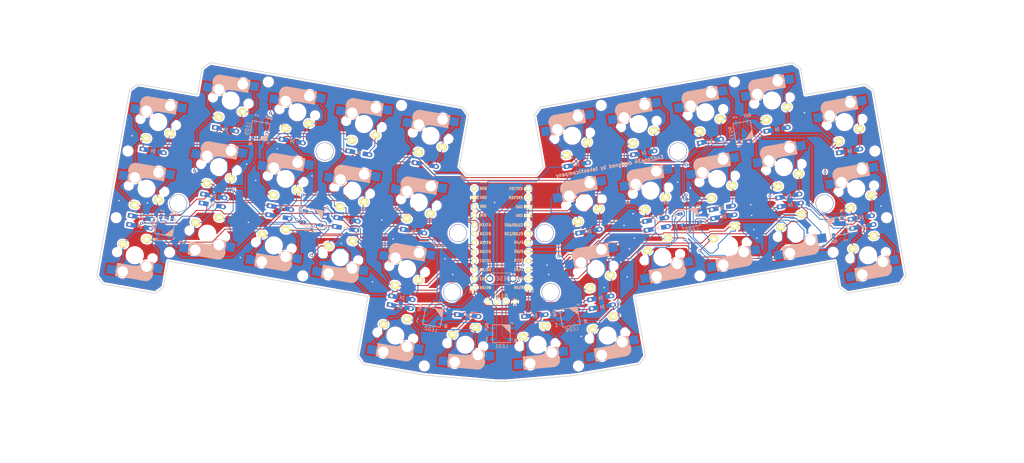
<source format=kicad_pcb>
(kicad_pcb (version 20171130) (host pcbnew "(5.1.9-0-10_14)")
  (layers (0 F.Cu signal) (31 B.Cu signal) (34 B.Paste user) (35 F.Paste user) (36 B.SilkS user) (37 F.SilkS user) (38 B.Mask user) (39 F.Mask user) (44 Edge.Cuts user))
  (net 0 "")
  (net 1 "Net-(D1-Pad2)")
  (net 2 "Net-(D2-Pad2)")
  (net 3 "Net-(D3-Pad2)")
  (net 4 "Net-(D4-Pad2)")
  (net 5 "Net-(D5-Pad2)")
  (net 6 "Net-(D6-Pad2)")
  (net 7 "Net-(D7-Pad2)")
  (net 8 "Net-(D8-Pad2)")
  (net 9 "Net-(D9-Pad2)")
  (net 10 "Net-(D10-Pad2)")
  (net 11 "Net-(D11-Pad2)")
  (net 12 "Net-(D12-Pad2)")
  (net 13 "Net-(D13-Pad2)")
  (net 14 "Net-(D14-Pad2)")
  (net 15 "Net-(D15-Pad2)")
  (net 16 "Net-(D16-Pad2)")
  (net 17 "Net-(D17-Pad2)")
  (net 18 "Net-(D18-Pad2)")
  (net 19 "Net-(D19-Pad2)")
  (net 20 "Net-(D20-Pad2)")
  (net 21 "Net-(D21-Pad2)")
  (net 22 "Net-(D22-Pad2)")
  (net 23 "Net-(D23-Pad2)")
  (net 24 "Net-(D24-Pad2)")
  (net 25 "Net-(D25-Pad2)")
  (net 26 "Net-(D26-Pad2)")
  (net 27 "Net-(D27-Pad2)")
  (net 28 "Net-(D28-Pad2)")
  (net 29 "Net-(D29-Pad2)")
  (net 30 "Net-(D30-Pad2)")
  (net 31 "Net-(D31-Pad2)")
  (net 32 "Net-(D32-Pad2)")
  (net 33 "Net-(D33-Pad2)")
  (net 34 "Net-(D34-Pad2)")
  (net 35 row0)
  (net 36 row1)
  (net 37 row2)
  (net 38 row3)
  (net 39 SDA)
  (net 40 SCL)
  (net 41 VCC)
  (net 42 GND)
  (net 43 reset)
  (net 44 col0)
  (net 45 col1)
  (net 46 col2)
  (net 47 col3)
  (net 48 col4)
  (net 49 col5)
  (net 50 col6)
  (net 51 col7)
  (net 52 col8)
  (net 53 col9)
  (net 54 led)
  (net 55 "Net-(U1-Pad2)")
  (net 56 "Net-(U1-Pad24)")
  (net 57 "Net-(LED1-Pad2)")
  (net 58 "Net-(LED2-Pad2)")
  (net 59 "Net-(LED3-Pad2)")
  (net 60 "Net-(LED4-Pad2)")
  (net 61 "Net-(LED5-Pad2)")
  (net 62 "Net-(LED6-Pad2)")
  (net 63 "Net-(LED7-Pad2)")
  (net 64 "Net-(LED8-Pad2)")
  (net 65 "Net-(LED9-Pad2)")
  (module takashicompany:WS2812B (layer B.Cu) (at 104.775 71.5)
    (fp_text reference LED1 (at 0 3.5) (layer B.SilkS) (effects (justify mirror)))
    (fp_text value WS2812B)
    (fp_text user 1 (at -4.15 1.6) (layer B.SilkS) (effects (justify mirror)))
    (fp_text user OUT (at -4.064 -1.905 -270) (layer B.SilkS) (effects (font (size 0.75 0.75) (thickness 0.1875)) (justify mirror)))
    (fp_text user IN (at 4.064 1.905 -90) (layer B.SilkS) (effects (font (size 0.75 0.75) (thickness 0.1875)) (justify mirror)))
    (pad 1 smd rect (at -2.49936 1.6002 270) (size 0.89916 1.50114) (layers B.Cu B.Paste B.Mask) (net 41 VCC))
    (pad 2 smd rect (at -2.49936 -1.6002 270) (size 0.89916 1.50114) (layers B.Cu B.Paste B.Mask) (net 57 "Net-(LED1-Pad2)"))
    (pad 3 smd rect (at 2.49936 -1.6002 270) (size 0.89916 1.50114) (layers B.Cu B.Paste B.Mask) (net 42 GND))
    (pad 4 smd rect (at 2.49936 1.6002 270) (size 0.89916 1.50114) (layers B.Cu B.Paste B.Mask) (net 54 led))
  )
  (module takashicompany:WS2812B (layer B.Cu) (at 85.494 66.794 350)
    (fp_text reference LED2 (at 0 3.5 170) (layer B.SilkS) (effects (justify mirror)))
    (fp_text value WS2812B)
    (fp_text user 1 (at -4.15 1.599999 170) (layer B.SilkS) (effects (justify mirror)))
    (fp_text user OUT (at -4.064 -1.905 80) (layer B.SilkS) (effects (font (size 0.75 0.75) (thickness 0.1875)) (justify mirror)))
    (fp_text user IN (at 4.064 1.905 260) (layer B.SilkS) (effects (font (size 0.75 0.75) (thickness 0.1875)) (justify mirror)))
    (pad 1 smd rect (at -2.49936 1.6002 260) (size 0.89916 1.50114) (layers B.Cu B.Paste B.Mask) (net 41 VCC))
    (pad 2 smd rect (at -2.49936 -1.6002 260) (size 0.89916 1.50114) (layers B.Cu B.Paste B.Mask) (net 58 "Net-(LED2-Pad2)"))
    (pad 3 smd rect (at 2.49936 -1.6002 260) (size 0.89916 1.50114) (layers B.Cu B.Paste B.Mask) (net 42 GND))
    (pad 4 smd rect (at 2.49936 1.6002 260) (size 0.89916 1.50114) (layers B.Cu B.Paste B.Mask) (net 57 "Net-(LED1-Pad2)"))
  )
  (module takashicompany:WS2812B (layer B.Cu) (at 51.716 38.932 350)
    (fp_text reference LED3 (at 0 3.5 170) (layer B.SilkS) (effects (justify mirror)))
    (fp_text value WS2812B)
    (fp_text user 1 (at -4.15 1.599999 170) (layer B.SilkS) (effects (justify mirror)))
    (fp_text user OUT (at -4.064 -1.905 80) (layer B.SilkS) (effects (font (size 0.75 0.75) (thickness 0.1875)) (justify mirror)))
    (fp_text user IN (at 4.064 1.905 260) (layer B.SilkS) (effects (font (size 0.75 0.75) (thickness 0.1875)) (justify mirror)))
    (pad 1 smd rect (at -2.49936 1.6002 260) (size 0.89916 1.50114) (layers B.Cu B.Paste B.Mask) (net 41 VCC))
    (pad 2 smd rect (at -2.49936 -1.6002 260) (size 0.89916 1.50114) (layers B.Cu B.Paste B.Mask) (net 59 "Net-(LED3-Pad2)"))
    (pad 3 smd rect (at 2.49936 -1.6002 260) (size 0.89916 1.50114) (layers B.Cu B.Paste B.Mask) (net 42 GND))
    (pad 4 smd rect (at 2.49936 1.6002 260) (size 0.89916 1.50114) (layers B.Cu B.Paste B.Mask) (net 58 "Net-(LED2-Pad2)"))
  )
  (module takashicompany:WS2812B (layer B.Cu) (at 10.06 41.254 260)
    (fp_text reference LED4 (at 0 3.5 80) (layer B.SilkS) (effects (justify mirror)))
    (fp_text value WS2812B)
    (fp_text user 1 (at -4.15 1.599999 80) (layer B.SilkS) (effects (justify mirror)))
    (fp_text user OUT (at -4.064 -1.905 170) (layer B.SilkS) (effects (font (size 0.75 0.75) (thickness 0.1875)) (justify mirror)))
    (fp_text user IN (at 4.064 1.905 350) (layer B.SilkS) (effects (font (size 0.75 0.75) (thickness 0.1875)) (justify mirror)))
    (pad 1 smd rect (at -2.49936 1.6002 170) (size 0.89916 1.50114) (layers B.Cu B.Paste B.Mask) (net 41 VCC))
    (pad 2 smd rect (at -2.49936 -1.6002 170) (size 0.89916 1.50114) (layers B.Cu B.Paste B.Mask) (net 60 "Net-(LED4-Pad2)"))
    (pad 3 smd rect (at 2.49936 -1.6002 170) (size 0.89916 1.50114) (layers B.Cu B.Paste B.Mask) (net 42 GND))
    (pad 4 smd rect (at 2.49936 1.6002 170) (size 0.89916 1.50114) (layers B.Cu B.Paste B.Mask) (net 59 "Net-(LED3-Pad2)"))
  )
  (module takashicompany:WS2812B (layer B.Cu) (at 36.704 14.378 260)
    (fp_text reference LED5 (at 0 3.5 80) (layer B.SilkS) (effects (justify mirror)))
    (fp_text value WS2812B)
    (fp_text user 1 (at -4.15 1.599999 80) (layer B.SilkS) (effects (justify mirror)))
    (fp_text user OUT (at -4.064 -1.905 170) (layer B.SilkS) (effects (font (size 0.75 0.75) (thickness 0.1875)) (justify mirror)))
    (fp_text user IN (at 4.064 1.905 350) (layer B.SilkS) (effects (font (size 0.75 0.75) (thickness 0.1875)) (justify mirror)))
    (pad 1 smd rect (at -2.49936 1.6002 170) (size 0.89916 1.50114) (layers B.Cu B.Paste B.Mask) (net 41 VCC))
    (pad 2 smd rect (at -2.49936 -1.6002 170) (size 0.89916 1.50114) (layers B.Cu B.Paste B.Mask) (net 61 "Net-(LED5-Pad2)"))
    (pad 3 smd rect (at 2.49936 -1.6002 170) (size 0.89916 1.50114) (layers B.Cu B.Paste B.Mask) (net 42 GND))
    (pad 4 smd rect (at 2.49936 1.6002 170) (size 0.89916 1.50114) (layers B.Cu B.Paste B.Mask) (net 60 "Net-(LED4-Pad2)"))
  )
  (module takashicompany:WS2812B (layer B.Cu) (at 172.85 14.375 280)
    (fp_text reference LED6 (at 0 3.5 100) (layer B.SilkS) (effects (justify mirror)))
    (fp_text value WS2812B)
    (fp_text user 1 (at -4.15 1.6 100) (layer B.SilkS) (effects (justify mirror)))
    (fp_text user OUT (at -4.064 -1.905 10) (layer B.SilkS) (effects (font (size 0.75 0.75) (thickness 0.1875)) (justify mirror)))
    (fp_text user IN (at 4.064 1.905 190) (layer B.SilkS) (effects (font (size 0.75 0.75) (thickness 0.1875)) (justify mirror)))
    (pad 1 smd rect (at -2.49936 1.6002 190) (size 0.89916 1.50114) (layers B.Cu B.Paste B.Mask) (net 41 VCC))
    (pad 2 smd rect (at -2.49936 -1.6002 190) (size 0.89916 1.50114) (layers B.Cu B.Paste B.Mask) (net 62 "Net-(LED6-Pad2)"))
    (pad 3 smd rect (at 2.49936 -1.6002 190) (size 0.89916 1.50114) (layers B.Cu B.Paste B.Mask) (net 42 GND))
    (pad 4 smd rect (at 2.49936 1.6002 190) (size 0.89916 1.50114) (layers B.Cu B.Paste B.Mask) (net 61 "Net-(LED5-Pad2)"))
  )
  (module takashicompany:WS2812B (layer B.Cu) (at 199.497 41.256 100)
    (fp_text reference LED7 (at 0 3.5 100) (layer B.SilkS) (effects (justify mirror)))
    (fp_text value WS2812B)
    (fp_text user 1 (at -4.15 1.6 100) (layer B.SilkS) (effects (justify mirror)))
    (fp_text user OUT (at -4.064 -1.905 10) (layer B.SilkS) (effects (font (size 0.75 0.75) (thickness 0.1875)) (justify mirror)))
    (fp_text user IN (at 4.064 1.905 190) (layer B.SilkS) (effects (font (size 0.75 0.75) (thickness 0.1875)) (justify mirror)))
    (pad 1 smd rect (at -2.49936 1.6002 10) (size 0.89916 1.50114) (layers B.Cu B.Paste B.Mask) (net 41 VCC))
    (pad 2 smd rect (at -2.49936 -1.6002 10) (size 0.89916 1.50114) (layers B.Cu B.Paste B.Mask) (net 63 "Net-(LED7-Pad2)"))
    (pad 3 smd rect (at 2.49936 -1.6002 10) (size 0.89916 1.50114) (layers B.Cu B.Paste B.Mask) (net 42 GND))
    (pad 4 smd rect (at 2.49936 1.6002 10) (size 0.89916 1.50114) (layers B.Cu B.Paste B.Mask) (net 62 "Net-(LED6-Pad2)"))
  )
  (module takashicompany:WS2812B (layer B.Cu) (at 157.832 38.932 10)
    (fp_text reference LED8 (at 0 3.5 10) (layer B.SilkS) (effects (justify mirror)))
    (fp_text value WS2812B)
    (fp_text user 1 (at -4.15 1.6 10) (layer B.SilkS) (effects (justify mirror)))
    (fp_text user OUT (at -4.064 -1.905 -260) (layer B.SilkS) (effects (font (size 0.75 0.75) (thickness 0.1875)) (justify mirror)))
    (fp_text user IN (at 4.064 1.905 -80) (layer B.SilkS) (effects (font (size 0.75 0.75) (thickness 0.1875)) (justify mirror)))
    (pad 1 smd rect (at -2.49936 1.6002 280) (size 0.89916 1.50114) (layers B.Cu B.Paste B.Mask) (net 41 VCC))
    (pad 2 smd rect (at -2.49936 -1.6002 280) (size 0.89916 1.50114) (layers B.Cu B.Paste B.Mask) (net 64 "Net-(LED8-Pad2)"))
    (pad 3 smd rect (at 2.49936 -1.6002 280) (size 0.89916 1.50114) (layers B.Cu B.Paste B.Mask) (net 42 GND))
    (pad 4 smd rect (at 2.49936 1.6002 280) (size 0.89916 1.50114) (layers B.Cu B.Paste B.Mask) (net 63 "Net-(LED7-Pad2)"))
  )
  (module takashicompany:WS2812B (layer B.Cu) (at 124.052 66.792 10)
    (fp_text reference LED9 (at 0 3.5 10) (layer B.SilkS) (effects (justify mirror)))
    (fp_text value WS2812B)
    (fp_text user 1 (at -4.15 1.6 10) (layer B.SilkS) (effects (justify mirror)))
    (fp_text user OUT (at -4.064 -1.905 -260) (layer B.SilkS) (effects (font (size 0.75 0.75) (thickness 0.1875)) (justify mirror)))
    (fp_text user IN (at 4.064 1.905 -80) (layer B.SilkS) (effects (font (size 0.75 0.75) (thickness 0.1875)) (justify mirror)))
    (pad 1 smd rect (at -2.49936 1.6002 280) (size 0.89916 1.50114) (layers B.Cu B.Paste B.Mask) (net 41 VCC))
    (pad 2 smd rect (at -2.49936 -1.6002 280) (size 0.89916 1.50114) (layers B.Cu B.Paste B.Mask) (net 65 "Net-(LED9-Pad2)"))
    (pad 3 smd rect (at 2.49936 -1.6002 280) (size 0.89916 1.50114) (layers B.Cu B.Paste B.Mask) (net 42 GND))
    (pad 4 smd rect (at 2.49936 1.6002 280) (size 0.89916 1.50114) (layers B.Cu B.Paste B.Mask) (net 64 "Net-(LED8-Pad2)"))
  )
  (module takashicompany:CherryMX_TH-Hotswap (layer F.Cu) (at 208.041 49.4237 190)
    (fp_text reference SW30 hide)
    (fp_text value SW_Push hide)
    (pad 1 thru_hole oval (at -2.54 5.08 10) (size 2.5 2) (drill oval 1.2 0.8) (layers *.Cu F.SilkS B.Mask) (net 53 col9))
    (pad 2 thru_hole oval (at 3.81 2.54 10) (size 2.5 2) (drill oval 1.2 0.8) (layers *.Cu F.SilkS B.Mask) (net 30 "Net-(D30-Pad2)"))
    (pad "" np_thru_hole circle (at 2.54 -5.08 190) (size 3 3) (drill 3) (layers *.Cu *.Mask))
    (pad "" np_thru_hole circle (at -3.81 -2.54 190) (size 3 3) (drill 3) (layers *.Cu *.Mask))
    (pad 2 smd rect (at 5.842 -5.08 10) (size 2.55 2.5) (layers B.Cu B.Paste B.Mask) (net 30 "Net-(D30-Pad2)"))
    (pad "" np_thru_hole circle (at -5.08 0 190) (size 1.9 1.9) (drill 1.9) (layers *.Cu *.Mask))
    (pad "" np_thru_hole circle (at 5.08 0 190) (size 1.9 1.9) (drill 1.9) (layers *.Cu *.Mask))
    (pad "" np_thru_hole circle (at 0 0 280) (size 4.1 4.1) (drill 4.1) (layers *.Cu *.Mask))
    (pad 1 smd rect (at -7.085 -2.54 10) (size 2.55 2.5) (layers B.Cu B.Paste B.Mask) (net 53 col9))
  )
  (module takashicompany:CherryMX_TH-Hotswap (layer F.Cu) (at 131.344 53.2754 10)
    (fp_text reference SW26 hide)
    (fp_text value SW_Push hide)
    (pad 1 thru_hole oval (at -2.54 5.08 190) (size 2.5 2) (drill oval 1.2 0.8) (layers *.Cu F.SilkS B.Mask) (net 49 col5))
    (pad 2 thru_hole oval (at 3.81 2.54 190) (size 2.5 2) (drill oval 1.2 0.8) (layers *.Cu F.SilkS B.Mask) (net 26 "Net-(D26-Pad2)"))
    (pad "" np_thru_hole circle (at 2.54 -5.08 10) (size 3 3) (drill 3) (layers *.Cu *.Mask))
    (pad "" np_thru_hole circle (at -3.81 -2.54 10) (size 3 3) (drill 3) (layers *.Cu *.Mask))
    (pad 2 smd rect (at 5.842 -5.08 190) (size 2.55 2.5) (layers B.Cu B.Paste B.Mask) (net 26 "Net-(D26-Pad2)"))
    (pad "" np_thru_hole circle (at -5.08 0 10) (size 1.9 1.9) (drill 1.9) (layers *.Cu *.Mask))
    (pad "" np_thru_hole circle (at 5.08 0 10) (size 1.9 1.9) (drill 1.9) (layers *.Cu *.Mask))
    (pad "" np_thru_hole circle (at 0 0 100) (size 4.1 4.1) (drill 4.1) (layers *.Cu *.Mask))
    (pad 1 smd rect (at -7.085 -2.54 190) (size 2.55 2.5) (layers B.Cu B.Paste B.Mask) (net 49 col5))
  )
  (module takashicompany:CherryMX_TH-Hotswap (layer F.Cu) (at 21.9239 43.3514 170)
    (fp_text reference SW22 hide)
    (fp_text value SW_Push hide)
    (pad 1 thru_hole oval (at -2.54 5.08 350) (size 2.5 2) (drill oval 1.2 0.8) (layers *.Cu F.SilkS B.Mask) (net 45 col1))
    (pad 2 thru_hole oval (at 3.81 2.54 350) (size 2.5 2) (drill oval 1.2 0.8) (layers *.Cu F.SilkS B.Mask) (net 22 "Net-(D22-Pad2)"))
    (pad "" np_thru_hole circle (at 2.54 -5.08 170) (size 3 3) (drill 3) (layers *.Cu *.Mask))
    (pad "" np_thru_hole circle (at -3.81 -2.54 170) (size 3 3) (drill 3) (layers *.Cu *.Mask))
    (pad 2 smd rect (at 5.842 -5.08 350) (size 2.55 2.5) (layers B.Cu B.Paste B.Mask) (net 22 "Net-(D22-Pad2)"))
    (pad "" np_thru_hole circle (at -5.08 0 170) (size 1.9 1.9) (drill 1.9) (layers *.Cu *.Mask))
    (pad "" np_thru_hole circle (at 5.08 0 170) (size 1.9 1.9) (drill 1.9) (layers *.Cu *.Mask))
    (pad "" np_thru_hole circle (at 0 0 260) (size 4.1 4.1) (drill 4.1) (layers *.Cu *.Mask))
    (pad 1 smd rect (at -7.085 -2.54 350) (size 2.55 2.5) (layers B.Cu B.Paste B.Mask) (net 45 col1))
  )
  (module takashicompany:CherryMX_TH-Hotswap (layer F.Cu) (at 8.1253 11.9025 350)
    (fp_text reference SW1 hide)
    (fp_text value SW_Push hide)
    (pad 1 thru_hole oval (at -2.54 5.08 170) (size 2.5 2) (drill oval 1.2 0.8) (layers *.Cu F.SilkS B.Mask) (net 44 col0))
    (pad 2 thru_hole oval (at 3.81 2.54 170) (size 2.5 2) (drill oval 1.2 0.8) (layers *.Cu F.SilkS B.Mask) (net 1 "Net-(D1-Pad2)"))
    (pad "" np_thru_hole circle (at 2.54 -5.08 350) (size 3 3) (drill 3) (layers *.Cu *.Mask))
    (pad "" np_thru_hole circle (at -3.81 -2.54 350) (size 3 3) (drill 3) (layers *.Cu *.Mask))
    (pad 2 smd rect (at 5.842 -5.08 170) (size 2.55 2.5) (layers B.Cu B.Paste B.Mask) (net 1 "Net-(D1-Pad2)"))
    (pad "" np_thru_hole circle (at -5.08 0 350) (size 1.9 1.9) (drill 1.9) (layers *.Cu *.Mask))
    (pad "" np_thru_hole circle (at 5.08 0 350) (size 1.9 1.9) (drill 1.9) (layers *.Cu *.Mask))
    (pad "" np_thru_hole circle (at 0 0 80) (size 4.1 4.1) (drill 4.1) (layers *.Cu *.Mask))
    (pad 1 smd rect (at -7.085 -2.54 170) (size 2.55 2.5) (layers B.Cu B.Paste B.Mask) (net 44 col0))
  )
  (module takashicompany:CherryMX_TH-Hotswap (layer F.Cu) (at 47.3005 9.1382 350)
    (fp_text reference SW3 hide)
    (fp_text value SW_Push hide)
    (pad 1 thru_hole oval (at -2.54 5.08 170) (size 2.5 2) (drill oval 1.2 0.8) (layers *.Cu F.SilkS B.Mask) (net 46 col2))
    (pad 2 thru_hole oval (at 3.81 2.54 170) (size 2.5 2) (drill oval 1.2 0.8) (layers *.Cu F.SilkS B.Mask) (net 3 "Net-(D3-Pad2)"))
    (pad "" np_thru_hole circle (at 2.54 -5.08 350) (size 3 3) (drill 3) (layers *.Cu *.Mask))
    (pad "" np_thru_hole circle (at -3.81 -2.54 350) (size 3 3) (drill 3) (layers *.Cu *.Mask))
    (pad 2 smd rect (at 5.842 -5.08 170) (size 2.55 2.5) (layers B.Cu B.Paste B.Mask) (net 3 "Net-(D3-Pad2)"))
    (pad "" np_thru_hole circle (at -5.08 0 350) (size 1.9 1.9) (drill 1.9) (layers *.Cu *.Mask))
    (pad "" np_thru_hole circle (at 5.08 0 350) (size 1.9 1.9) (drill 1.9) (layers *.Cu *.Mask))
    (pad "" np_thru_hole circle (at 0 0 80) (size 4.1 4.1) (drill 4.1) (layers *.Cu *.Mask))
    (pad 1 smd rect (at -7.085 -2.54 170) (size 2.55 2.5) (layers B.Cu B.Paste B.Mask) (net 46 col2))
  )
  (module takashicompany:CherryMX_TH-Hotswap (layer F.Cu) (at 66.0611 12.4462 350)
    (fp_text reference SW4 hide)
    (fp_text value SW_Push hide)
    (pad 1 thru_hole oval (at -2.54 5.08 170) (size 2.5 2) (drill oval 1.2 0.8) (layers *.Cu F.SilkS B.Mask) (net 47 col3))
    (pad 2 thru_hole oval (at 3.81 2.54 170) (size 2.5 2) (drill oval 1.2 0.8) (layers *.Cu F.SilkS B.Mask) (net 4 "Net-(D4-Pad2)"))
    (pad "" np_thru_hole circle (at 2.54 -5.08 350) (size 3 3) (drill 3) (layers *.Cu *.Mask))
    (pad "" np_thru_hole circle (at -3.81 -2.54 350) (size 3 3) (drill 3) (layers *.Cu *.Mask))
    (pad 2 smd rect (at 5.842 -5.08 170) (size 2.55 2.5) (layers B.Cu B.Paste B.Mask) (net 4 "Net-(D4-Pad2)"))
    (pad "" np_thru_hole circle (at -5.08 0 350) (size 1.9 1.9) (drill 1.9) (layers *.Cu *.Mask))
    (pad "" np_thru_hole circle (at 5.08 0 350) (size 1.9 1.9) (drill 1.9) (layers *.Cu *.Mask))
    (pad "" np_thru_hole circle (at 0 0 80) (size 4.1 4.1) (drill 4.1) (layers *.Cu *.Mask))
    (pad 1 smd rect (at -7.085 -2.54 170) (size 2.55 2.5) (layers B.Cu B.Paste B.Mask) (net 47 col3))
  )
  (module takashicompany:CherryMX_TH-Hotswap (layer F.Cu) (at 84.8216 15.7542 350)
    (fp_text reference SW5 hide)
    (fp_text value SW_Push hide)
    (pad 1 thru_hole oval (at -2.54 5.08 170) (size 2.5 2) (drill oval 1.2 0.8) (layers *.Cu F.SilkS B.Mask) (net 48 col4))
    (pad 2 thru_hole oval (at 3.81 2.54 170) (size 2.5 2) (drill oval 1.2 0.8) (layers *.Cu F.SilkS B.Mask) (net 5 "Net-(D5-Pad2)"))
    (pad "" np_thru_hole circle (at 2.54 -5.08 350) (size 3 3) (drill 3) (layers *.Cu *.Mask))
    (pad "" np_thru_hole circle (at -3.81 -2.54 350) (size 3 3) (drill 3) (layers *.Cu *.Mask))
    (pad 2 smd rect (at 5.842 -5.08 170) (size 2.55 2.5) (layers B.Cu B.Paste B.Mask) (net 5 "Net-(D5-Pad2)"))
    (pad "" np_thru_hole circle (at -5.08 0 350) (size 1.9 1.9) (drill 1.9) (layers *.Cu *.Mask))
    (pad "" np_thru_hole circle (at 5.08 0 350) (size 1.9 1.9) (drill 1.9) (layers *.Cu *.Mask))
    (pad "" np_thru_hole circle (at 0 0 80) (size 4.1 4.1) (drill 4.1) (layers *.Cu *.Mask))
    (pad 1 smd rect (at -7.085 -2.54 170) (size 2.55 2.5) (layers B.Cu B.Paste B.Mask) (net 48 col4))
  )
  (module takashicompany:CherryMX_TH-Hotswap (layer F.Cu) (at 124.728 15.7542 10)
    (fp_text reference SW6 hide)
    (fp_text value SW_Push hide)
    (pad 1 thru_hole oval (at -2.54 5.08 190) (size 2.5 2) (drill oval 1.2 0.8) (layers *.Cu F.SilkS B.Mask) (net 49 col5))
    (pad 2 thru_hole oval (at 3.81 2.54 190) (size 2.5 2) (drill oval 1.2 0.8) (layers *.Cu F.SilkS B.Mask) (net 6 "Net-(D6-Pad2)"))
    (pad "" np_thru_hole circle (at 2.54 -5.08 10) (size 3 3) (drill 3) (layers *.Cu *.Mask))
    (pad "" np_thru_hole circle (at -3.81 -2.54 10) (size 3 3) (drill 3) (layers *.Cu *.Mask))
    (pad 2 smd rect (at 5.842 -5.08 190) (size 2.55 2.5) (layers B.Cu B.Paste B.Mask) (net 6 "Net-(D6-Pad2)"))
    (pad "" np_thru_hole circle (at -5.08 0 10) (size 1.9 1.9) (drill 1.9) (layers *.Cu *.Mask))
    (pad "" np_thru_hole circle (at 5.08 0 10) (size 1.9 1.9) (drill 1.9) (layers *.Cu *.Mask))
    (pad "" np_thru_hole circle (at 0 0 100) (size 4.1 4.1) (drill 4.1) (layers *.Cu *.Mask))
    (pad 1 smd rect (at -7.085 -2.54 190) (size 2.55 2.5) (layers B.Cu B.Paste B.Mask) (net 49 col5))
  )
  (module takashicompany:CherryMX_TH-Hotswap (layer F.Cu) (at 143.489 12.4462 10)
    (fp_text reference SW7 hide)
    (fp_text value SW_Push hide)
    (pad 1 thru_hole oval (at -2.54 5.08 190) (size 2.5 2) (drill oval 1.2 0.8) (layers *.Cu F.SilkS B.Mask) (net 50 col6))
    (pad 2 thru_hole oval (at 3.81 2.54 190) (size 2.5 2) (drill oval 1.2 0.8) (layers *.Cu F.SilkS B.Mask) (net 7 "Net-(D7-Pad2)"))
    (pad "" np_thru_hole circle (at 2.54 -5.08 10) (size 3 3) (drill 3) (layers *.Cu *.Mask))
    (pad "" np_thru_hole circle (at -3.81 -2.54 10) (size 3 3) (drill 3) (layers *.Cu *.Mask))
    (pad 2 smd rect (at 5.842 -5.08 190) (size 2.55 2.5) (layers B.Cu B.Paste B.Mask) (net 7 "Net-(D7-Pad2)"))
    (pad "" np_thru_hole circle (at -5.08 0 10) (size 1.9 1.9) (drill 1.9) (layers *.Cu *.Mask))
    (pad "" np_thru_hole circle (at 5.08 0 10) (size 1.9 1.9) (drill 1.9) (layers *.Cu *.Mask))
    (pad "" np_thru_hole circle (at 0 0 100) (size 4.1 4.1) (drill 4.1) (layers *.Cu *.Mask))
    (pad 1 smd rect (at -7.085 -2.54 190) (size 2.55 2.5) (layers B.Cu B.Paste B.Mask) (net 50 col6))
  )
  (module takashicompany:CherryMX_TH-Hotswap (layer F.Cu) (at 162.25 9.1382 10)
    (fp_text reference SW8 hide)
    (fp_text value SW_Push hide)
    (pad 1 thru_hole oval (at -2.54 5.08 190) (size 2.5 2) (drill oval 1.2 0.8) (layers *.Cu F.SilkS B.Mask) (net 51 col7))
    (pad 2 thru_hole oval (at 3.81 2.54 190) (size 2.5 2) (drill oval 1.2 0.8) (layers *.Cu F.SilkS B.Mask) (net 8 "Net-(D8-Pad2)"))
    (pad "" np_thru_hole circle (at 2.54 -5.08 10) (size 3 3) (drill 3) (layers *.Cu *.Mask))
    (pad "" np_thru_hole circle (at -3.81 -2.54 10) (size 3 3) (drill 3) (layers *.Cu *.Mask))
    (pad 2 smd rect (at 5.842 -5.08 190) (size 2.55 2.5) (layers B.Cu B.Paste B.Mask) (net 8 "Net-(D8-Pad2)"))
    (pad "" np_thru_hole circle (at -5.08 0 10) (size 1.9 1.9) (drill 1.9) (layers *.Cu *.Mask))
    (pad "" np_thru_hole circle (at 5.08 0 10) (size 1.9 1.9) (drill 1.9) (layers *.Cu *.Mask))
    (pad "" np_thru_hole circle (at 0 0 100) (size 4.1 4.1) (drill 4.1) (layers *.Cu *.Mask))
    (pad 1 smd rect (at -7.085 -2.54 190) (size 2.55 2.5) (layers B.Cu B.Paste B.Mask) (net 51 col7))
  )
  (module takashicompany:CherryMX_TH-Hotswap (layer F.Cu) (at 181.01 5.8302 10)
    (fp_text reference SW9 hide)
    (fp_text value SW_Push hide)
    (pad 1 thru_hole oval (at -2.54 5.08 190) (size 2.5 2) (drill oval 1.2 0.8) (layers *.Cu F.SilkS B.Mask) (net 52 col8))
    (pad 2 thru_hole oval (at 3.81 2.54 190) (size 2.5 2) (drill oval 1.2 0.8) (layers *.Cu F.SilkS B.Mask) (net 9 "Net-(D9-Pad2)"))
    (pad "" np_thru_hole circle (at 2.54 -5.08 10) (size 3 3) (drill 3) (layers *.Cu *.Mask))
    (pad "" np_thru_hole circle (at -3.81 -2.54 10) (size 3 3) (drill 3) (layers *.Cu *.Mask))
    (pad 2 smd rect (at 5.842 -5.08 190) (size 2.55 2.5) (layers B.Cu B.Paste B.Mask) (net 9 "Net-(D9-Pad2)"))
    (pad "" np_thru_hole circle (at -5.08 0 10) (size 1.9 1.9) (drill 1.9) (layers *.Cu *.Mask))
    (pad "" np_thru_hole circle (at 5.08 0 10) (size 1.9 1.9) (drill 1.9) (layers *.Cu *.Mask))
    (pad "" np_thru_hole circle (at 0 0 100) (size 4.1 4.1) (drill 4.1) (layers *.Cu *.Mask))
    (pad 1 smd rect (at -7.085 -2.54 190) (size 2.55 2.5) (layers B.Cu B.Paste B.Mask) (net 52 col8))
  )
  (module takashicompany:CherryMX_TH-Hotswap (layer F.Cu) (at 201.425 11.9025 10)
    (fp_text reference SW10 hide)
    (fp_text value SW_Push hide)
    (pad 1 thru_hole oval (at -2.54 5.08 190) (size 2.5 2) (drill oval 1.2 0.8) (layers *.Cu F.SilkS B.Mask) (net 53 col9))
    (pad 2 thru_hole oval (at 3.81 2.54 190) (size 2.5 2) (drill oval 1.2 0.8) (layers *.Cu F.SilkS B.Mask) (net 10 "Net-(D10-Pad2)"))
    (pad "" np_thru_hole circle (at 2.54 -5.08 10) (size 3 3) (drill 3) (layers *.Cu *.Mask))
    (pad "" np_thru_hole circle (at -3.81 -2.54 10) (size 3 3) (drill 3) (layers *.Cu *.Mask))
    (pad 2 smd rect (at 5.842 -5.08 190) (size 2.55 2.5) (layers B.Cu B.Paste B.Mask) (net 10 "Net-(D10-Pad2)"))
    (pad "" np_thru_hole circle (at -5.08 0 10) (size 1.9 1.9) (drill 1.9) (layers *.Cu *.Mask))
    (pad "" np_thru_hole circle (at 5.08 0 10) (size 1.9 1.9) (drill 1.9) (layers *.Cu *.Mask))
    (pad "" np_thru_hole circle (at 0 0 100) (size 4.1 4.1) (drill 4.1) (layers *.Cu *.Mask))
    (pad 1 smd rect (at -7.085 -2.54 190) (size 2.55 2.5) (layers B.Cu B.Paste B.Mask) (net 53 col9))
  )
  (module takashicompany:CherryMX_TH-Hotswap (layer F.Cu) (at 4.8173 30.6631 350)
    (fp_text reference SW11 hide)
    (fp_text value SW_Push hide)
    (pad 1 thru_hole oval (at -2.54 5.08 170) (size 2.5 2) (drill oval 1.2 0.8) (layers *.Cu F.SilkS B.Mask) (net 44 col0))
    (pad 2 thru_hole oval (at 3.81 2.54 170) (size 2.5 2) (drill oval 1.2 0.8) (layers *.Cu F.SilkS B.Mask) (net 11 "Net-(D11-Pad2)"))
    (pad "" np_thru_hole circle (at 2.54 -5.08 350) (size 3 3) (drill 3) (layers *.Cu *.Mask))
    (pad "" np_thru_hole circle (at -3.81 -2.54 350) (size 3 3) (drill 3) (layers *.Cu *.Mask))
    (pad 2 smd rect (at 5.842 -5.08 170) (size 2.55 2.5) (layers B.Cu B.Paste B.Mask) (net 11 "Net-(D11-Pad2)"))
    (pad "" np_thru_hole circle (at -5.08 0 350) (size 1.9 1.9) (drill 1.9) (layers *.Cu *.Mask))
    (pad "" np_thru_hole circle (at 5.08 0 350) (size 1.9 1.9) (drill 1.9) (layers *.Cu *.Mask))
    (pad "" np_thru_hole circle (at 0 0 80) (size 4.1 4.1) (drill 4.1) (layers *.Cu *.Mask))
    (pad 1 smd rect (at -7.085 -2.54 170) (size 2.55 2.5) (layers B.Cu B.Paste B.Mask) (net 44 col0))
  )
  (module takashicompany:CherryMX_TH-Hotswap (layer F.Cu) (at 25.2319 24.5908 350)
    (fp_text reference SW12 hide)
    (fp_text value SW_Push hide)
    (pad 1 thru_hole oval (at -2.54 5.08 170) (size 2.5 2) (drill oval 1.2 0.8) (layers *.Cu F.SilkS B.Mask) (net 45 col1))
    (pad 2 thru_hole oval (at 3.81 2.54 170) (size 2.5 2) (drill oval 1.2 0.8) (layers *.Cu F.SilkS B.Mask) (net 12 "Net-(D12-Pad2)"))
    (pad "" np_thru_hole circle (at 2.54 -5.08 350) (size 3 3) (drill 3) (layers *.Cu *.Mask))
    (pad "" np_thru_hole circle (at -3.81 -2.54 350) (size 3 3) (drill 3) (layers *.Cu *.Mask))
    (pad 2 smd rect (at 5.842 -5.08 170) (size 2.55 2.5) (layers B.Cu B.Paste B.Mask) (net 12 "Net-(D12-Pad2)"))
    (pad "" np_thru_hole circle (at -5.08 0 350) (size 1.9 1.9) (drill 1.9) (layers *.Cu *.Mask))
    (pad "" np_thru_hole circle (at 5.08 0 350) (size 1.9 1.9) (drill 1.9) (layers *.Cu *.Mask))
    (pad "" np_thru_hole circle (at 0 0 80) (size 4.1 4.1) (drill 4.1) (layers *.Cu *.Mask))
    (pad 1 smd rect (at -7.085 -2.54 170) (size 2.55 2.5) (layers B.Cu B.Paste B.Mask) (net 45 col1))
  )
  (module takashicompany:CherryMX_TH-Hotswap (layer F.Cu) (at 43.9925 27.8988 350)
    (fp_text reference SW13 hide)
    (fp_text value SW_Push hide)
    (pad 1 thru_hole oval (at -2.54 5.08 170) (size 2.5 2) (drill oval 1.2 0.8) (layers *.Cu F.SilkS B.Mask) (net 46 col2))
    (pad 2 thru_hole oval (at 3.81 2.54 170) (size 2.5 2) (drill oval 1.2 0.8) (layers *.Cu F.SilkS B.Mask) (net 13 "Net-(D13-Pad2)"))
    (pad "" np_thru_hole circle (at 2.54 -5.08 350) (size 3 3) (drill 3) (layers *.Cu *.Mask))
    (pad "" np_thru_hole circle (at -3.81 -2.54 350) (size 3 3) (drill 3) (layers *.Cu *.Mask))
    (pad 2 smd rect (at 5.842 -5.08 170) (size 2.55 2.5) (layers B.Cu B.Paste B.Mask) (net 13 "Net-(D13-Pad2)"))
    (pad "" np_thru_hole circle (at -5.08 0 350) (size 1.9 1.9) (drill 1.9) (layers *.Cu *.Mask))
    (pad "" np_thru_hole circle (at 5.08 0 350) (size 1.9 1.9) (drill 1.9) (layers *.Cu *.Mask))
    (pad "" np_thru_hole circle (at 0 0 80) (size 4.1 4.1) (drill 4.1) (layers *.Cu *.Mask))
    (pad 1 smd rect (at -7.085 -2.54 170) (size 2.55 2.5) (layers B.Cu B.Paste B.Mask) (net 46 col2))
  )
  (module takashicompany:CherryMX_TH-Hotswap (layer F.Cu) (at 62.7531 31.2068 350)
    (fp_text reference SW14 hide)
    (fp_text value SW_Push hide)
    (pad 1 thru_hole oval (at -2.54 5.08 170) (size 2.5 2) (drill oval 1.2 0.8) (layers *.Cu F.SilkS B.Mask) (net 47 col3))
    (pad 2 thru_hole oval (at 3.81 2.54 170) (size 2.5 2) (drill oval 1.2 0.8) (layers *.Cu F.SilkS B.Mask) (net 14 "Net-(D14-Pad2)"))
    (pad "" np_thru_hole circle (at 2.54 -5.08 350) (size 3 3) (drill 3) (layers *.Cu *.Mask))
    (pad "" np_thru_hole circle (at -3.81 -2.54 350) (size 3 3) (drill 3) (layers *.Cu *.Mask))
    (pad 2 smd rect (at 5.842 -5.08 170) (size 2.55 2.5) (layers B.Cu B.Paste B.Mask) (net 14 "Net-(D14-Pad2)"))
    (pad "" np_thru_hole circle (at -5.08 0 350) (size 1.9 1.9) (drill 1.9) (layers *.Cu *.Mask))
    (pad "" np_thru_hole circle (at 5.08 0 350) (size 1.9 1.9) (drill 1.9) (layers *.Cu *.Mask))
    (pad "" np_thru_hole circle (at 0 0 80) (size 4.1 4.1) (drill 4.1) (layers *.Cu *.Mask))
    (pad 1 smd rect (at -7.085 -2.54 170) (size 2.55 2.5) (layers B.Cu B.Paste B.Mask) (net 47 col3))
  )
  (module takashicompany:CherryMX_TH-Hotswap (layer F.Cu) (at 81.5136 34.5148 350)
    (fp_text reference SW15 hide)
    (fp_text value SW_Push hide)
    (pad 1 thru_hole oval (at -2.54 5.08 170) (size 2.5 2) (drill oval 1.2 0.8) (layers *.Cu F.SilkS B.Mask) (net 48 col4))
    (pad 2 thru_hole oval (at 3.81 2.54 170) (size 2.5 2) (drill oval 1.2 0.8) (layers *.Cu F.SilkS B.Mask) (net 15 "Net-(D15-Pad2)"))
    (pad "" np_thru_hole circle (at 2.54 -5.08 350) (size 3 3) (drill 3) (layers *.Cu *.Mask))
    (pad "" np_thru_hole circle (at -3.81 -2.54 350) (size 3 3) (drill 3) (layers *.Cu *.Mask))
    (pad 2 smd rect (at 5.842 -5.08 170) (size 2.55 2.5) (layers B.Cu B.Paste B.Mask) (net 15 "Net-(D15-Pad2)"))
    (pad "" np_thru_hole circle (at -5.08 0 350) (size 1.9 1.9) (drill 1.9) (layers *.Cu *.Mask))
    (pad "" np_thru_hole circle (at 5.08 0 350) (size 1.9 1.9) (drill 1.9) (layers *.Cu *.Mask))
    (pad "" np_thru_hole circle (at 0 0 80) (size 4.1 4.1) (drill 4.1) (layers *.Cu *.Mask))
    (pad 1 smd rect (at -7.085 -2.54 170) (size 2.55 2.5) (layers B.Cu B.Paste B.Mask) (net 48 col4))
  )
  (module takashicompany:CherryMX_TH-Hotswap (layer F.Cu) (at 128.036 34.5148 10)
    (fp_text reference SW16 hide)
    (fp_text value SW_Push hide)
    (pad 1 thru_hole oval (at -2.54 5.08 190) (size 2.5 2) (drill oval 1.2 0.8) (layers *.Cu F.SilkS B.Mask) (net 49 col5))
    (pad 2 thru_hole oval (at 3.81 2.54 190) (size 2.5 2) (drill oval 1.2 0.8) (layers *.Cu F.SilkS B.Mask) (net 16 "Net-(D16-Pad2)"))
    (pad "" np_thru_hole circle (at 2.54 -5.08 10) (size 3 3) (drill 3) (layers *.Cu *.Mask))
    (pad "" np_thru_hole circle (at -3.81 -2.54 10) (size 3 3) (drill 3) (layers *.Cu *.Mask))
    (pad 2 smd rect (at 5.842 -5.08 190) (size 2.55 2.5) (layers B.Cu B.Paste B.Mask) (net 16 "Net-(D16-Pad2)"))
    (pad "" np_thru_hole circle (at -5.08 0 10) (size 1.9 1.9) (drill 1.9) (layers *.Cu *.Mask))
    (pad "" np_thru_hole circle (at 5.08 0 10) (size 1.9 1.9) (drill 1.9) (layers *.Cu *.Mask))
    (pad "" np_thru_hole circle (at 0 0 100) (size 4.1 4.1) (drill 4.1) (layers *.Cu *.Mask))
    (pad 1 smd rect (at -7.085 -2.54 190) (size 2.55 2.5) (layers B.Cu B.Paste B.Mask) (net 49 col5))
  )
  (module takashicompany:CherryMX_TH-Hotswap (layer F.Cu) (at 146.797 31.2068 10)
    (fp_text reference SW17 hide)
    (fp_text value SW_Push hide)
    (pad 1 thru_hole oval (at -2.54 5.08 190) (size 2.5 2) (drill oval 1.2 0.8) (layers *.Cu F.SilkS B.Mask) (net 50 col6))
    (pad 2 thru_hole oval (at 3.81 2.54 190) (size 2.5 2) (drill oval 1.2 0.8) (layers *.Cu F.SilkS B.Mask) (net 17 "Net-(D17-Pad2)"))
    (pad "" np_thru_hole circle (at 2.54 -5.08 10) (size 3 3) (drill 3) (layers *.Cu *.Mask))
    (pad "" np_thru_hole circle (at -3.81 -2.54 10) (size 3 3) (drill 3) (layers *.Cu *.Mask))
    (pad 2 smd rect (at 5.842 -5.08 190) (size 2.55 2.5) (layers B.Cu B.Paste B.Mask) (net 17 "Net-(D17-Pad2)"))
    (pad "" np_thru_hole circle (at -5.08 0 10) (size 1.9 1.9) (drill 1.9) (layers *.Cu *.Mask))
    (pad "" np_thru_hole circle (at 5.08 0 10) (size 1.9 1.9) (drill 1.9) (layers *.Cu *.Mask))
    (pad "" np_thru_hole circle (at 0 0 100) (size 4.1 4.1) (drill 4.1) (layers *.Cu *.Mask))
    (pad 1 smd rect (at -7.085 -2.54 190) (size 2.55 2.5) (layers B.Cu B.Paste B.Mask) (net 50 col6))
  )
  (module takashicompany:CherryMX_TH-Hotswap (layer F.Cu) (at 165.558 27.8988 10)
    (fp_text reference SW18 hide)
    (fp_text value SW_Push hide)
    (pad 1 thru_hole oval (at -2.54 5.08 190) (size 2.5 2) (drill oval 1.2 0.8) (layers *.Cu F.SilkS B.Mask) (net 51 col7))
    (pad 2 thru_hole oval (at 3.81 2.54 190) (size 2.5 2) (drill oval 1.2 0.8) (layers *.Cu F.SilkS B.Mask) (net 18 "Net-(D18-Pad2)"))
    (pad "" np_thru_hole circle (at 2.54 -5.08 10) (size 3 3) (drill 3) (layers *.Cu *.Mask))
    (pad "" np_thru_hole circle (at -3.81 -2.54 10) (size 3 3) (drill 3) (layers *.Cu *.Mask))
    (pad 2 smd rect (at 5.842 -5.08 190) (size 2.55 2.5) (layers B.Cu B.Paste B.Mask) (net 18 "Net-(D18-Pad2)"))
    (pad "" np_thru_hole circle (at -5.08 0 10) (size 1.9 1.9) (drill 1.9) (layers *.Cu *.Mask))
    (pad "" np_thru_hole circle (at 5.08 0 10) (size 1.9 1.9) (drill 1.9) (layers *.Cu *.Mask))
    (pad "" np_thru_hole circle (at 0 0 100) (size 4.1 4.1) (drill 4.1) (layers *.Cu *.Mask))
    (pad 1 smd rect (at -7.085 -2.54 190) (size 2.55 2.5) (layers B.Cu B.Paste B.Mask) (net 51 col7))
  )
  (module takashicompany:CherryMX_TH-Hotswap (layer F.Cu) (at 184.318 24.5908 10)
    (fp_text reference SW19 hide)
    (fp_text value SW_Push hide)
    (pad 1 thru_hole oval (at -2.54 5.08 190) (size 2.5 2) (drill oval 1.2 0.8) (layers *.Cu F.SilkS B.Mask) (net 52 col8))
    (pad 2 thru_hole oval (at 3.81 2.54 190) (size 2.5 2) (drill oval 1.2 0.8) (layers *.Cu F.SilkS B.Mask) (net 19 "Net-(D19-Pad2)"))
    (pad "" np_thru_hole circle (at 2.54 -5.08 10) (size 3 3) (drill 3) (layers *.Cu *.Mask))
    (pad "" np_thru_hole circle (at -3.81 -2.54 10) (size 3 3) (drill 3) (layers *.Cu *.Mask))
    (pad 2 smd rect (at 5.842 -5.08 190) (size 2.55 2.5) (layers B.Cu B.Paste B.Mask) (net 19 "Net-(D19-Pad2)"))
    (pad "" np_thru_hole circle (at -5.08 0 10) (size 1.9 1.9) (drill 1.9) (layers *.Cu *.Mask))
    (pad "" np_thru_hole circle (at 5.08 0 10) (size 1.9 1.9) (drill 1.9) (layers *.Cu *.Mask))
    (pad "" np_thru_hole circle (at 0 0 100) (size 4.1 4.1) (drill 4.1) (layers *.Cu *.Mask))
    (pad 1 smd rect (at -7.085 -2.54 190) (size 2.55 2.5) (layers B.Cu B.Paste B.Mask) (net 52 col8))
  )
  (module takashicompany:CherryMX_TH-Hotswap (layer F.Cu) (at 204.733 30.6631 10)
    (fp_text reference SW20 hide)
    (fp_text value SW_Push hide)
    (pad 1 thru_hole oval (at -2.54 5.08 190) (size 2.5 2) (drill oval 1.2 0.8) (layers *.Cu F.SilkS B.Mask) (net 53 col9))
    (pad 2 thru_hole oval (at 3.81 2.54 190) (size 2.5 2) (drill oval 1.2 0.8) (layers *.Cu F.SilkS B.Mask) (net 20 "Net-(D20-Pad2)"))
    (pad "" np_thru_hole circle (at 2.54 -5.08 10) (size 3 3) (drill 3) (layers *.Cu *.Mask))
    (pad "" np_thru_hole circle (at -3.81 -2.54 10) (size 3 3) (drill 3) (layers *.Cu *.Mask))
    (pad 2 smd rect (at 5.842 -5.08 190) (size 2.55 2.5) (layers B.Cu B.Paste B.Mask) (net 20 "Net-(D20-Pad2)"))
    (pad "" np_thru_hole circle (at -5.08 0 10) (size 1.9 1.9) (drill 1.9) (layers *.Cu *.Mask))
    (pad "" np_thru_hole circle (at 5.08 0 10) (size 1.9 1.9) (drill 1.9) (layers *.Cu *.Mask))
    (pad "" np_thru_hole circle (at 0 0 100) (size 4.1 4.1) (drill 4.1) (layers *.Cu *.Mask))
    (pad 1 smd rect (at -7.085 -2.54 190) (size 2.55 2.5) (layers B.Cu B.Paste B.Mask) (net 53 col9))
  )
  (module takashicompany:CherryMX_TH-Hotswap (layer F.Cu) (at 1.5093 49.4237 170)
    (fp_text reference SW21 hide)
    (fp_text value SW_Push hide)
    (pad 1 thru_hole oval (at -2.54 5.08 350) (size 2.5 2) (drill oval 1.2 0.8) (layers *.Cu F.SilkS B.Mask) (net 44 col0))
    (pad 2 thru_hole oval (at 3.81 2.54 350) (size 2.5 2) (drill oval 1.2 0.8) (layers *.Cu F.SilkS B.Mask) (net 21 "Net-(D21-Pad2)"))
    (pad "" np_thru_hole circle (at 2.54 -5.08 170) (size 3 3) (drill 3) (layers *.Cu *.Mask))
    (pad "" np_thru_hole circle (at -3.81 -2.54 170) (size 3 3) (drill 3) (layers *.Cu *.Mask))
    (pad 2 smd rect (at 5.842 -5.08 350) (size 2.55 2.5) (layers B.Cu B.Paste B.Mask) (net 21 "Net-(D21-Pad2)"))
    (pad "" np_thru_hole circle (at -5.08 0 170) (size 1.9 1.9) (drill 1.9) (layers *.Cu *.Mask))
    (pad "" np_thru_hole circle (at 5.08 0 170) (size 1.9 1.9) (drill 1.9) (layers *.Cu *.Mask))
    (pad "" np_thru_hole circle (at 0 0 260) (size 4.1 4.1) (drill 4.1) (layers *.Cu *.Mask))
    (pad 1 smd rect (at -7.085 -2.54 350) (size 2.55 2.5) (layers B.Cu B.Paste B.Mask) (net 44 col0))
  )
  (module takashicompany:CherryMX_TH-Hotswap (layer F.Cu) (at 40.6845 46.6594 170)
    (fp_text reference SW23 hide)
    (fp_text value SW_Push hide)
    (pad 1 thru_hole oval (at -2.54 5.08 350) (size 2.5 2) (drill oval 1.2 0.8) (layers *.Cu F.SilkS B.Mask) (net 46 col2))
    (pad 2 thru_hole oval (at 3.81 2.54 350) (size 2.5 2) (drill oval 1.2 0.8) (layers *.Cu F.SilkS B.Mask) (net 23 "Net-(D23-Pad2)"))
    (pad "" np_thru_hole circle (at 2.54 -5.08 170) (size 3 3) (drill 3) (layers *.Cu *.Mask))
    (pad "" np_thru_hole circle (at -3.81 -2.54 170) (size 3 3) (drill 3) (layers *.Cu *.Mask))
    (pad 2 smd rect (at 5.842 -5.08 350) (size 2.55 2.5) (layers B.Cu B.Paste B.Mask) (net 23 "Net-(D23-Pad2)"))
    (pad "" np_thru_hole circle (at -5.08 0 170) (size 1.9 1.9) (drill 1.9) (layers *.Cu *.Mask))
    (pad "" np_thru_hole circle (at 5.08 0 170) (size 1.9 1.9) (drill 1.9) (layers *.Cu *.Mask))
    (pad "" np_thru_hole circle (at 0 0 260) (size 4.1 4.1) (drill 4.1) (layers *.Cu *.Mask))
    (pad 1 smd rect (at -7.085 -2.54 350) (size 2.55 2.5) (layers B.Cu B.Paste B.Mask) (net 46 col2))
  )
  (module takashicompany:CherryMX_TH-Hotswap (layer F.Cu) (at 59.4451 49.9674 170)
    (fp_text reference SW24 hide)
    (fp_text value SW_Push hide)
    (pad 1 thru_hole oval (at -2.54 5.08 350) (size 2.5 2) (drill oval 1.2 0.8) (layers *.Cu F.SilkS B.Mask) (net 47 col3))
    (pad 2 thru_hole oval (at 3.81 2.54 350) (size 2.5 2) (drill oval 1.2 0.8) (layers *.Cu F.SilkS B.Mask) (net 24 "Net-(D24-Pad2)"))
    (pad "" np_thru_hole circle (at 2.54 -5.08 170) (size 3 3) (drill 3) (layers *.Cu *.Mask))
    (pad "" np_thru_hole circle (at -3.81 -2.54 170) (size 3 3) (drill 3) (layers *.Cu *.Mask))
    (pad 2 smd rect (at 5.842 -5.08 350) (size 2.55 2.5) (layers B.Cu B.Paste B.Mask) (net 24 "Net-(D24-Pad2)"))
    (pad "" np_thru_hole circle (at -5.08 0 170) (size 1.9 1.9) (drill 1.9) (layers *.Cu *.Mask))
    (pad "" np_thru_hole circle (at 5.08 0 170) (size 1.9 1.9) (drill 1.9) (layers *.Cu *.Mask))
    (pad "" np_thru_hole circle (at 0 0 260) (size 4.1 4.1) (drill 4.1) (layers *.Cu *.Mask))
    (pad 1 smd rect (at -7.085 -2.54 350) (size 2.55 2.5) (layers B.Cu B.Paste B.Mask) (net 47 col3))
  )
  (module takashicompany:CherryMX_TH-Hotswap (layer F.Cu) (at 78.2056 53.2754 350)
    (fp_text reference SW25 hide)
    (fp_text value SW_Push hide)
    (pad 1 thru_hole oval (at -2.54 5.08 170) (size 2.5 2) (drill oval 1.2 0.8) (layers *.Cu F.SilkS B.Mask) (net 48 col4))
    (pad 2 thru_hole oval (at 3.81 2.54 170) (size 2.5 2) (drill oval 1.2 0.8) (layers *.Cu F.SilkS B.Mask) (net 25 "Net-(D25-Pad2)"))
    (pad "" np_thru_hole circle (at 2.54 -5.08 350) (size 3 3) (drill 3) (layers *.Cu *.Mask))
    (pad "" np_thru_hole circle (at -3.81 -2.54 350) (size 3 3) (drill 3) (layers *.Cu *.Mask))
    (pad 2 smd rect (at 5.842 -5.08 170) (size 2.55 2.5) (layers B.Cu B.Paste B.Mask) (net 25 "Net-(D25-Pad2)"))
    (pad "" np_thru_hole circle (at -5.08 0 350) (size 1.9 1.9) (drill 1.9) (layers *.Cu *.Mask))
    (pad "" np_thru_hole circle (at 5.08 0 350) (size 1.9 1.9) (drill 1.9) (layers *.Cu *.Mask))
    (pad "" np_thru_hole circle (at 0 0 80) (size 4.1 4.1) (drill 4.1) (layers *.Cu *.Mask))
    (pad 1 smd rect (at -7.085 -2.54 170) (size 2.55 2.5) (layers B.Cu B.Paste B.Mask) (net 48 col4))
  )
  (module takashicompany:CherryMX_TH-Hotswap (layer F.Cu) (at 150.105 49.9674 190)
    (fp_text reference SW27 hide)
    (fp_text value SW_Push hide)
    (pad 1 thru_hole oval (at -2.54 5.08 10) (size 2.5 2) (drill oval 1.2 0.8) (layers *.Cu F.SilkS B.Mask) (net 50 col6))
    (pad 2 thru_hole oval (at 3.81 2.54 10) (size 2.5 2) (drill oval 1.2 0.8) (layers *.Cu F.SilkS B.Mask) (net 27 "Net-(D27-Pad2)"))
    (pad "" np_thru_hole circle (at 2.54 -5.08 190) (size 3 3) (drill 3) (layers *.Cu *.Mask))
    (pad "" np_thru_hole circle (at -3.81 -2.54 190) (size 3 3) (drill 3) (layers *.Cu *.Mask))
    (pad 2 smd rect (at 5.842 -5.08 10) (size 2.55 2.5) (layers B.Cu B.Paste B.Mask) (net 27 "Net-(D27-Pad2)"))
    (pad "" np_thru_hole circle (at -5.08 0 190) (size 1.9 1.9) (drill 1.9) (layers *.Cu *.Mask))
    (pad "" np_thru_hole circle (at 5.08 0 190) (size 1.9 1.9) (drill 1.9) (layers *.Cu *.Mask))
    (pad "" np_thru_hole circle (at 0 0 280) (size 4.1 4.1) (drill 4.1) (layers *.Cu *.Mask))
    (pad 1 smd rect (at -7.085 -2.54 10) (size 2.55 2.5) (layers B.Cu B.Paste B.Mask) (net 50 col6))
  )
  (module takashicompany:CherryMX_TH-Hotswap (layer F.Cu) (at 168.866 46.6594 190)
    (fp_text reference SW28 hide)
    (fp_text value SW_Push hide)
    (pad 1 thru_hole oval (at -2.54 5.08 10) (size 2.5 2) (drill oval 1.2 0.8) (layers *.Cu F.SilkS B.Mask) (net 51 col7))
    (pad 2 thru_hole oval (at 3.81 2.54 10) (size 2.5 2) (drill oval 1.2 0.8) (layers *.Cu F.SilkS B.Mask) (net 28 "Net-(D28-Pad2)"))
    (pad "" np_thru_hole circle (at 2.54 -5.08 190) (size 3 3) (drill 3) (layers *.Cu *.Mask))
    (pad "" np_thru_hole circle (at -3.81 -2.54 190) (size 3 3) (drill 3) (layers *.Cu *.Mask))
    (pad 2 smd rect (at 5.842 -5.08 10) (size 2.55 2.5) (layers B.Cu B.Paste B.Mask) (net 28 "Net-(D28-Pad2)"))
    (pad "" np_thru_hole circle (at -5.08 0 190) (size 1.9 1.9) (drill 1.9) (layers *.Cu *.Mask))
    (pad "" np_thru_hole circle (at 5.08 0 190) (size 1.9 1.9) (drill 1.9) (layers *.Cu *.Mask))
    (pad "" np_thru_hole circle (at 0 0 280) (size 4.1 4.1) (drill 4.1) (layers *.Cu *.Mask))
    (pad 1 smd rect (at -7.085 -2.54 10) (size 2.55 2.5) (layers B.Cu B.Paste B.Mask) (net 51 col7))
  )
  (module takashicompany:CherryMX_TH-Hotswap (layer F.Cu) (at 187.626 43.3514 190)
    (fp_text reference SW29 hide)
    (fp_text value SW_Push hide)
    (pad 1 thru_hole oval (at -2.54 5.08 10) (size 2.5 2) (drill oval 1.2 0.8) (layers *.Cu F.SilkS B.Mask) (net 52 col8))
    (pad 2 thru_hole oval (at 3.81 2.54 10) (size 2.5 2) (drill oval 1.2 0.8) (layers *.Cu F.SilkS B.Mask) (net 29 "Net-(D29-Pad2)"))
    (pad "" np_thru_hole circle (at 2.54 -5.08 190) (size 3 3) (drill 3) (layers *.Cu *.Mask))
    (pad "" np_thru_hole circle (at -3.81 -2.54 190) (size 3 3) (drill 3) (layers *.Cu *.Mask))
    (pad 2 smd rect (at 5.842 -5.08 10) (size 2.55 2.5) (layers B.Cu B.Paste B.Mask) (net 29 "Net-(D29-Pad2)"))
    (pad "" np_thru_hole circle (at -5.08 0 190) (size 1.9 1.9) (drill 1.9) (layers *.Cu *.Mask))
    (pad "" np_thru_hole circle (at 5.08 0 190) (size 1.9 1.9) (drill 1.9) (layers *.Cu *.Mask))
    (pad "" np_thru_hole circle (at 0 0 280) (size 4.1 4.1) (drill 4.1) (layers *.Cu *.Mask))
    (pad 1 smd rect (at -7.085 -2.54 10) (size 2.55 2.5) (layers B.Cu B.Paste B.Mask) (net 52 col8))
  )
  (module takashicompany:CherryMX_TH-Hotswap (layer F.Cu) (at 74.8976 72.036 170)
    (fp_text reference SW31 hide)
    (fp_text value SW_Push hide)
    (pad 1 thru_hole oval (at -2.54 5.08 350) (size 2.5 2) (drill oval 1.2 0.8) (layers *.Cu F.SilkS B.Mask) (net 47 col3))
    (pad 2 thru_hole oval (at 3.81 2.54 350) (size 2.5 2) (drill oval 1.2 0.8) (layers *.Cu F.SilkS B.Mask) (net 31 "Net-(D31-Pad2)"))
    (pad "" np_thru_hole circle (at 2.54 -5.08 170) (size 3 3) (drill 3) (layers *.Cu *.Mask))
    (pad "" np_thru_hole circle (at -3.81 -2.54 170) (size 3 3) (drill 3) (layers *.Cu *.Mask))
    (pad 2 smd rect (at 5.842 -5.08 350) (size 2.55 2.5) (layers B.Cu B.Paste B.Mask) (net 31 "Net-(D31-Pad2)"))
    (pad "" np_thru_hole circle (at -5.08 0 170) (size 1.9 1.9) (drill 1.9) (layers *.Cu *.Mask))
    (pad "" np_thru_hole circle (at 5.08 0 170) (size 1.9 1.9) (drill 1.9) (layers *.Cu *.Mask))
    (pad "" np_thru_hole circle (at 0 0 260) (size 4.1 4.1) (drill 4.1) (layers *.Cu *.Mask))
    (pad 1 smd rect (at -7.085 -2.54 350) (size 2.55 2.5) (layers B.Cu B.Paste B.Mask) (net 47 col3))
  )
  (module takashicompany:CherryMX_TH-Hotswap (layer F.Cu) (at 94.5911 74.6217 175)
    (fp_text reference SW32 hide)
    (fp_text value SW_Push hide)
    (pad 1 thru_hole oval (at -2.54 5.08 355) (size 2.5 2) (drill oval 1.2 0.8) (layers *.Cu F.SilkS B.Mask) (net 48 col4))
    (pad 2 thru_hole oval (at 3.81 2.54 355) (size 2.5 2) (drill oval 1.2 0.8) (layers *.Cu F.SilkS B.Mask) (net 32 "Net-(D32-Pad2)"))
    (pad "" np_thru_hole circle (at 2.54 -5.08 175) (size 3 3) (drill 3) (layers *.Cu *.Mask))
    (pad "" np_thru_hole circle (at -3.81 -2.54 175) (size 3 3) (drill 3) (layers *.Cu *.Mask))
    (pad 2 smd rect (at 5.842 -5.08 355) (size 2.55 2.5) (layers B.Cu B.Paste B.Mask) (net 32 "Net-(D32-Pad2)"))
    (pad "" np_thru_hole circle (at -5.08 0 175) (size 1.9 1.9) (drill 1.9) (layers *.Cu *.Mask))
    (pad "" np_thru_hole circle (at 5.08 0 175) (size 1.9 1.9) (drill 1.9) (layers *.Cu *.Mask))
    (pad "" np_thru_hole circle (at 0 0 265) (size 4.1 4.1) (drill 4.1) (layers *.Cu *.Mask))
    (pad 1 smd rect (at -7.085 -2.54 355) (size 2.55 2.5) (layers B.Cu B.Paste B.Mask) (net 48 col4))
  )
  (module takashicompany:CherryMX_TH-Hotswap (layer F.Cu) (at 114.959 74.6217 185)
    (fp_text reference SW33 hide)
    (fp_text value SW_Push hide)
    (pad 1 thru_hole oval (at -2.54 5.08 5) (size 2.5 2) (drill oval 1.2 0.8) (layers *.Cu F.SilkS B.Mask) (net 49 col5))
    (pad 2 thru_hole oval (at 3.81 2.54 5) (size 2.5 2) (drill oval 1.2 0.8) (layers *.Cu F.SilkS B.Mask) (net 33 "Net-(D33-Pad2)"))
    (pad "" np_thru_hole circle (at 2.54 -5.08 185) (size 3 3) (drill 3) (layers *.Cu *.Mask))
    (pad "" np_thru_hole circle (at -3.81 -2.54 185) (size 3 3) (drill 3) (layers *.Cu *.Mask))
    (pad 2 smd rect (at 5.842 -5.08 5) (size 2.55 2.5) (layers B.Cu B.Paste B.Mask) (net 33 "Net-(D33-Pad2)"))
    (pad "" np_thru_hole circle (at -5.08 0 185) (size 1.9 1.9) (drill 1.9) (layers *.Cu *.Mask))
    (pad "" np_thru_hole circle (at 5.08 0 185) (size 1.9 1.9) (drill 1.9) (layers *.Cu *.Mask))
    (pad "" np_thru_hole circle (at 0 0 275) (size 4.1 4.1) (drill 4.1) (layers *.Cu *.Mask))
    (pad 1 smd rect (at -7.085 -2.54 5) (size 2.55 2.5) (layers B.Cu B.Paste B.Mask) (net 49 col5))
  )
  (module takashicompany:CherryMX_TH-Hotswap (layer F.Cu) (at 134.652 72.036 190)
    (fp_text reference SW34 hide)
    (fp_text value SW_Push hide)
    (pad 1 thru_hole oval (at -2.54 5.08 10) (size 2.5 2) (drill oval 1.2 0.8) (layers *.Cu F.SilkS B.Mask) (net 50 col6))
    (pad 2 thru_hole oval (at 3.81 2.54 10) (size 2.5 2) (drill oval 1.2 0.8) (layers *.Cu F.SilkS B.Mask) (net 34 "Net-(D34-Pad2)"))
    (pad "" np_thru_hole circle (at 2.54 -5.08 190) (size 3 3) (drill 3) (layers *.Cu *.Mask))
    (pad "" np_thru_hole circle (at -3.81 -2.54 190) (size 3 3) (drill 3) (layers *.Cu *.Mask))
    (pad 2 smd rect (at 5.842 -5.08 10) (size 2.55 2.5) (layers B.Cu B.Paste B.Mask) (net 34 "Net-(D34-Pad2)"))
    (pad "" np_thru_hole circle (at -5.08 0 190) (size 1.9 1.9) (drill 1.9) (layers *.Cu *.Mask))
    (pad "" np_thru_hole circle (at 5.08 0 190) (size 1.9 1.9) (drill 1.9) (layers *.Cu *.Mask))
    (pad "" np_thru_hole circle (at 0 0 280) (size 4.1 4.1) (drill 4.1) (layers *.Cu *.Mask))
    (pad 1 smd rect (at -7.085 -2.54 10) (size 2.55 2.5) (layers B.Cu B.Paste B.Mask) (net 50 col6))
  )
  (module takashicompany:CherryMX_TH-Hotswap (layer F.Cu) (at 28.5399 5.8302 350)
    (fp_text reference SW2 hide)
    (fp_text value SW_Push hide)
    (pad 1 thru_hole oval (at -2.54 5.08 170) (size 2.5 2) (drill oval 1.2 0.8) (layers *.Cu F.SilkS B.Mask) (net 45 col1))
    (pad 2 thru_hole oval (at 3.81 2.54 170) (size 2.5 2) (drill oval 1.2 0.8) (layers *.Cu F.SilkS B.Mask) (net 2 "Net-(D2-Pad2)"))
    (pad "" np_thru_hole circle (at 2.54 -5.08 350) (size 3 3) (drill 3) (layers *.Cu *.Mask))
    (pad "" np_thru_hole circle (at -3.81 -2.54 350) (size 3 3) (drill 3) (layers *.Cu *.Mask))
    (pad 2 smd rect (at 5.842 -5.08 170) (size 2.55 2.5) (layers B.Cu B.Paste B.Mask) (net 2 "Net-(D2-Pad2)"))
    (pad "" np_thru_hole circle (at -5.08 0 350) (size 1.9 1.9) (drill 1.9) (layers *.Cu *.Mask))
    (pad "" np_thru_hole circle (at 5.08 0 350) (size 1.9 1.9) (drill 1.9) (layers *.Cu *.Mask))
    (pad "" np_thru_hole circle (at 0 0 80) (size 4.1 4.1) (drill 4.1) (layers *.Cu *.Mask))
    (pad 1 smd rect (at -7.085 -2.54 170) (size 2.55 2.5) (layers B.Cu B.Paste B.Mask) (net 45 col1))
  )
  (module kbd:HOLE (layer F.Cu) (at 13.756 34.802)
    (fp_text reference Ref06)
    (fp_text value Val**)
    (pad "" np_thru_hole circle (at 0 0) (size 5 5) (drill 4.8) (layers *.Cu *.Mask))
  )
  (module kbd:HOLE (layer F.Cu) (at 55.018 20.178)
    (fp_text reference Ref05)
    (fp_text value Val**)
    (pad "" np_thru_hole circle (at 0 0) (size 5 5) (drill 4.8) (layers *.Cu *.Mask))
  )
  (module kbd:HOLE (layer F.Cu) (at 90.896 59.838)
    (fp_text reference Ref03)
    (fp_text value Val**)
    (pad "" np_thru_hole circle (at 0 0) (size 5 5) (drill 4.8) (layers *.Cu *.Mask))
  )
  (module kbd:HOLE (layer F.Cu) (at 92.558 43.184)
    (fp_text reference Ref01)
    (fp_text value Val**)
    (pad "" np_thru_hole circle (at 0 0) (size 5 5) (drill 4.8) (layers *.Cu *.Mask))
  )
  (module kbd:HOLE (layer F.Cu) (at 118.638 59.838)
    (fp_text reference Ref04)
    (fp_text value Val**)
    (pad "" np_thru_hole circle (at 0 0) (size 5 5) (drill 4.8) (layers *.Cu *.Mask))
  )
  (module kbd:HOLE (layer F.Cu) (at 116.984 43.184)
    (fp_text reference Ref02)
    (fp_text value Val**)
    (pad "" np_thru_hole circle (at 0 0) (size 5 5) (drill 4.8) (layers *.Cu *.Mask))
  )
  (module kbd:HOLE (layer F.Cu) (at 154.52 20.172)
    (fp_text reference Ref007)
    (fp_text value Val**)
    (pad "" np_thru_hole circle (at 0 0) (size 5 5) (drill 4.8) (layers *.Cu *.Mask))
  )
  (module kbd:HOLE (layer F.Cu) (at 195.79 34.8)
    (fp_text reference Ref08)
    (fp_text value Val**)
    (pad "" np_thru_hole circle (at 0 0) (size 5 5) (drill 4.8) (layers *.Cu *.Mask))
  )
  (module su120-footprint:M2_Hole (layer F.Cu) (at 198.214 48.592)
    (fp_text reference Ref18 hide)
    (fp_text value "" hide)
    (pad "" np_thru_hole circle (at 0 0) (size 2.15 2.15) (drill 2.15) (layers *.Cu *.Mask))
  )
  (module su120-footprint:M2_Hole (layer F.Cu) (at 209.97 20.072)
    (fp_text reference Ref16 hide)
    (fp_text value "" hide)
    (pad "" np_thru_hole circle (at 0 0) (size 2.15 2.15) (drill 2.15) (layers *.Cu *.Mask))
  )
  (module su120-footprint:M2_Hole (layer F.Cu) (at 213.27 38.832)
    (fp_text reference Ref17 hide)
    (fp_text value "" hide)
    (pad "" np_thru_hole circle (at 0 0) (size 2.15 2.15) (drill 2.15) (layers *.Cu *.Mask))
  )
  (module su120-footprint:M2_Hole (layer F.Cu) (at 170.404 0.598)
    (fp_text reference Ref15 hide)
    (fp_text value "" hide)
    (pad "" np_thru_hole circle (at 0 0) (size 2.15 2.15) (drill 2.15) (layers *.Cu *.Mask))
  )
  (module su120-footprint:M2_Hole (layer F.Cu) (at 132.89 7.212)
    (fp_text reference Ref14 hide)
    (fp_text value "" hide)
    (pad "" np_thru_hole circle (at 0 0) (size 2.15 2.15) (drill 2.15) (layers *.Cu *.Mask))
  )
  (module su120-footprint:M2_Hole (layer F.Cu) (at 160.694 55.212)
    (fp_text reference Ref19 hide)
    (fp_text value "" hide)
    (pad "" np_thru_hole circle (at 0 0) (size 2.15 2.15) (drill 2.15) (layers *.Cu *.Mask))
  )
  (module su120-footprint:M2_Hole (layer F.Cu) (at 126.478 80.586)
    (fp_text reference Ref20 hide)
    (fp_text value "" hide)
    (pad "" np_thru_hole circle (at 0 0) (size 2.15 2.15) (drill 2.15) (layers *.Cu *.Mask))
  )
  (module su120-footprint:M2_Hole (layer F.Cu) (at 83.056 80.588 270)
    (fp_text reference Ref21 hide)
    (fp_text value "" hide)
    (pad "" np_thru_hole circle (at 0 0 270) (size 2.15 2.15) (drill 2.15) (layers *.Cu *.Mask))
  )
  (module su120-footprint:M2_Hole (layer F.Cu) (at 48.84 55.216)
    (fp_text reference Ref22 hide)
    (fp_text value "" hide)
    (pad "" np_thru_hole circle (at 0 0) (size 2.15 2.15) (drill 2.15) (layers *.Cu *.Mask))
  )
  (module su120-footprint:M2_Hole (layer F.Cu) (at 11.326 48.592)
    (fp_text reference Ref23 hide)
    (fp_text value "" hide)
    (pad "" np_thru_hole circle (at 0 0) (size 2.15 2.15) (drill 2.15) (layers *.Cu *.Mask))
  )
  (module su120-footprint:M2_Hole (layer F.Cu) (at -3.726 38.83)
    (fp_text reference Ref24 hide)
    (fp_text value "" hide)
    (pad "" np_thru_hole circle (at 0 0) (size 2.15 2.15) (drill 2.15) (layers *.Cu *.Mask))
  )
  (module su120-footprint:M2_Hole (layer F.Cu) (at -0.418 20.064)
    (fp_text reference Ref11 hide)
    (fp_text value "" hide)
    (pad "" np_thru_hole circle (at 0 0) (size 2.15 2.15) (drill 2.15) (layers *.Cu *.Mask))
  )
  (module su120-footprint:M2_Hole (layer F.Cu) (at 39.134 0.596)
    (fp_text reference Ref12 hide)
    (fp_text value "" hide)
    (pad "" np_thru_hole circle (at 0 0) (size 2.15 2.15) (drill 2.15) (layers *.Cu *.Mask))
  )
  (module su120-footprint:M2_Hole (layer F.Cu) (at 76.646 7.212)
    (fp_text reference Ref13 hide)
    (fp_text value "" hide)
    (pad "" np_thru_hole circle (at 0 0) (size 2.15 2.15) (drill 2.15) (layers *.Cu *.Mask))
  )
  (module takashicompany:ProMicro_v3.5_print-inside (layer F.Cu) (at 104.775 45.088)
    (fp_text reference U1 hide)
    (fp_text value ProMicro_r hide)
    (fp_text user B4/8 (at 4.89 10.9 unlocked) (layer B.SilkS) (effects (font (size 0.75 0.67) (thickness 0.125)) (justify mirror)))
    (fp_text user D2/RX1 (at 4.07 -11.9 unlocked) (layer B.SilkS) (effects (font (size 0.75 0.67) (thickness 0.125)) (justify mirror)))
    (fp_text user B5/9 (at 4.89 13.4 unlocked) (layer B.SilkS) (effects (font (size 0.75 0.67) (thickness 0.125)) (justify mirror)))
    (fp_text user C6/5 (at 4.89 3.25 unlocked) (layer B.SilkS) (effects (font (size 0.75 0.67) (thickness 0.125)) (justify mirror)))
    (fp_text user SCL/D0/3 (at 3.5 -1.7 unlocked) (layer B.SilkS) (effects (font (size 0.75 0.67) (thickness 0.125)) (justify mirror)))
    (fp_text user SDA/D1/2 (at 3.5 -4.2 unlocked) (layer B.SilkS) (effects (font (size 0.75 0.67) (thickness 0.125)) (justify mirror)))
    (fp_text user D4/4 (at 4.89 0.7 unlocked) (layer B.SilkS) (effects (font (size 0.75 0.67) (thickness 0.125)) (justify mirror)))
    (fp_text user D3/TX0 (at 4.07 -14.45 unlocked) (layer B.SilkS) (effects (font (size 0.75 0.67) (thickness 0.125)) (justify mirror)))
    (fp_text user GND (at 5.025 -6.85 unlocked) (layer B.SilkS) (effects (font (size 0.75 0.67) (thickness 0.125)) (justify mirror)))
    (fp_text user GND (at 5.025 -9.3 unlocked) (layer B.SilkS) (effects (font (size 0.75 0.67) (thickness 0.125)) (justify mirror)))
    (fp_text user D7/6 (at 4.89 5.8 unlocked) (layer B.SilkS) (effects (font (size 0.75 0.67) (thickness 0.125)) (justify mirror)))
    (fp_text user E6/7 (at 4.89 8.35 unlocked) (layer B.SilkS) (effects (font (size 0.75 0.67) (thickness 0.125)) (justify mirror)))
    (fp_text user 10/B6 (at -4.495 13.45 unlocked) (layer B.SilkS) (effects (font (size 0.75 0.67) (thickness 0.125)) (justify mirror)))
    (fp_text user 16/B2 (at -4.495 10.95 unlocked) (layer B.SilkS) (effects (font (size 0.75 0.67) (thickness 0.125)) (justify mirror)))
    (fp_text user 14/B3 (at -4.495 8.4 unlocked) (layer B.SilkS) (effects (font (size 0.75 0.67) (thickness 0.125)) (justify mirror)))
    (fp_text user 15/B1 (at -4.495 5.85 unlocked) (layer B.SilkS) (effects (font (size 0.75 0.67) (thickness 0.125)) (justify mirror)))
    (fp_text user A0/F7 (at -4.495 3.3 unlocked) (layer B.SilkS) (effects (font (size 0.75 0.67) (thickness 0.125)) (justify mirror)))
    (fp_text user A1/F6 (at -4.495 0.75 unlocked) (layer B.SilkS) (effects (font (size 0.75 0.67) (thickness 0.125)) (justify mirror)))
    (fp_text user A2/F5 (at -4.495 -1.75 unlocked) (layer B.SilkS) (effects (font (size 0.75 0.67) (thickness 0.125)) (justify mirror)))
    (fp_text user A3/F4 (at -4.495 -4.25 unlocked) (layer B.SilkS) (effects (font (size 0.75 0.67) (thickness 0.125)) (justify mirror)))
    (fp_text user VCC (at -5.115 -6.95 unlocked) (layer B.SilkS) (effects (font (size 0.75 0.67) (thickness 0.125)) (justify mirror)))
    (fp_text user RST (at -5.115 -9.4 unlocked) (layer B.SilkS) (effects (font (size 0.75 0.67) (thickness 0.125)) (justify mirror)))
    (fp_text user GND (at -5.115 -11.95 unlocked) (layer B.SilkS) (effects (font (size 0.75 0.67) (thickness 0.125)) (justify mirror)))
    (fp_text user RAW (at -5.115 -14.5 unlocked) (layer B.SilkS) (effects (font (size 0.75 0.67) (thickness 0.125)) (justify mirror)))
    (fp_text user "" (at -1.2515 -16.256) (layer B.SilkS) (effects (justify mirror)))
    (fp_text user "" (at -0.545 -17.4) (layer F.SilkS))
    (fp_text user RAW (at -5.115 -14.5 unlocked) (layer F.SilkS) (effects (font (size 0.75 0.67) (thickness 0.125))))
    (fp_text user GND (at -5.115 -11.95 unlocked) (layer F.SilkS) (effects (font (size 0.75 0.67) (thickness 0.125))))
    (fp_text user RST (at -5.115 -9.4 unlocked) (layer F.SilkS) (effects (font (size 0.75 0.67) (thickness 0.125))))
    (fp_text user VCC (at -5.115 -6.95 unlocked) (layer F.SilkS) (effects (font (size 0.75 0.67) (thickness 0.125))))
    (fp_text user A3/F4 (at -4.495 -4.25 unlocked) (layer F.SilkS) (effects (font (size 0.75 0.67) (thickness 0.125))))
    (fp_text user A2/F5 (at -4.495 -1.75 unlocked) (layer F.SilkS) (effects (font (size 0.75 0.67) (thickness 0.125))))
    (fp_text user A1/F6 (at -4.495 0.75 unlocked) (layer F.SilkS) (effects (font (size 0.75 0.67) (thickness 0.125))))
    (fp_text user A0/F7 (at -4.495 3.3 unlocked) (layer F.SilkS) (effects (font (size 0.75 0.67) (thickness 0.125))))
    (fp_text user 15/B1 (at -4.495 5.85 unlocked) (layer F.SilkS) (effects (font (size 0.75 0.67) (thickness 0.125))))
    (fp_text user 14/B3 (at -4.495 8.4 unlocked) (layer F.SilkS) (effects (font (size 0.75 0.67) (thickness 0.125))))
    (fp_text user 10/B6 (at -4.495 13.45 unlocked) (layer F.SilkS) (effects (font (size 0.75 0.67) (thickness 0.125))))
    (fp_text user 16/B2 (at -4.495 10.95 unlocked) (layer F.SilkS) (effects (font (size 0.75 0.67) (thickness 0.125))))
    (fp_text user E6/7 (at 4.89 8.35 unlocked) (layer F.SilkS) (effects (font (size 0.75 0.67) (thickness 0.125))))
    (fp_text user D7/6 (at 4.89 5.8 unlocked) (layer F.SilkS) (effects (font (size 0.75 0.67) (thickness 0.125))))
    (fp_text user GND (at 5.025 -9.3 unlocked) (layer F.SilkS) (effects (font (size 0.75 0.67) (thickness 0.125))))
    (fp_text user GND (at 5.025 -6.85 unlocked) (layer F.SilkS) (effects (font (size 0.75 0.67) (thickness 0.125))))
    (fp_text user D3/TX0 (at 4.07 -14.45 unlocked) (layer F.SilkS) (effects (font (size 0.75 0.67) (thickness 0.125))))
    (fp_text user D4/4 (at 4.89 0.7 unlocked) (layer F.SilkS) (effects (font (size 0.75 0.67) (thickness 0.125))))
    (fp_text user SDA/D1/2 (at 3.5 -4.2 unlocked) (layer F.SilkS) (effects (font (size 0.75 0.67) (thickness 0.125))))
    (fp_text user SCL/D0/3 (at 3.5 -1.7 unlocked) (layer F.SilkS) (effects (font (size 0.75 0.67) (thickness 0.125))))
    (fp_text user C6/5 (at 4.89 3.25 unlocked) (layer F.SilkS) (effects (font (size 0.75 0.67) (thickness 0.125))))
    (fp_text user B5/9 (at 4.89 13.4 unlocked) (layer F.SilkS) (effects (font (size 0.75 0.67) (thickness 0.125))))
    (fp_text user D2/RX1 (at 4.07 -11.9 unlocked) (layer F.SilkS) (effects (font (size 0.75 0.67) (thickness 0.125))))
    (fp_text user B4/8 (at 4.89 10.9 unlocked) (layer F.SilkS) (effects (font (size 0.75 0.67) (thickness 0.125))))
    (pad 24 thru_hole circle (at -7.6086 -14.478) (size 1.524 1.524) (drill 0.8128) (layers *.Cu F.SilkS B.Mask) (net 56 "Net-(U1-Pad24)"))
    (pad 23 thru_hole circle (at -7.6086 -11.938) (size 1.524 1.524) (drill 0.8128) (layers *.Cu F.SilkS B.Mask) (net 42 GND))
    (pad 22 thru_hole circle (at -7.6086 -9.398) (size 1.524 1.524) (drill 0.8128) (layers *.Cu F.SilkS B.Mask) (net 43 reset))
    (pad 21 thru_hole circle (at -7.6086 -6.858) (size 1.524 1.524) (drill 0.8128) (layers *.Cu F.SilkS B.Mask) (net 41 VCC))
    (pad 20 thru_hole circle (at -7.6086 -4.318) (size 1.524 1.524) (drill 0.8128) (layers *.Cu F.SilkS B.Mask) (net 44 col0))
    (pad 19 thru_hole circle (at -7.6086 -1.778) (size 1.524 1.524) (drill 0.8128) (layers *.Cu F.SilkS B.Mask) (net 45 col1))
    (pad 18 thru_hole circle (at -7.6086 0.762) (size 1.524 1.524) (drill 0.8128) (layers *.Cu F.SilkS B.Mask) (net 46 col2))
    (pad 17 thru_hole circle (at -7.6086 3.302) (size 1.524 1.524) (drill 0.8128) (layers *.Cu F.SilkS B.Mask) (net 47 col3))
    (pad 16 thru_hole circle (at -7.6086 5.842) (size 1.524 1.524) (drill 0.8128) (layers *.Cu F.SilkS B.Mask) (net 48 col4))
    (pad 15 thru_hole circle (at -7.6086 8.382) (size 1.524 1.524) (drill 0.8128) (layers *.Cu F.SilkS B.Mask) (net 35 row0))
    (pad 14 thru_hole circle (at -7.6086 10.922) (size 1.524 1.524) (drill 0.8128) (layers *.Cu F.SilkS B.Mask) (net 36 row1))
    (pad 13 thru_hole circle (at -7.6086 13.462) (size 1.524 1.524) (drill 0.8128) (layers *.Cu F.SilkS B.Mask) (net 37 row2))
    (pad 12 thru_hole circle (at 7.6114 13.462) (size 1.524 1.524) (drill 0.8128) (layers *.Cu F.SilkS B.Mask) (net 38 row3))
    (pad 11 thru_hole circle (at 7.6114 10.922) (size 1.524 1.524) (drill 0.8128) (layers *.Cu F.SilkS B.Mask) (net 53 col9))
    (pad 10 thru_hole circle (at 7.6114 8.382) (size 1.524 1.524) (drill 0.8128) (layers *.Cu F.SilkS B.Mask) (net 52 col8))
    (pad 9 thru_hole circle (at 7.6114 5.842) (size 1.524 1.524) (drill 0.8128) (layers *.Cu F.SilkS B.Mask) (net 51 col7))
    (pad 8 thru_hole circle (at 7.6114 3.302) (size 1.524 1.524) (drill 0.8128) (layers *.Cu F.SilkS B.Mask) (net 50 col6))
    (pad 7 thru_hole circle (at 7.6114 0.762) (size 1.524 1.524) (drill 0.8128) (layers *.Cu F.SilkS B.Mask) (net 49 col5))
    (pad 6 thru_hole circle (at 7.6114 -1.778) (size 1.524 1.524) (drill 0.8128) (layers *.Cu F.SilkS B.Mask) (net 40 SCL))
    (pad 5 thru_hole circle (at 7.6114 -4.318) (size 1.524 1.524) (drill 0.8128) (layers *.Cu F.SilkS B.Mask) (net 39 SDA))
    (pad 4 thru_hole circle (at 7.6114 -6.858) (size 1.524 1.524) (drill 0.8128) (layers *.Cu F.SilkS B.Mask) (net 42 GND))
    (pad 3 thru_hole circle (at 7.6114 -9.398) (size 1.524 1.524) (drill 0.8128) (layers *.Cu F.SilkS B.Mask) (net 42 GND))
    (pad 2 thru_hole circle (at 7.6114 -11.938) (size 1.524 1.524) (drill 0.8128) (layers *.Cu F.SilkS B.Mask) (net 55 "Net-(U1-Pad2)"))
    (pad 1 thru_hole circle (at 7.6114 -14.478) (size 1.524 1.524) (drill 0.8128) (layers *.Cu F.SilkS B.Mask) (net 54 led))
  )
  (module kbd:D3_TH_SMD_v2 (layer B.Cu) (at 6.6927 20.0272 350)
    (fp_text reference D1 hide)
    (fp_text value DIODE hide)
    (pad 2 smd rect (at 1.775 0 170) (size 1.4 1.3) (layers B.Cu B.Paste B.Mask) (net 1 "Net-(D1-Pad2)"))
    (pad 1 smd rect (at -1.775 0 170) (size 1.4 1.3) (layers B.Cu B.Paste B.Mask) (net 35 row0))
    (pad 2 thru_hole oval (at 3 0 350) (size 1.778 1.3) (drill 0.8128) (layers *.Cu F.Mask) (net 1 "Net-(D1-Pad2)"))
    (pad 1 thru_hole rect (at -3 0 350) (size 1.778 1.3) (drill 0.8128) (layers *.Cu F.Mask) (net 35 row0))
  )
  (module kbd:D3_TH_SMD_v2 (layer B.Cu) (at 27.1073 13.9549 350)
    (fp_text reference D2 hide)
    (fp_text value DIODE hide)
    (pad 2 smd rect (at 1.775 0 170) (size 1.4 1.3) (layers B.Cu B.Paste B.Mask) (net 2 "Net-(D2-Pad2)"))
    (pad 1 smd rect (at -1.775 0 170) (size 1.4 1.3) (layers B.Cu B.Paste B.Mask) (net 35 row0))
    (pad 2 thru_hole oval (at 3 0 350) (size 1.778 1.3) (drill 0.8128) (layers *.Cu F.Mask) (net 2 "Net-(D2-Pad2)"))
    (pad 1 thru_hole rect (at -3 0 350) (size 1.778 1.3) (drill 0.8128) (layers *.Cu F.Mask) (net 35 row0))
  )
  (module kbd:D3_TH_SMD_v2 (layer B.Cu) (at 45.8679 17.2629 350)
    (fp_text reference D3 hide)
    (fp_text value DIODE hide)
    (pad 2 smd rect (at 1.775 0 170) (size 1.4 1.3) (layers B.Cu B.Paste B.Mask) (net 3 "Net-(D3-Pad2)"))
    (pad 1 smd rect (at -1.775 0 170) (size 1.4 1.3) (layers B.Cu B.Paste B.Mask) (net 35 row0))
    (pad 2 thru_hole oval (at 3 0 350) (size 1.778 1.3) (drill 0.8128) (layers *.Cu F.Mask) (net 3 "Net-(D3-Pad2)"))
    (pad 1 thru_hole rect (at -3 0 350) (size 1.778 1.3) (drill 0.8128) (layers *.Cu F.Mask) (net 35 row0))
  )
  (module kbd:D3_TH_SMD_v2 (layer B.Cu) (at 64.6285 20.5709 350)
    (fp_text reference D4 hide)
    (fp_text value DIODE hide)
    (pad 2 smd rect (at 1.775 0 170) (size 1.4 1.3) (layers B.Cu B.Paste B.Mask) (net 4 "Net-(D4-Pad2)"))
    (pad 1 smd rect (at -1.775 0 170) (size 1.4 1.3) (layers B.Cu B.Paste B.Mask) (net 35 row0))
    (pad 2 thru_hole oval (at 3 0 350) (size 1.778 1.3) (drill 0.8128) (layers *.Cu F.Mask) (net 4 "Net-(D4-Pad2)"))
    (pad 1 thru_hole rect (at -3 0 350) (size 1.778 1.3) (drill 0.8128) (layers *.Cu F.Mask) (net 35 row0))
  )
  (module kbd:D3_TH_SMD_v2 (layer B.Cu) (at 83.389 23.8789 350)
    (fp_text reference D5 hide)
    (fp_text value DIODE hide)
    (pad 2 smd rect (at 1.775 0 170) (size 1.4 1.3) (layers B.Cu B.Paste B.Mask) (net 5 "Net-(D5-Pad2)"))
    (pad 1 smd rect (at -1.775 0 170) (size 1.4 1.3) (layers B.Cu B.Paste B.Mask) (net 35 row0))
    (pad 2 thru_hole oval (at 3 0 350) (size 1.778 1.3) (drill 0.8128) (layers *.Cu F.Mask) (net 5 "Net-(D5-Pad2)"))
    (pad 1 thru_hole rect (at -3 0 350) (size 1.778 1.3) (drill 0.8128) (layers *.Cu F.Mask) (net 35 row0))
  )
  (module kbd:D3_TH_SMD_v2 (layer B.Cu) (at 126.161 23.8789 10)
    (fp_text reference D6 hide)
    (fp_text value DIODE hide)
    (pad 2 smd rect (at 1.775 0 190) (size 1.4 1.3) (layers B.Cu B.Paste B.Mask) (net 6 "Net-(D6-Pad2)"))
    (pad 1 smd rect (at -1.775 0 190) (size 1.4 1.3) (layers B.Cu B.Paste B.Mask) (net 35 row0))
    (pad 2 thru_hole oval (at 3 0 10) (size 1.778 1.3) (drill 0.8128) (layers *.Cu F.Mask) (net 6 "Net-(D6-Pad2)"))
    (pad 1 thru_hole rect (at -3 0 10) (size 1.778 1.3) (drill 0.8128) (layers *.Cu F.Mask) (net 35 row0))
  )
  (module kbd:D3_TH_SMD_v2 (layer B.Cu) (at 144.922 20.5709 10)
    (fp_text reference D7 hide)
    (fp_text value DIODE hide)
    (pad 2 smd rect (at 1.775 0 190) (size 1.4 1.3) (layers B.Cu B.Paste B.Mask) (net 7 "Net-(D7-Pad2)"))
    (pad 1 smd rect (at -1.775 0 190) (size 1.4 1.3) (layers B.Cu B.Paste B.Mask) (net 35 row0))
    (pad 2 thru_hole oval (at 3 0 10) (size 1.778 1.3) (drill 0.8128) (layers *.Cu F.Mask) (net 7 "Net-(D7-Pad2)"))
    (pad 1 thru_hole rect (at -3 0 10) (size 1.778 1.3) (drill 0.8128) (layers *.Cu F.Mask) (net 35 row0))
  )
  (module kbd:D3_TH_SMD_v2 (layer B.Cu) (at 163.682 17.2629 10)
    (fp_text reference D8 hide)
    (fp_text value DIODE hide)
    (pad 2 smd rect (at 1.775 0 190) (size 1.4 1.3) (layers B.Cu B.Paste B.Mask) (net 8 "Net-(D8-Pad2)"))
    (pad 1 smd rect (at -1.775 0 190) (size 1.4 1.3) (layers B.Cu B.Paste B.Mask) (net 35 row0))
    (pad 2 thru_hole oval (at 3 0 10) (size 1.778 1.3) (drill 0.8128) (layers *.Cu F.Mask) (net 8 "Net-(D8-Pad2)"))
    (pad 1 thru_hole rect (at -3 0 10) (size 1.778 1.3) (drill 0.8128) (layers *.Cu F.Mask) (net 35 row0))
  )
  (module kbd:D3_TH_SMD_v2 (layer B.Cu) (at 182.443 13.9549 10)
    (fp_text reference D9 hide)
    (fp_text value DIODE hide)
    (pad 2 smd rect (at 1.775 0 190) (size 1.4 1.3) (layers B.Cu B.Paste B.Mask) (net 9 "Net-(D9-Pad2)"))
    (pad 1 smd rect (at -1.775 0 190) (size 1.4 1.3) (layers B.Cu B.Paste B.Mask) (net 35 row0))
    (pad 2 thru_hole oval (at 3 0 10) (size 1.778 1.3) (drill 0.8128) (layers *.Cu F.Mask) (net 9 "Net-(D9-Pad2)"))
    (pad 1 thru_hole rect (at -3 0 10) (size 1.778 1.3) (drill 0.8128) (layers *.Cu F.Mask) (net 35 row0))
  )
  (module kbd:D3_TH_SMD_v2 (layer B.Cu) (at 202.857 20.0272 10)
    (fp_text reference D10 hide)
    (fp_text value DIODE hide)
    (pad 2 smd rect (at 1.775 0 190) (size 1.4 1.3) (layers B.Cu B.Paste B.Mask) (net 10 "Net-(D10-Pad2)"))
    (pad 1 smd rect (at -1.775 0 190) (size 1.4 1.3) (layers B.Cu B.Paste B.Mask) (net 35 row0))
    (pad 2 thru_hole oval (at 3 0 10) (size 1.778 1.3) (drill 0.8128) (layers *.Cu F.Mask) (net 10 "Net-(D10-Pad2)"))
    (pad 1 thru_hole rect (at -3 0 10) (size 1.778 1.3) (drill 0.8128) (layers *.Cu F.Mask) (net 35 row0))
  )
  (module kbd:D3_TH_SMD_v2 (layer B.Cu) (at 3.3847 38.7878 350)
    (fp_text reference D11 hide)
    (fp_text value DIODE hide)
    (pad 2 smd rect (at 1.775 0 170) (size 1.4 1.3) (layers B.Cu B.Paste B.Mask) (net 11 "Net-(D11-Pad2)"))
    (pad 1 smd rect (at -1.775 0 170) (size 1.4 1.3) (layers B.Cu B.Paste B.Mask) (net 36 row1))
    (pad 2 thru_hole oval (at 3 0 350) (size 1.778 1.3) (drill 0.8128) (layers *.Cu F.Mask) (net 11 "Net-(D11-Pad2)"))
    (pad 1 thru_hole rect (at -3 0 350) (size 1.778 1.3) (drill 0.8128) (layers *.Cu F.Mask) (net 36 row1))
  )
  (module kbd:D3_TH_SMD_v2 (layer B.Cu) (at 23.7993 32.7155 350)
    (fp_text reference D12 hide)
    (fp_text value DIODE hide)
    (pad 2 smd rect (at 1.775 0 170) (size 1.4 1.3) (layers B.Cu B.Paste B.Mask) (net 12 "Net-(D12-Pad2)"))
    (pad 1 smd rect (at -1.775 0 170) (size 1.4 1.3) (layers B.Cu B.Paste B.Mask) (net 36 row1))
    (pad 2 thru_hole oval (at 3 0 350) (size 1.778 1.3) (drill 0.8128) (layers *.Cu F.Mask) (net 12 "Net-(D12-Pad2)"))
    (pad 1 thru_hole rect (at -3 0 350) (size 1.778 1.3) (drill 0.8128) (layers *.Cu F.Mask) (net 36 row1))
  )
  (module kbd:D3_TH_SMD_v2 (layer B.Cu) (at 42.5599 36.0235 350)
    (fp_text reference D13 hide)
    (fp_text value DIODE hide)
    (pad 2 smd rect (at 1.775 0 170) (size 1.4 1.3) (layers B.Cu B.Paste B.Mask) (net 13 "Net-(D13-Pad2)"))
    (pad 1 smd rect (at -1.775 0 170) (size 1.4 1.3) (layers B.Cu B.Paste B.Mask) (net 36 row1))
    (pad 2 thru_hole oval (at 3 0 350) (size 1.778 1.3) (drill 0.8128) (layers *.Cu F.Mask) (net 13 "Net-(D13-Pad2)"))
    (pad 1 thru_hole rect (at -3 0 350) (size 1.778 1.3) (drill 0.8128) (layers *.Cu F.Mask) (net 36 row1))
  )
  (module kbd:D3_TH_SMD_v2 (layer B.Cu) (at 61.3205 39.3315 350)
    (fp_text reference D14 hide)
    (fp_text value DIODE hide)
    (pad 2 smd rect (at 1.775 0 170) (size 1.4 1.3) (layers B.Cu B.Paste B.Mask) (net 14 "Net-(D14-Pad2)"))
    (pad 1 smd rect (at -1.775 0 170) (size 1.4 1.3) (layers B.Cu B.Paste B.Mask) (net 36 row1))
    (pad 2 thru_hole oval (at 3 0 350) (size 1.778 1.3) (drill 0.8128) (layers *.Cu F.Mask) (net 14 "Net-(D14-Pad2)"))
    (pad 1 thru_hole rect (at -3 0 350) (size 1.778 1.3) (drill 0.8128) (layers *.Cu F.Mask) (net 36 row1))
  )
  (module kbd:D3_TH_SMD_v2 (layer B.Cu) (at 80.081 42.6395 350)
    (fp_text reference D15 hide)
    (fp_text value DIODE hide)
    (pad 2 smd rect (at 1.775 0 170) (size 1.4 1.3) (layers B.Cu B.Paste B.Mask) (net 15 "Net-(D15-Pad2)"))
    (pad 1 smd rect (at -1.775 0 170) (size 1.4 1.3) (layers B.Cu B.Paste B.Mask) (net 36 row1))
    (pad 2 thru_hole oval (at 3 0 350) (size 1.778 1.3) (drill 0.8128) (layers *.Cu F.Mask) (net 15 "Net-(D15-Pad2)"))
    (pad 1 thru_hole rect (at -3 0 350) (size 1.778 1.3) (drill 0.8128) (layers *.Cu F.Mask) (net 36 row1))
  )
  (module kbd:D3_TH_SMD_v2 (layer B.Cu) (at 129.469 42.6395 10)
    (fp_text reference D16 hide)
    (fp_text value DIODE hide)
    (pad 2 smd rect (at 1.775 0 190) (size 1.4 1.3) (layers B.Cu B.Paste B.Mask) (net 16 "Net-(D16-Pad2)"))
    (pad 1 smd rect (at -1.775 0 190) (size 1.4 1.3) (layers B.Cu B.Paste B.Mask) (net 36 row1))
    (pad 2 thru_hole oval (at 3 0 10) (size 1.778 1.3) (drill 0.8128) (layers *.Cu F.Mask) (net 16 "Net-(D16-Pad2)"))
    (pad 1 thru_hole rect (at -3 0 10) (size 1.778 1.3) (drill 0.8128) (layers *.Cu F.Mask) (net 36 row1))
  )
  (module kbd:D3_TH_SMD_v2 (layer B.Cu) (at 148.23 39.3315 10)
    (fp_text reference D17 hide)
    (fp_text value DIODE hide)
    (pad 2 smd rect (at 1.775 0 190) (size 1.4 1.3) (layers B.Cu B.Paste B.Mask) (net 17 "Net-(D17-Pad2)"))
    (pad 1 smd rect (at -1.775 0 190) (size 1.4 1.3) (layers B.Cu B.Paste B.Mask) (net 36 row1))
    (pad 2 thru_hole oval (at 3 0 10) (size 1.778 1.3) (drill 0.8128) (layers *.Cu F.Mask) (net 17 "Net-(D17-Pad2)"))
    (pad 1 thru_hole rect (at -3 0 10) (size 1.778 1.3) (drill 0.8128) (layers *.Cu F.Mask) (net 36 row1))
  )
  (module kbd:D3_TH_SMD_v2 (layer B.Cu) (at 166.99 36.0235 10)
    (fp_text reference D18 hide)
    (fp_text value DIODE hide)
    (pad 2 smd rect (at 1.775 0 190) (size 1.4 1.3) (layers B.Cu B.Paste B.Mask) (net 18 "Net-(D18-Pad2)"))
    (pad 1 smd rect (at -1.775 0 190) (size 1.4 1.3) (layers B.Cu B.Paste B.Mask) (net 36 row1))
    (pad 2 thru_hole oval (at 3 0 10) (size 1.778 1.3) (drill 0.8128) (layers *.Cu F.Mask) (net 18 "Net-(D18-Pad2)"))
    (pad 1 thru_hole rect (at -3 0 10) (size 1.778 1.3) (drill 0.8128) (layers *.Cu F.Mask) (net 36 row1))
  )
  (module kbd:D3_TH_SMD_v2 (layer B.Cu) (at 185.751 32.7155 10)
    (fp_text reference D19 hide)
    (fp_text value DIODE hide)
    (pad 2 smd rect (at 1.775 0 190) (size 1.4 1.3) (layers B.Cu B.Paste B.Mask) (net 19 "Net-(D19-Pad2)"))
    (pad 1 smd rect (at -1.775 0 190) (size 1.4 1.3) (layers B.Cu B.Paste B.Mask) (net 36 row1))
    (pad 2 thru_hole oval (at 3 0 10) (size 1.778 1.3) (drill 0.8128) (layers *.Cu F.Mask) (net 19 "Net-(D19-Pad2)"))
    (pad 1 thru_hole rect (at -3 0 10) (size 1.778 1.3) (drill 0.8128) (layers *.Cu F.Mask) (net 36 row1))
  )
  (module kbd:D3_TH_SMD_v2 (layer B.Cu) (at 206.165 38.7878 10)
    (fp_text reference D20 hide)
    (fp_text value DIODE hide)
    (pad 2 smd rect (at 1.775 0 190) (size 1.4 1.3) (layers B.Cu B.Paste B.Mask) (net 20 "Net-(D20-Pad2)"))
    (pad 1 smd rect (at -1.775 0 190) (size 1.4 1.3) (layers B.Cu B.Paste B.Mask) (net 36 row1))
    (pad 2 thru_hole oval (at 3 0 10) (size 1.778 1.3) (drill 0.8128) (layers *.Cu F.Mask) (net 20 "Net-(D20-Pad2)"))
    (pad 1 thru_hole rect (at -3 0 10) (size 1.778 1.3) (drill 0.8128) (layers *.Cu F.Mask) (net 36 row1))
  )
  (module kbd:D3_TH_SMD_v2 (layer B.Cu) (at 2.9419 41.299 350)
    (fp_text reference D21 hide)
    (fp_text value DIODE hide)
    (pad 2 smd rect (at 1.775 0 170) (size 1.4 1.3) (layers B.Cu B.Paste B.Mask) (net 21 "Net-(D21-Pad2)"))
    (pad 1 smd rect (at -1.775 0 170) (size 1.4 1.3) (layers B.Cu B.Paste B.Mask) (net 37 row2))
    (pad 2 thru_hole oval (at 3 0 350) (size 1.778 1.3) (drill 0.8128) (layers *.Cu F.Mask) (net 21 "Net-(D21-Pad2)"))
    (pad 1 thru_hole rect (at -3 0 350) (size 1.778 1.3) (drill 0.8128) (layers *.Cu F.Mask) (net 37 row2))
  )
  (module kbd:D3_TH_SMD_v2 (layer B.Cu) (at 23.3565 35.2267 350)
    (fp_text reference D22 hide)
    (fp_text value DIODE hide)
    (pad 2 smd rect (at 1.775 0 170) (size 1.4 1.3) (layers B.Cu B.Paste B.Mask) (net 22 "Net-(D22-Pad2)"))
    (pad 1 smd rect (at -1.775 0 170) (size 1.4 1.3) (layers B.Cu B.Paste B.Mask) (net 37 row2))
    (pad 2 thru_hole oval (at 3 0 350) (size 1.778 1.3) (drill 0.8128) (layers *.Cu F.Mask) (net 22 "Net-(D22-Pad2)"))
    (pad 1 thru_hole rect (at -3 0 350) (size 1.778 1.3) (drill 0.8128) (layers *.Cu F.Mask) (net 37 row2))
  )
  (module kbd:D3_TH_SMD_v2 (layer B.Cu) (at 42.1171 38.5347 350)
    (fp_text reference D23 hide)
    (fp_text value DIODE hide)
    (pad 2 smd rect (at 1.775 0 170) (size 1.4 1.3) (layers B.Cu B.Paste B.Mask) (net 23 "Net-(D23-Pad2)"))
    (pad 1 smd rect (at -1.775 0 170) (size 1.4 1.3) (layers B.Cu B.Paste B.Mask) (net 37 row2))
    (pad 2 thru_hole oval (at 3 0 350) (size 1.778 1.3) (drill 0.8128) (layers *.Cu F.Mask) (net 23 "Net-(D23-Pad2)"))
    (pad 1 thru_hole rect (at -3 0 350) (size 1.778 1.3) (drill 0.8128) (layers *.Cu F.Mask) (net 37 row2))
  )
  (module kbd:D3_TH_SMD_v2 (layer B.Cu) (at 60.8777 41.8427 350)
    (fp_text reference D24 hide)
    (fp_text value DIODE hide)
    (pad 2 smd rect (at 1.775 0 170) (size 1.4 1.3) (layers B.Cu B.Paste B.Mask) (net 24 "Net-(D24-Pad2)"))
    (pad 1 smd rect (at -1.775 0 170) (size 1.4 1.3) (layers B.Cu B.Paste B.Mask) (net 37 row2))
    (pad 2 thru_hole oval (at 3 0 350) (size 1.778 1.3) (drill 0.8128) (layers *.Cu F.Mask) (net 24 "Net-(D24-Pad2)"))
    (pad 1 thru_hole rect (at -3 0 350) (size 1.778 1.3) (drill 0.8128) (layers *.Cu F.Mask) (net 37 row2))
  )
  (module kbd:D3_TH_SMD_v2 (layer B.Cu) (at 76.773 61.4001 350)
    (fp_text reference D25 hide)
    (fp_text value DIODE hide)
    (pad 2 smd rect (at 1.775 0 170) (size 1.4 1.3) (layers B.Cu B.Paste B.Mask) (net 25 "Net-(D25-Pad2)"))
    (pad 1 smd rect (at -1.775 0 170) (size 1.4 1.3) (layers B.Cu B.Paste B.Mask) (net 37 row2))
    (pad 2 thru_hole oval (at 3 0 350) (size 1.778 1.3) (drill 0.8128) (layers *.Cu F.Mask) (net 25 "Net-(D25-Pad2)"))
    (pad 1 thru_hole rect (at -3 0 350) (size 1.778 1.3) (drill 0.8128) (layers *.Cu F.Mask) (net 37 row2))
  )
  (module kbd:D3_TH_SMD_v2 (layer B.Cu) (at 132.777 61.4001 10)
    (fp_text reference D26 hide)
    (fp_text value DIODE hide)
    (pad 2 smd rect (at 1.775 0 190) (size 1.4 1.3) (layers B.Cu B.Paste B.Mask) (net 26 "Net-(D26-Pad2)"))
    (pad 1 smd rect (at -1.775 0 190) (size 1.4 1.3) (layers B.Cu B.Paste B.Mask) (net 37 row2))
    (pad 2 thru_hole oval (at 3 0 10) (size 1.778 1.3) (drill 0.8128) (layers *.Cu F.Mask) (net 26 "Net-(D26-Pad2)"))
    (pad 1 thru_hole rect (at -3 0 10) (size 1.778 1.3) (drill 0.8128) (layers *.Cu F.Mask) (net 37 row2))
  )
  (module kbd:D3_TH_SMD_v2 (layer B.Cu) (at 148.672 41.8427 10)
    (fp_text reference D27 hide)
    (fp_text value DIODE hide)
    (pad 2 smd rect (at 1.775 0 190) (size 1.4 1.3) (layers B.Cu B.Paste B.Mask) (net 27 "Net-(D27-Pad2)"))
    (pad 1 smd rect (at -1.775 0 190) (size 1.4 1.3) (layers B.Cu B.Paste B.Mask) (net 37 row2))
    (pad 2 thru_hole oval (at 3 0 10) (size 1.778 1.3) (drill 0.8128) (layers *.Cu F.Mask) (net 27 "Net-(D27-Pad2)"))
    (pad 1 thru_hole rect (at -3 0 10) (size 1.778 1.3) (drill 0.8128) (layers *.Cu F.Mask) (net 37 row2))
  )
  (module kbd:D3_TH_SMD_v2 (layer B.Cu) (at 167.433 38.5347 10)
    (fp_text reference D28 hide)
    (fp_text value DIODE hide)
    (pad 2 smd rect (at 1.775 0 190) (size 1.4 1.3) (layers B.Cu B.Paste B.Mask) (net 28 "Net-(D28-Pad2)"))
    (pad 1 smd rect (at -1.775 0 190) (size 1.4 1.3) (layers B.Cu B.Paste B.Mask) (net 37 row2))
    (pad 2 thru_hole oval (at 3 0 10) (size 1.778 1.3) (drill 0.8128) (layers *.Cu F.Mask) (net 28 "Net-(D28-Pad2)"))
    (pad 1 thru_hole rect (at -3 0 10) (size 1.778 1.3) (drill 0.8128) (layers *.Cu F.Mask) (net 37 row2))
  )
  (module kbd:D3_TH_SMD_v2 (layer B.Cu) (at 186.194 35.2267 10)
    (fp_text reference D29 hide)
    (fp_text value DIODE hide)
    (pad 2 smd rect (at 1.775 0 190) (size 1.4 1.3) (layers B.Cu B.Paste B.Mask) (net 29 "Net-(D29-Pad2)"))
    (pad 1 smd rect (at -1.775 0 190) (size 1.4 1.3) (layers B.Cu B.Paste B.Mask) (net 37 row2))
    (pad 2 thru_hole oval (at 3 0 10) (size 1.778 1.3) (drill 0.8128) (layers *.Cu F.Mask) (net 29 "Net-(D29-Pad2)"))
    (pad 1 thru_hole rect (at -3 0 10) (size 1.778 1.3) (drill 0.8128) (layers *.Cu F.Mask) (net 37 row2))
  )
  (module kbd:D3_TH_SMD_v2 (layer B.Cu) (at 206.608 41.299 10)
    (fp_text reference D30 hide)
    (fp_text value DIODE hide)
    (pad 2 smd rect (at 1.775 0 190) (size 1.4 1.3) (layers B.Cu B.Paste B.Mask) (net 30 "Net-(D30-Pad2)"))
    (pad 1 smd rect (at -1.775 0 190) (size 1.4 1.3) (layers B.Cu B.Paste B.Mask) (net 37 row2))
    (pad 2 thru_hole oval (at 3 0 10) (size 1.778 1.3) (drill 0.8128) (layers *.Cu F.Mask) (net 30 "Net-(D30-Pad2)"))
    (pad 1 thru_hole rect (at -3 0 10) (size 1.778 1.3) (drill 0.8128) (layers *.Cu F.Mask) (net 37 row2))
  )
  (module kbd:D3_TH_SMD_v2 (layer B.Cu) (at 76.3302 63.9113 350)
    (fp_text reference D31 hide)
    (fp_text value DIODE hide)
    (pad 2 smd rect (at 1.775 0 170) (size 1.4 1.3) (layers B.Cu B.Paste B.Mask) (net 31 "Net-(D31-Pad2)"))
    (pad 1 smd rect (at -1.775 0 170) (size 1.4 1.3) (layers B.Cu B.Paste B.Mask) (net 38 row3))
    (pad 2 thru_hole oval (at 3 0 350) (size 1.778 1.3) (drill 0.8128) (layers *.Cu F.Mask) (net 31 "Net-(D31-Pad2)"))
    (pad 1 thru_hole rect (at -3 0 350) (size 1.778 1.3) (drill 0.8128) (layers *.Cu F.Mask) (net 38 row3))
  )
  (module kbd:D3_TH_SMD_v2 (layer B.Cu) (at 95.3102 66.4031 355)
    (fp_text reference D32 hide)
    (fp_text value DIODE hide)
    (pad 2 smd rect (at 1.775 0 175) (size 1.4 1.3) (layers B.Cu B.Paste B.Mask) (net 32 "Net-(D32-Pad2)"))
    (pad 1 smd rect (at -1.775 0 175) (size 1.4 1.3) (layers B.Cu B.Paste B.Mask) (net 38 row3))
    (pad 2 thru_hole oval (at 3 0 355) (size 1.778 1.3) (drill 0.8128) (layers *.Cu F.Mask) (net 32 "Net-(D32-Pad2)"))
    (pad 1 thru_hole rect (at -3 0 355) (size 1.778 1.3) (drill 0.8128) (layers *.Cu F.Mask) (net 38 row3))
  )
  (module kbd:D3_TH_SMD_v2 (layer B.Cu) (at 114.24 66.4031 5)
    (fp_text reference D33 hide)
    (fp_text value DIODE hide)
    (pad 2 smd rect (at 1.775 0 185) (size 1.4 1.3) (layers B.Cu B.Paste B.Mask) (net 33 "Net-(D33-Pad2)"))
    (pad 1 smd rect (at -1.775 0 185) (size 1.4 1.3) (layers B.Cu B.Paste B.Mask) (net 38 row3))
    (pad 2 thru_hole oval (at 3 0 5) (size 1.778 1.3) (drill 0.8128) (layers *.Cu F.Mask) (net 33 "Net-(D33-Pad2)"))
    (pad 1 thru_hole rect (at -3 0 5) (size 1.778 1.3) (drill 0.8128) (layers *.Cu F.Mask) (net 38 row3))
  )
  (module kbd:D3_TH_SMD_v2 (layer B.Cu) (at 133.22 63.9113 10)
    (fp_text reference D34 hide)
    (fp_text value DIODE hide)
    (pad 2 smd rect (at 1.775 0 190) (size 1.4 1.3) (layers B.Cu B.Paste B.Mask) (net 34 "Net-(D34-Pad2)"))
    (pad 1 smd rect (at -1.775 0 190) (size 1.4 1.3) (layers B.Cu B.Paste B.Mask) (net 38 row3))
    (pad 2 thru_hole oval (at 3 0 10) (size 1.778 1.3) (drill 0.8128) (layers *.Cu F.Mask) (net 34 "Net-(D34-Pad2)"))
    (pad 1 thru_hole rect (at -3 0 10) (size 1.778 1.3) (drill 0.8128) (layers *.Cu F.Mask) (net 38 row3))
  )
  (module kbd:OLED_v2 (layer F.Cu) (at 104.775 62.52)
    (fp_text reference OL1)
    (fp_text value OLED hide)
    (fp_text user OLED (at 0 -1.55) (layer F.SilkS))
    (pad 4 thru_hole circle (at 3.81 0) (size 1.397 1.397) (drill 0.8128) (layers *.Cu F.SilkS B.Mask) (net 42 GND))
    (pad 3 thru_hole circle (at 1.27 0) (size 1.397 1.397) (drill 0.8128) (layers *.Cu F.SilkS B.Mask) (net 41 VCC))
    (pad 2 thru_hole circle (at -1.27 0) (size 1.397 1.397) (drill 0.8128) (layers *.Cu F.SilkS B.Mask) (net 40 SCL))
    (pad 1 thru_hole circle (at -3.81 0) (size 1.397 1.397) (drill 0.8128) (layers *.Cu F.SilkS B.Mask) (net 39 SDA))
  )
  (module kbd:ResetSW_1side (layer B.Cu) (at 104.775 56 180)
    (fp_text reference RESET_SW1 hide)
    (fp_text value SW_Push)
    (fp_text user RESET (at 0 0) (layer B.SilkS) (effects (justify mirror)))
    (pad 2 thru_hole circle (at -3.25 0 180) (size 2 2) (drill 1.3) (layers *.Cu F.Mask) (net 42 GND))
    (pad 1 thru_hole circle (at 3.25 0 180) (size 2 2) (drill 1.3) (layers *.Cu F.Mask) (net 43 reset))
  )
  (gr_curve (pts (xy 82.627735 83.076643) (xy 82.627735 83.076643) (xy 84.276195 83.284923) (xy 84.276195 83.284923)) (layer Edge.Cuts) (width 0.2))
  (gr_curve (pts (xy 65.836623 80.114441) (xy 65.836623 80.114441) (xy 82.627735 83.076643) (xy 82.627735 83.076643)) (layer Edge.Cuts) (width 0.2))
  (gr_curve (pts (xy 64.214455 77.79765) (xy 64.847934 78.702389) (xy 65.203144 79.209703) (xy 65.836623 80.114441)) (layer Edge.Cuts) (width 0.2))
  (gr_curve (pts (xy 67.174375 61.006583) (xy 67.174375 61.006583) (xy 64.214455 77.79765) (xy 64.214455 77.79765)) (layer Edge.Cuts) (width 0.2))
  (gr_curve (pts (xy 10.893056 51.082803) (xy 10.893056 51.082803) (xy 67.174375 61.006583) (xy 67.174375 61.006583)) (layer Edge.Cuts) (width 0.2))
  (gr_curve (pts (xy 9.586722 58.493392) (xy 9.586722 58.493392) (xy 10.893056 51.082803) (xy 10.893056 51.082803)) (layer Edge.Cuts) (width 0.2))
  (gr_curve (pts (xy 7.269885 60.115818) (xy 8.174666 59.482221) (xy 8.681941 59.126988) (xy 9.586722 58.493392)) (layer Edge.Cuts) (width 0.2))
  (gr_curve (pts (xy -7.551206 57.503164) (xy -7.551206 57.503164) (xy 7.269885 60.115818) (xy 7.269885 60.115818)) (layer Edge.Cuts) (width 0.2))
  (gr_curve (pts (xy 106.303073 84.946083) (xy 106.303073 84.946083) (xy 125.281953 83.284923) (xy 125.281953 83.284923)) (layer Edge.Cuts) (width 0.2))
  (gr_curve (pts (xy 103.252535 84.946083) (xy 103.252535 84.946083) (xy 106.303073 84.946083) (xy 106.303073 84.946083)) (layer Edge.Cuts) (width 0.2))
  (gr_curve (pts (xy 84.276195 83.284923) (xy 84.276195 83.284923) (xy 103.252535 84.946083) (xy 103.252535 84.946083)) (layer Edge.Cuts) (width 0.2))
  (gr_curve (pts (xy 189.086415 -3.229427) (xy 188.181687 -3.862787) (xy 187.674332 -4.217964) (xy 186.769604 -4.851324)) (layer Edge.Cuts) (width 0.2))
  (gr_curve (pts (xy 190.394852 4.181705) (xy 190.394852 4.181705) (xy 189.086415 -3.229427) (xy 189.086415 -3.229427)) (layer Edge.Cuts) (width 0.2))
  (gr_curve (pts (xy 198.662552 51.082803) (xy 198.662552 51.082803) (xy 199.971 58.494) (xy 199.971 58.494)) (layer Edge.Cuts) (width 0.2))
  (gr_curve (pts (xy 142.381233 61.006583) (xy 142.381233 61.006583) (xy 198.662552 51.082803) (xy 198.662552 51.082803)) (layer Edge.Cuts) (width 0.2))
  (gr_curve (pts (xy 218.731765 55.186241) (xy 218.731765 55.186241) (xy 209.502568 2.844155) (xy 209.502568 2.844155)) (layer Edge.Cuts) (width 0.2))
  (gr_curve (pts (xy 217.109354 57.503164) (xy 217.74295 56.598341) (xy 218.098168 56.091064) (xy 218.731765 55.186241)) (layer Edge.Cuts) (width 0.2))
  (gr_curve (pts (xy 186.769604 -4.851324) (xy 186.769604 -4.851324) (xy 115.666782 7.685049) (xy 115.666782 7.685049)) (layer Edge.Cuts) (width 0.2))
  (gr_curve (pts (xy 22.786521 -4.851233) (xy 21.881708 -4.217636) (xy 21.374432 -3.862415) (xy 20.469619 -3.228819)) (layer Edge.Cuts) (width 0.2))
  (gr_curve (pts (xy 93.889085 7.685094) (xy 93.889085 7.685094) (xy 22.786521 -4.851233) (xy 22.786521 -4.851233)) (layer Edge.Cuts) (width 0.2))
  (gr_curve (pts (xy 207.185746 1.221816) (xy 207.185746 1.221816) (xy 190.394852 4.181705) (xy 190.394852 4.181705)) (layer Edge.Cuts) (width 0.2))
  (gr_curve (pts (xy 209.502568 2.844155) (xy 208.597801 2.210598) (xy 208.090513 1.855373) (xy 207.185746 1.221816)) (layer Edge.Cuts) (width 0.2))
  (gr_curve (pts (xy -9.173617 55.186241) (xy -8.54002 56.091064) (xy -8.184802 56.598341) (xy -7.551206 57.503164)) (layer Edge.Cuts) (width 0.2))
  (gr_curve (pts (xy 0.05558 2.844155) (xy 0.05558 2.844155) (xy -9.173617 55.186241) (xy -9.173617 55.186241)) (layer Edge.Cuts) (width 0.2))
  (gr_curve (pts (xy 2.372402 1.221816) (xy 1.467635 1.855373) (xy 0.960347 2.210598) (xy 0.05558 2.844155)) (layer Edge.Cuts) (width 0.2))
  (gr_curve (pts (xy 19.163296 4.181705) (xy 19.163296 4.181705) (xy 2.372402 1.221816) (xy 2.372402 1.221816)) (layer Edge.Cuts) (width 0.2))
  (gr_curve (pts (xy 20.469619 -3.228819) (xy 20.469619 -3.228819) (xy 19.163296 4.181705) (xy 19.163296 4.181705)) (layer Edge.Cuts) (width 0.2))
  (gr_curve (pts (xy 95.511454 10.001874) (xy 94.877887 9.097126) (xy 94.522652 8.589843) (xy 93.889085 7.685094)) (layer Edge.Cuts) (width 0.2))
  (gr_curve (pts (xy 92.965215 24.448165) (xy 92.965215 24.448165) (xy 95.511454 10.001874) (xy 95.511454 10.001874)) (layer Edge.Cuts) (width 0.2))
  (gr_curve (pts (xy 145.342022 77.789692) (xy 145.342022 77.789692) (xy 142.381233 61.006583) (xy 142.381233 61.006583)) (layer Edge.Cuts) (width 0.2))
  (gr_curve (pts (xy 114.044458 10.002087) (xy 114.044458 10.002087) (xy 116.59257 24.447906) (xy 116.59257 24.447906)) (layer Edge.Cuts) (width 0.2))
  (gr_curve (pts (xy 115.666782 7.685049) (xy 115.033215 8.589923) (xy 114.678025 9.097213) (xy 114.044458 10.002087)) (layer Edge.Cuts) (width 0.2))
  (gr_curve (pts (xy 94.934854 26.795325) (xy 94.135559 25.842829) (xy 93.76451 25.40066) (xy 92.965215 24.448165)) (layer Edge.Cuts) (width 0.2))
  (gr_curve (pts (xy 114.622976 26.795325) (xy 114.622976 26.795325) (xy 94.934854 26.795325) (xy 94.934854 26.795325)) (layer Edge.Cuts) (width 0.2))
  (gr_curve (pts (xy 116.59257 24.447906) (xy 115.793269 25.400536) (xy 115.422277 25.842695) (xy 114.622976 26.795325)) (layer Edge.Cuts) (width 0.2))
  (gr_curve (pts (xy 143.712168 80.10809) (xy 144.349184 79.201962) (xy 144.705006 78.69582) (xy 145.342022 77.789692)) (layer Edge.Cuts) (width 0.2))
  (gr_curve (pts (xy 125.281953 83.284923) (xy 125.281953 83.284923) (xy 143.712168 80.10809) (xy 143.712168 80.10809)) (layer Edge.Cuts) (width 0.2))
  (gr_curve (pts (xy 202.287746 60.115909) (xy 202.287746 60.115909) (xy 217.109354 57.503164) (xy 217.109354 57.503164)) (layer Edge.Cuts) (width 0.2))
  (gr_curve (pts (xy 199.971 58.494) (xy 200.875697 59.12736) (xy 201.38305 59.482548) (xy 202.287746 60.115909)) (layer Edge.Cuts) (width 0.2))
  (gr_text "EndZone34 designed by takashicompany" (at 135.255 24.384 10) (layer B.SilkS) (effects (font (size 1 1) (thickness 0.25)) (justify mirror)))
  (segment (start 11.4364 15.0655) (end 11.6909 13.6216) (width 0.25) (layer B.Cu) (net 1))
  (segment (start 14.7607 7.9141) (end 14.4382 9.7434) (width 0.25) (layer B.Cu) (net 1))
  (segment (start 14.4382 9.7434) (end 14.3441 9.7434) (width 0.25) (layer B.Cu) (net 1))
  (segment (start 14.3441 9.7434) (end 11.6909 12.3966) (width 0.25) (layer B.Cu) (net 1))
  (segment (start 11.6909 12.3966) (end 11.6909 13.6216) (width 0.25) (layer B.Cu) (net 1))
  (segment (start 9.6471 20.5481) (end 9.8361 19.476) (width 0.25) (layer B.Cu) (net 1))
  (segment (start 9.8361 19.476) (end 11.1819 18.1302) (width 0.25) (layer B.Cu) (net 1))
  (segment (start 11.1819 18.1302) (end 11.1819 16.5095) (width 0.25) (layer B.Cu) (net 1))
  (segment (start 9.6471 20.5481) (end 9.6247 20.5481) (width 0.25) (layer B.Cu) (net 1))
  (segment (start 9.6247 20.5481) (end 9.6199 20.5433) (width 0.25) (layer B.Cu) (net 1))
  (segment (start 11.4364 15.0655) (end 11.1819 16.5095) (width 0.25) (layer B.Cu) (net 1))
  (segment (start 8.4407 20.3354) (end 9.6199 20.5433) (width 0.25) (layer B.Cu) (net 1))
  (segment (start 30.0617 14.4758) (end 30.2507 13.4037) (width 0.25) (layer B.Cu) (net 2))
  (segment (start 30.2507 13.4037) (end 31.5965 12.0579) (width 0.25) (layer B.Cu) (net 2))
  (segment (start 31.5965 12.0579) (end 31.5965 10.4372) (width 0.25) (layer B.Cu) (net 2))
  (segment (start 30.0617 14.4758) (end 30.0393 14.4758) (width 0.25) (layer B.Cu) (net 2))
  (segment (start 30.0393 14.4758) (end 30.0345 14.471) (width 0.25) (layer B.Cu) (net 2))
  (segment (start 31.851 8.9932) (end 31.5965 10.4372) (width 0.25) (layer B.Cu) (net 2))
  (segment (start 28.8553 14.2631) (end 30.0345 14.471) (width 0.25) (layer B.Cu) (net 2))
  (segment (start 35.17528 1.841829) (end 35.17528 4.94928) (width 0.25) (layer B.Cu) (net 2))
  (segment (start 35.17528 4.94928) (end 35.941 5.715) (width 0.25) (layer B.Cu) (net 2))
  (segment (start 35.941 5.715) (end 35.941 7.62) (width 0.25) (layer B.Cu) (net 2))
  (segment (start 34.567789 8.993211) (end 31.850951 8.993211) (width 0.25) (layer B.Cu) (net 2))
  (segment (start 35.941 7.62) (end 34.567789 8.993211) (width 0.25) (layer B.Cu) (net 2))
  (segment (start 48.8223 17.7838) (end 49.0113 16.7117) (width 0.25) (layer B.Cu) (net 3))
  (segment (start 50.6116 12.3012) (end 50.3571 13.7452) (width 0.25) (layer B.Cu) (net 3))
  (segment (start 50.3571 13.7452) (end 50.357 13.7452) (width 0.25) (layer B.Cu) (net 3))
  (segment (start 50.357 13.7452) (end 49.0112 15.091) (width 0.25) (layer B.Cu) (net 3))
  (segment (start 49.0112 15.091) (end 49.0112 16.7117) (width 0.25) (layer B.Cu) (net 3))
  (segment (start 49.0112 16.7117) (end 49.0113 16.7117) (width 0.25) (layer B.Cu) (net 3))
  (segment (start 47.6159 17.5711) (end 48.7951 17.779) (width 0.25) (layer B.Cu) (net 3))
  (segment (start 48.8223 17.7838) (end 48.7999 17.7838) (width 0.25) (layer B.Cu) (net 3))
  (segment (start 48.7999 17.7838) (end 48.7951 17.779) (width 0.25) (layer B.Cu) (net 3))
  (segment (start 53.93588 5.149829) (end 53.93588 7.32688) (width 0.25) (layer B.Cu) (net 3))
  (segment (start 53.93588 7.32688) (end 55.118 8.509) (width 0.25) (layer B.Cu) (net 3))
  (segment (start 55.118 8.509) (end 55.118 11.303) (width 0.25) (layer B.Cu) (net 3))
  (segment (start 54.119789 12.301211) (end 50.611551 12.301211) (width 0.25) (layer B.Cu) (net 3))
  (segment (start 55.118 11.303) (end 54.119789 12.301211) (width 0.25) (layer B.Cu) (net 3))
  (segment (start 69.3722 15.6092) (end 69.6267 14.1653) (width 0.25) (layer B.Cu) (net 4))
  (segment (start 72.6965 8.4578) (end 72.374 10.2871) (width 0.25) (layer B.Cu) (net 4))
  (segment (start 72.374 10.2871) (end 72.2799 10.2871) (width 0.25) (layer B.Cu) (net 4))
  (segment (start 72.2799 10.2871) (end 69.6267 12.9403) (width 0.25) (layer B.Cu) (net 4))
  (segment (start 69.6267 12.9403) (end 69.6267 14.1653) (width 0.25) (layer B.Cu) (net 4))
  (segment (start 67.5829 21.0918) (end 67.7719 20.0197) (width 0.25) (layer B.Cu) (net 4))
  (segment (start 67.7719 20.0197) (end 69.1177 18.6739) (width 0.25) (layer B.Cu) (net 4))
  (segment (start 69.1177 18.6739) (end 69.1177 17.0532) (width 0.25) (layer B.Cu) (net 4))
  (segment (start 67.5829 21.0918) (end 67.5605 21.0918) (width 0.25) (layer B.Cu) (net 4))
  (segment (start 67.5605 21.0918) (end 67.5557 21.087) (width 0.25) (layer B.Cu) (net 4))
  (segment (start 69.3722 15.6092) (end 69.1177 17.0532) (width 0.25) (layer B.Cu) (net 4))
  (segment (start 66.3765 20.8791) (end 67.5557 21.087) (width 0.25) (layer B.Cu) (net 4))
  (segment (start 88.1327 18.9172) (end 88.3872 17.4733) (width 0.25) (layer B.Cu) (net 5))
  (segment (start 91.457 11.7658) (end 91.1345 13.5951) (width 0.25) (layer B.Cu) (net 5))
  (segment (start 91.1345 13.5951) (end 91.0404 13.5951) (width 0.25) (layer B.Cu) (net 5))
  (segment (start 91.0404 13.5951) (end 88.3872 16.2483) (width 0.25) (layer B.Cu) (net 5))
  (segment (start 88.3872 16.2483) (end 88.3872 17.4733) (width 0.25) (layer B.Cu) (net 5))
  (segment (start 86.3434 24.3998) (end 86.5324 23.3277) (width 0.25) (layer B.Cu) (net 5))
  (segment (start 86.5324 23.3277) (end 87.8782 21.9819) (width 0.25) (layer B.Cu) (net 5))
  (segment (start 87.8782 21.9819) (end 87.8782 20.3612) (width 0.25) (layer B.Cu) (net 5))
  (segment (start 86.3434 24.3998) (end 86.321 24.3998) (width 0.25) (layer B.Cu) (net 5))
  (segment (start 86.321 24.3998) (end 86.3162 24.395) (width 0.25) (layer B.Cu) (net 5))
  (segment (start 88.1327 18.9172) (end 87.8782 20.3612) (width 0.25) (layer B.Cu) (net 5))
  (segment (start 85.137 24.1871) (end 86.3162 24.395) (width 0.25) (layer B.Cu) (net 5))
  (segment (start 128.9212 17.594) (end 128.6667 16.1501) (width 0.25) (layer B.Cu) (net 6))
  (segment (start 129.5991 9.7369) (end 129.9216 11.5662) (width 0.25) (layer B.Cu) (net 6))
  (segment (start 129.9216 11.5662) (end 129.9215 11.5662) (width 0.25) (layer B.Cu) (net 6))
  (segment (start 129.9215 11.5662) (end 128.452 13.0357) (width 0.25) (layer B.Cu) (net 6))
  (segment (start 128.452 13.0357) (end 128.452 15.9355) (width 0.25) (layer B.Cu) (net 6))
  (segment (start 128.452 15.9355) (end 128.6666 16.1501) (width 0.25) (layer B.Cu) (net 6))
  (segment (start 128.6666 16.1501) (end 128.6667 16.1501) (width 0.25) (layer B.Cu) (net 6))
  (segment (start 129.1154 23.358) (end 128.9264 22.2858) (width 0.25) (layer B.Cu) (net 6))
  (segment (start 128.9264 22.2858) (end 129.1154 22.0968) (width 0.25) (layer B.Cu) (net 6))
  (segment (start 129.1154 22.0968) (end 129.1154 19.0983) (width 0.25) (layer B.Cu) (net 6))
  (segment (start 129.1154 19.0983) (end 129.1757 19.038) (width 0.25) (layer B.Cu) (net 6))
  (segment (start 128.9212 17.594) (end 129.1757 19.038) (width 0.25) (layer B.Cu) (net 6))
  (segment (start 129.1154 23.358) (end 129.093 23.358) (width 0.25) (layer B.Cu) (net 6))
  (segment (start 129.093 23.358) (end 129.0882 23.3628) (width 0.25) (layer B.Cu) (net 6))
  (segment (start 127.909 23.5707) (end 129.0882 23.3628) (width 0.25) (layer B.Cu) (net 6))
  (segment (start 147.8764 20.05) (end 147.6874 18.9778) (width 0.25) (layer B.Cu) (net 7))
  (segment (start 147.6874 18.9778) (end 147.8764 18.7888) (width 0.25) (layer B.Cu) (net 7))
  (segment (start 147.8764 18.7888) (end 147.8764 15.7903) (width 0.25) (layer B.Cu) (net 7))
  (segment (start 147.8764 15.7903) (end 147.9367 15.73) (width 0.25) (layer B.Cu) (net 7))
  (segment (start 147.6822 14.286) (end 147.9367 15.73) (width 0.25) (layer B.Cu) (net 7))
  (segment (start 147.8764 20.05) (end 147.854 20.05) (width 0.25) (layer B.Cu) (net 7))
  (segment (start 147.854 20.05) (end 147.8492 20.0548) (width 0.25) (layer B.Cu) (net 7))
  (segment (start 146.67 20.2627) (end 147.8492 20.0548) (width 0.25) (layer B.Cu) (net 7))
  (segment (start 148.360114 6.428924) (end 148.668924 6.428924) (width 0.25) (layer B.Cu) (net 7))
  (segment (start 148.668924 6.428924) (end 151.638 9.398) (width 0.25) (layer B.Cu) (net 7))
  (segment (start 151.638 9.398) (end 151.638 12.192) (width 0.25) (layer B.Cu) (net 7))
  (segment (start 149.543988 14.286012) (end 147.682184 14.286012) (width 0.25) (layer B.Cu) (net 7))
  (segment (start 151.638 12.192) (end 149.543988 14.286012) (width 0.25) (layer B.Cu) (net 7))
  (segment (start 166.6364 16.742) (end 166.4474 15.6698) (width 0.25) (layer B.Cu) (net 8))
  (segment (start 166.4474 15.6698) (end 166.6364 15.4808) (width 0.25) (layer B.Cu) (net 8))
  (segment (start 166.6364 15.4808) (end 166.6364 12.4833) (width 0.25) (layer B.Cu) (net 8))
  (segment (start 166.6364 12.4833) (end 166.6977 12.422) (width 0.25) (layer B.Cu) (net 8))
  (segment (start 166.4432 10.978) (end 166.6977 12.422) (width 0.25) (layer B.Cu) (net 8))
  (segment (start 166.6364 16.742) (end 166.614 16.742) (width 0.25) (layer B.Cu) (net 8))
  (segment (start 166.614 16.742) (end 166.6092 16.7468) (width 0.25) (layer B.Cu) (net 8))
  (segment (start 165.43 16.9547) (end 166.6092 16.7468) (width 0.25) (layer B.Cu) (net 8))
  (segment (start 167.121114 3.120924) (end 167.331924 3.120924) (width 0.25) (layer B.Cu) (net 8))
  (segment (start 167.331924 3.120924) (end 169.926 5.715) (width 0.25) (layer B.Cu) (net 8))
  (segment (start 169.926 5.715) (end 169.926 9.525) (width 0.25) (layer B.Cu) (net 8))
  (segment (start 168.472988 10.978012) (end 166.443184 10.978012) (width 0.25) (layer B.Cu) (net 8))
  (segment (start 169.926 9.525) (end 168.472988 10.978012) (width 0.25) (layer B.Cu) (net 8))
  (segment (start 185.2032 7.67) (end 184.9487 6.2261) (width 0.25) (layer B.Cu) (net 9))
  (segment (start 185.8811 -0.1871) (end 186.2036 1.6422) (width 0.25) (layer B.Cu) (net 9))
  (segment (start 186.2036 1.6422) (end 186.2035 1.6422) (width 0.25) (layer B.Cu) (net 9))
  (segment (start 186.2035 1.6422) (end 184.734 3.1117) (width 0.25) (layer B.Cu) (net 9))
  (segment (start 184.734 3.1117) (end 184.734 6.0115) (width 0.25) (layer B.Cu) (net 9))
  (segment (start 184.734 6.0115) (end 184.9486 6.2261) (width 0.25) (layer B.Cu) (net 9))
  (segment (start 184.9486 6.2261) (end 184.9487 6.2261) (width 0.25) (layer B.Cu) (net 9))
  (segment (start 185.3974 13.434) (end 185.2084 12.3618) (width 0.25) (layer B.Cu) (net 9))
  (segment (start 185.2084 12.3618) (end 185.3974 12.1728) (width 0.25) (layer B.Cu) (net 9))
  (segment (start 185.3974 12.1728) (end 185.3974 9.1743) (width 0.25) (layer B.Cu) (net 9))
  (segment (start 185.3974 9.1743) (end 185.4577 9.114) (width 0.25) (layer B.Cu) (net 9))
  (segment (start 185.2032 7.67) (end 185.4577 9.114) (width 0.25) (layer B.Cu) (net 9))
  (segment (start 185.3974 13.434) (end 185.375 13.434) (width 0.25) (layer B.Cu) (net 9))
  (segment (start 185.375 13.434) (end 185.3702 13.4388) (width 0.25) (layer B.Cu) (net 9))
  (segment (start 184.191 13.6467) (end 185.3702 13.4388) (width 0.25) (layer B.Cu) (net 9))
  (segment (start 205.6182 13.7423) (end 205.3637 12.2984) (width 0.25) (layer B.Cu) (net 10))
  (segment (start 206.2961 5.8852) (end 206.6186 7.7145) (width 0.25) (layer B.Cu) (net 10))
  (segment (start 206.6186 7.7145) (end 206.6185 7.7145) (width 0.25) (layer B.Cu) (net 10))
  (segment (start 206.6185 7.7145) (end 205.149 9.184) (width 0.25) (layer B.Cu) (net 10))
  (segment (start 205.149 9.184) (end 205.149 12.0838) (width 0.25) (layer B.Cu) (net 10))
  (segment (start 205.149 12.0838) (end 205.3636 12.2984) (width 0.25) (layer B.Cu) (net 10))
  (segment (start 205.3636 12.2984) (end 205.3637 12.2984) (width 0.25) (layer B.Cu) (net 10))
  (segment (start 205.8114 19.5063) (end 205.6224 18.4341) (width 0.25) (layer B.Cu) (net 10))
  (segment (start 205.6224 18.4341) (end 205.8114 18.2451) (width 0.25) (layer B.Cu) (net 10))
  (segment (start 205.8114 18.2451) (end 205.8114 15.2476) (width 0.25) (layer B.Cu) (net 10))
  (segment (start 205.8114 15.2476) (end 205.8727 15.1863) (width 0.25) (layer B.Cu) (net 10))
  (segment (start 205.6182 13.7423) (end 205.8727 15.1863) (width 0.25) (layer B.Cu) (net 10))
  (segment (start 205.8114 19.5063) (end 205.789 19.5063) (width 0.25) (layer B.Cu) (net 10))
  (segment (start 205.789 19.5063) (end 205.7842 19.5111) (width 0.25) (layer B.Cu) (net 10))
  (segment (start 204.605 19.719) (end 205.7842 19.5111) (width 0.25) (layer B.Cu) (net 10))
  (segment (start 11.4527 26.6747) (end 11.1302 28.504) (width 0.25) (layer B.Cu) (net 11))
  (segment (start 7.8738 35.2701) (end 7.8739 35.2701) (width 0.25) (layer B.Cu) (net 11))
  (segment (start 6.3279 39.3039) (end 6.3279 36.816) (width 0.25) (layer B.Cu) (net 11))
  (segment (start 6.3279 36.816) (end 7.8738 35.2701) (width 0.25) (layer B.Cu) (net 11))
  (segment (start 11.1302 28.504) (end 11.0361 28.504) (width 0.25) (layer B.Cu) (net 11))
  (segment (start 11.0361 28.504) (end 7.8738 31.6663) (width 0.25) (layer B.Cu) (net 11))
  (segment (start 7.8738 31.6663) (end 7.8738 35.2701) (width 0.25) (layer B.Cu) (net 11))
  (segment (start 6.3391 39.3087) (end 6.3327 39.3087) (width 0.25) (layer B.Cu) (net 11))
  (segment (start 6.3327 39.3087) (end 6.3279 39.3039) (width 0.25) (layer B.Cu) (net 11))
  (segment (start 6.3279 39.3039) (end 6.3119 39.3039) (width 0.25) (layer B.Cu) (net 11))
  (segment (start 8.1284 33.8261) (end 7.8739 35.2701) (width 0.25) (layer B.Cu) (net 11))
  (segment (start 5.1327 39.096) (end 6.3119 39.3039) (width 0.25) (layer B.Cu) (net 11))
  (segment (start 28.2885 29.1978) (end 28.2885 30.1816) (width 0.25) (layer B.Cu) (net 12))
  (segment (start 28.2885 30.1816) (end 27.8383 30.6318) (width 0.25) (layer B.Cu) (net 12))
  (segment (start 27.8383 30.6318) (end 27.8383 31.2687) (width 0.25) (layer B.Cu) (net 12))
  (segment (start 27.8383 31.2687) (end 26.9427 32.1643) (width 0.25) (layer B.Cu) (net 12))
  (segment (start 28.543 27.7538) (end 28.7975 26.3099) (width 0.25) (layer B.Cu) (net 12))
  (segment (start 31.8673 20.6024) (end 31.5448 22.4317) (width 0.25) (layer B.Cu) (net 12))
  (segment (start 31.5448 22.4317) (end 31.4507 22.4317) (width 0.25) (layer B.Cu) (net 12))
  (segment (start 31.4507 22.4317) (end 28.7975 25.0849) (width 0.25) (layer B.Cu) (net 12))
  (segment (start 28.7975 25.0849) (end 28.7975 26.3099) (width 0.25) (layer B.Cu) (net 12))
  (segment (start 26.7537 33.2364) (end 26.9427 32.1643) (width 0.25) (layer B.Cu) (net 12))
  (segment (start 26.7537 33.2364) (end 26.7313 33.2364) (width 0.25) (layer B.Cu) (net 12))
  (segment (start 26.7313 33.2364) (end 26.7265 33.2316) (width 0.25) (layer B.Cu) (net 12))
  (segment (start 28.543 27.7538) (end 28.2885 29.1978) (width 0.25) (layer B.Cu) (net 12))
  (segment (start 25.5473 33.0237) (end 26.7265 33.2316) (width 0.25) (layer B.Cu) (net 12))
  (segment (start 50.6279 23.9104) (end 50.3054 25.7397) (width 0.25) (layer B.Cu) (net 13))
  (segment (start 47.0491 32.5055) (end 47.0491 34.1265) (width 0.25) (layer B.Cu) (net 13))
  (segment (start 47.0491 34.1265) (end 45.7033 35.4723) (width 0.25) (layer B.Cu) (net 13))
  (segment (start 50.3054 25.7397) (end 50.2113 25.7397) (width 0.25) (layer B.Cu) (net 13))
  (segment (start 50.2113 25.7397) (end 47.0491 28.9019) (width 0.25) (layer B.Cu) (net 13))
  (segment (start 47.0491 28.9019) (end 47.0491 32.5055) (width 0.25) (layer B.Cu) (net 13))
  (segment (start 47.3036 31.0618) (end 47.0491 32.5055) (width 0.25) (layer B.Cu) (net 13))
  (segment (start 45.5143 36.5444) (end 45.7033 35.4723) (width 0.25) (layer B.Cu) (net 13))
  (segment (start 45.5143 36.5444) (end 45.4919 36.5444) (width 0.25) (layer B.Cu) (net 13))
  (segment (start 45.4919 36.5444) (end 45.4871 36.5396) (width 0.25) (layer B.Cu) (net 13))
  (segment (start 44.3079 36.3317) (end 45.4871 36.5396) (width 0.25) (layer B.Cu) (net 13))
  (segment (start 66.0642 34.3698) (end 66.3187 32.9259) (width 0.25) (layer B.Cu) (net 14))
  (segment (start 69.3885 27.2184) (end 69.066 29.0477) (width 0.25) (layer B.Cu) (net 14))
  (segment (start 69.066 29.0477) (end 68.9719 29.0477) (width 0.25) (layer B.Cu) (net 14))
  (segment (start 68.9719 29.0477) (end 66.3187 31.7009) (width 0.25) (layer B.Cu) (net 14))
  (segment (start 66.3187 31.7009) (end 66.3187 32.9259) (width 0.25) (layer B.Cu) (net 14))
  (segment (start 64.2749 39.8524) (end 64.4639 38.7803) (width 0.25) (layer B.Cu) (net 14))
  (segment (start 64.4639 38.7803) (end 65.8097 37.4345) (width 0.25) (layer B.Cu) (net 14))
  (segment (start 65.8097 37.4345) (end 65.8097 35.8138) (width 0.25) (layer B.Cu) (net 14))
  (segment (start 64.2749 39.8524) (end 64.2525 39.8524) (width 0.25) (layer B.Cu) (net 14))
  (segment (start 64.2525 39.8524) (end 64.2477 39.8476) (width 0.25) (layer B.Cu) (net 14))
  (segment (start 66.0642 34.3698) (end 65.8097 35.8138) (width 0.25) (layer B.Cu) (net 14))
  (segment (start 63.0685 39.6397) (end 64.2477 39.8476) (width 0.25) (layer B.Cu) (net 14))
  (segment (start 84.8247 37.6778) (end 85.0792 36.2339) (width 0.25) (layer B.Cu) (net 15))
  (segment (start 88.149 30.5264) (end 87.8265 32.3557) (width 0.25) (layer B.Cu) (net 15))
  (segment (start 87.8265 32.3557) (end 87.7324 32.3557) (width 0.25) (layer B.Cu) (net 15))
  (segment (start 87.7324 32.3557) (end 85.0792 35.0089) (width 0.25) (layer B.Cu) (net 15))
  (segment (start 85.0792 35.0089) (end 85.0792 36.2339) (width 0.25) (layer B.Cu) (net 15))
  (segment (start 83.0354 43.1604) (end 83.2244 42.0883) (width 0.25) (layer B.Cu) (net 15))
  (segment (start 83.2244 42.0883) (end 84.5702 40.7425) (width 0.25) (layer B.Cu) (net 15))
  (segment (start 84.5702 40.7425) (end 84.5702 39.1218) (width 0.25) (layer B.Cu) (net 15))
  (segment (start 83.0354 43.1604) (end 83.013 43.1604) (width 0.25) (layer B.Cu) (net 15))
  (segment (start 83.013 43.1604) (end 83.0082 43.1556) (width 0.25) (layer B.Cu) (net 15))
  (segment (start 84.8247 37.6778) (end 84.5702 39.1218) (width 0.25) (layer B.Cu) (net 15))
  (segment (start 81.829 42.9477) (end 83.0082 43.1556) (width 0.25) (layer B.Cu) (net 15))
  (segment (start 132.2292 36.3546) (end 131.9747 34.9107) (width 0.25) (layer B.Cu) (net 16))
  (segment (start 132.9071 28.4975) (end 133.2296 30.3268) (width 0.25) (layer B.Cu) (net 16))
  (segment (start 133.2296 30.3268) (end 133.2295 30.3268) (width 0.25) (layer B.Cu) (net 16))
  (segment (start 133.2295 30.3268) (end 131.76 31.7963) (width 0.25) (layer B.Cu) (net 16))
  (segment (start 131.76 31.7963) (end 131.76 34.6961) (width 0.25) (layer B.Cu) (net 16))
  (segment (start 131.76 34.6961) (end 131.9746 34.9107) (width 0.25) (layer B.Cu) (net 16))
  (segment (start 131.9746 34.9107) (end 131.9747 34.9107) (width 0.25) (layer B.Cu) (net 16))
  (segment (start 132.4234 42.1186) (end 132.2344 41.0464) (width 0.25) (layer B.Cu) (net 16))
  (segment (start 132.2344 41.0464) (end 132.4234 40.8574) (width 0.25) (layer B.Cu) (net 16))
  (segment (start 132.4234 40.8574) (end 132.4234 37.8589) (width 0.25) (layer B.Cu) (net 16))
  (segment (start 132.4234 37.8589) (end 132.4837 37.7986) (width 0.25) (layer B.Cu) (net 16))
  (segment (start 132.2292 36.3546) (end 132.4837 37.7986) (width 0.25) (layer B.Cu) (net 16))
  (segment (start 132.4234 42.1186) (end 132.401 42.1186) (width 0.25) (layer B.Cu) (net 16))
  (segment (start 132.401 42.1186) (end 132.3962 42.1234) (width 0.25) (layer B.Cu) (net 16))
  (segment (start 131.217 42.3313) (end 132.3962 42.1234) (width 0.25) (layer B.Cu) (net 16))
  (segment (start 151.1844 38.8106) (end 150.9954 37.7384) (width 0.25) (layer B.Cu) (net 17))
  (segment (start 150.9954 37.7384) (end 151.1844 37.5494) (width 0.25) (layer B.Cu) (net 17))
  (segment (start 151.1844 37.5494) (end 151.1844 34.5509) (width 0.25) (layer B.Cu) (net 17))
  (segment (start 151.1844 34.5509) (end 151.2447 34.4906) (width 0.25) (layer B.Cu) (net 17))
  (segment (start 150.9902 33.0466) (end 151.2447 34.4906) (width 0.25) (layer B.Cu) (net 17))
  (segment (start 151.1844 38.8106) (end 151.162 38.8106) (width 0.25) (layer B.Cu) (net 17))
  (segment (start 151.162 38.8106) (end 151.1572 38.8154) (width 0.25) (layer B.Cu) (net 17))
  (segment (start 150.9902 33.0466) (end 150.7357 31.6027) (width 0.25) (layer B.Cu) (net 17))
  (segment (start 151.6681 25.1895) (end 151.9906 27.0188) (width 0.25) (layer B.Cu) (net 17))
  (segment (start 151.9906 27.0188) (end 151.9905 27.0188) (width 0.25) (layer B.Cu) (net 17))
  (segment (start 151.9905 27.0188) (end 150.5156 28.4937) (width 0.25) (layer B.Cu) (net 17))
  (segment (start 150.5156 28.4937) (end 150.5156 31.3827) (width 0.25) (layer B.Cu) (net 17))
  (segment (start 150.5156 31.3827) (end 150.7356 31.6027) (width 0.25) (layer B.Cu) (net 17))
  (segment (start 150.7356 31.6027) (end 150.7357 31.6027) (width 0.25) (layer B.Cu) (net 17))
  (segment (start 149.978 39.0233) (end 151.1572 38.8154) (width 0.25) (layer B.Cu) (net 17))
  (segment (start 169.7512 29.7386) (end 169.4967 28.2947) (width 0.25) (layer B.Cu) (net 18))
  (segment (start 170.4291 21.8815) (end 170.7516 23.7108) (width 0.25) (layer B.Cu) (net 18))
  (segment (start 170.7516 23.7108) (end 170.7515 23.7108) (width 0.25) (layer B.Cu) (net 18))
  (segment (start 170.7515 23.7108) (end 169.282 25.1803) (width 0.25) (layer B.Cu) (net 18))
  (segment (start 169.282 25.1803) (end 169.282 28.0801) (width 0.25) (layer B.Cu) (net 18))
  (segment (start 169.282 28.0801) (end 169.4966 28.2947) (width 0.25) (layer B.Cu) (net 18))
  (segment (start 169.4966 28.2947) (end 169.4967 28.2947) (width 0.25) (layer B.Cu) (net 18))
  (segment (start 169.9444 35.5026) (end 169.7554 34.4304) (width 0.25) (layer B.Cu) (net 18))
  (segment (start 169.7554 34.4304) (end 169.9444 34.2414) (width 0.25) (layer B.Cu) (net 18))
  (segment (start 169.9444 34.2414) (end 169.9444 31.2439) (width 0.25) (layer B.Cu) (net 18))
  (segment (start 169.9444 31.2439) (end 170.0057 31.1826) (width 0.25) (layer B.Cu) (net 18))
  (segment (start 169.7512 29.7386) (end 170.0057 31.1826) (width 0.25) (layer B.Cu) (net 18))
  (segment (start 169.9444 35.5026) (end 169.922 35.5026) (width 0.25) (layer B.Cu) (net 18))
  (segment (start 169.922 35.5026) (end 169.9172 35.5074) (width 0.25) (layer B.Cu) (net 18))
  (segment (start 168.738 35.7153) (end 169.9172 35.5074) (width 0.25) (layer B.Cu) (net 18))
  (segment (start 188.5112 26.4306) (end 188.2567 24.9867) (width 0.25) (layer B.Cu) (net 19))
  (segment (start 189.1891 18.5735) (end 189.5116 20.4028) (width 0.25) (layer B.Cu) (net 19))
  (segment (start 189.5116 20.4028) (end 189.5115 20.4028) (width 0.25) (layer B.Cu) (net 19))
  (segment (start 189.5115 20.4028) (end 188.042 21.8723) (width 0.25) (layer B.Cu) (net 19))
  (segment (start 188.042 21.8723) (end 188.042 24.7721) (width 0.25) (layer B.Cu) (net 19))
  (segment (start 188.042 24.7721) (end 188.2566 24.9867) (width 0.25) (layer B.Cu) (net 19))
  (segment (start 188.2566 24.9867) (end 188.2567 24.9867) (width 0.25) (layer B.Cu) (net 19))
  (segment (start 188.7054 32.1946) (end 188.5164 31.1224) (width 0.25) (layer B.Cu) (net 19))
  (segment (start 188.5164 31.1224) (end 188.7054 30.9334) (width 0.25) (layer B.Cu) (net 19))
  (segment (start 188.7054 30.9334) (end 188.7054 27.9349) (width 0.25) (layer B.Cu) (net 19))
  (segment (start 188.7054 27.9349) (end 188.7657 27.8746) (width 0.25) (layer B.Cu) (net 19))
  (segment (start 188.5112 26.4306) (end 188.7657 27.8746) (width 0.25) (layer B.Cu) (net 19))
  (segment (start 188.7054 32.1946) (end 188.683 32.1946) (width 0.25) (layer B.Cu) (net 19))
  (segment (start 188.683 32.1946) (end 188.6782 32.1994) (width 0.25) (layer B.Cu) (net 19))
  (segment (start 187.499 32.4073) (end 188.6782 32.1994) (width 0.25) (layer B.Cu) (net 19))
  (segment (start 209.1194 38.2669) (end 208.9304 37.1947) (width 0.25) (layer B.Cu) (net 20))
  (segment (start 208.9304 37.1947) (end 209.1194 37.0057) (width 0.25) (layer B.Cu) (net 20))
  (segment (start 209.1194 37.0057) (end 209.1194 34.0082) (width 0.25) (layer B.Cu) (net 20))
  (segment (start 209.1194 34.0082) (end 209.1807 33.9469) (width 0.25) (layer B.Cu) (net 20))
  (segment (start 208.9262 32.5029) (end 209.1807 33.9469) (width 0.25) (layer B.Cu) (net 20))
  (segment (start 209.1194 38.2669) (end 209.097 38.2669) (width 0.25) (layer B.Cu) (net 20))
  (segment (start 209.097 38.2669) (end 209.0922 38.2717) (width 0.25) (layer B.Cu) (net 20))
  (segment (start 207.913 38.4796) (end 209.0922 38.2717) (width 0.25) (layer B.Cu) (net 20))
  (segment (start 208.926184 32.502912) (end 210.829088 32.502912) (width 0.25) (layer B.Cu) (net 20))
  (segment (start 210.829088 32.502912) (end 212.344 30.988) (width 0.25) (layer B.Cu) (net 20))
  (segment (start 212.344 27.38571) (end 209.604114 24.645824) (width 0.25) (layer B.Cu) (net 20))
  (segment (start 212.344 30.988) (end 212.344 27.38571) (width 0.25) (layer B.Cu) (net 20))
  (segment (start 4.6899 41.6072) (end 4.4892 42.7458) (width 0.25) (layer B.Cu) (net 21))
  (segment (start 5.8691 41.8151) (end 4.6899 41.6072) (width 0.25) (layer B.Cu) (net 21))
  (segment (start 4.4892 42.7458) (end 1.713138 42.7458) (width 0.25) (layer B.Cu) (net 21))
  (segment (start 5.8739 41.8199) (end 5.8691 41.8151) (width 0.25) (layer B.Cu) (net 21))
  (segment (start 1.713138 42.7458) (end -1.801751 46.260689) (width 0.25) (layer B.Cu) (net 21))
  (segment (start 5.8963 41.8199) (end 5.8739 41.8199) (width 0.25) (layer B.Cu) (net 21))
  (segment (start -1.801751 46.260689) (end -1.801751 50.823751) (width 0.25) (layer B.Cu) (net 21))
  (segment (start -1.801751 50.823751) (end -2.794 51.816) (width 0.25) (layer B.Cu) (net 21))
  (segment (start -3.530009 51.816) (end -5.12608 53.412071) (width 0.25) (layer B.Cu) (net 21))
  (segment (start -2.794 51.816) (end -3.530009 51.816) (width 0.25) (layer B.Cu) (net 21))
  (segment (start 25.1045 35.5349) (end 26.2837 35.7428) (width 0.25) (layer B.Cu) (net 22))
  (segment (start 18.6128 40.1884) (end 18.3583 41.6323) (width 0.25) (layer B.Cu) (net 22))
  (segment (start 15.2885 47.3398) (end 15.611 45.5105) (width 0.25) (layer B.Cu) (net 22))
  (segment (start 15.611 45.5105) (end 15.7051 45.5105) (width 0.25) (layer B.Cu) (net 22))
  (segment (start 15.7051 45.5105) (end 18.3583 42.8573) (width 0.25) (layer B.Cu) (net 22))
  (segment (start 18.3583 42.8573) (end 18.3583 41.6323) (width 0.25) (layer B.Cu) (net 22))
  (segment (start 26.3109 35.7476) (end 26.2885 35.7476) (width 0.25) (layer B.Cu) (net 22))
  (segment (start 26.2885 35.7476) (end 26.2837 35.7428) (width 0.25) (layer B.Cu) (net 22))
  (segment (start 20.451071 40.188389) (end 18.612849 40.188389) (width 0.25) (layer B.Cu) (net 22))
  (segment (start 25.104534 35.534926) (end 20.451071 40.188389) (width 0.25) (layer B.Cu) (net 22))
  (segment (start 37.3734 43.4964) (end 39.0202 43.7867) (width 0.25) (layer F.Cu) (net 23))
  (segment (start 45.0715 39.0556) (end 44.8825 40.1278) (width 0.25) (layer F.Cu) (net 23))
  (segment (start 44.8825 40.1278) (end 43.7602 40.1278) (width 0.25) (layer F.Cu) (net 23))
  (segment (start 43.7602 40.1278) (end 40.3916 43.4964) (width 0.25) (layer F.Cu) (net 23))
  (segment (start 40.3916 43.4964) (end 39.3104 43.4964) (width 0.25) (layer F.Cu) (net 23))
  (segment (start 39.3104 43.4964) (end 39.0202 43.7866) (width 0.25) (layer F.Cu) (net 23))
  (segment (start 39.0202 43.7866) (end 39.0202 43.7867) (width 0.25) (layer F.Cu) (net 23))
  (segment (start 37.3734 43.4964) (end 37.1189 44.9403) (width 0.25) (layer B.Cu) (net 23))
  (segment (start 34.0491 50.6478) (end 34.3716 48.8185) (width 0.25) (layer B.Cu) (net 23))
  (segment (start 34.3716 48.8185) (end 34.4657 48.8185) (width 0.25) (layer B.Cu) (net 23))
  (segment (start 34.4657 48.8185) (end 37.1189 46.1653) (width 0.25) (layer B.Cu) (net 23))
  (segment (start 37.1189 46.1653) (end 37.1189 44.9403) (width 0.25) (layer B.Cu) (net 23))
  (segment (start 43.8651 38.8429) (end 45.0443 39.0508) (width 0.25) (layer B.Cu) (net 23))
  (segment (start 45.0715 39.0556) (end 45.0491 39.0556) (width 0.25) (layer B.Cu) (net 23))
  (segment (start 45.0491 39.0556) (end 45.0443 39.0508) (width 0.25) (layer B.Cu) (net 23))
  (segment (start 62.6257 42.1509) (end 61.4466 41.943) (width 0.25) (layer B.Cu) (net 24))
  (segment (start 56.134 46.8044) (end 56.3885 45.3604) (width 0.25) (layer B.Cu) (net 24))
  (segment (start 56.3885 45.3604) (end 57.578 45.3604) (width 0.25) (layer B.Cu) (net 24))
  (segment (start 57.578 45.3604) (end 60.7875 42.1509) (width 0.25) (layer B.Cu) (net 24))
  (segment (start 60.7875 42.1509) (end 61.2388 42.1509) (width 0.25) (layer B.Cu) (net 24))
  (segment (start 61.2388 42.1509) (end 61.4466 41.9431) (width 0.25) (layer B.Cu) (net 24))
  (segment (start 61.4466 41.9431) (end 61.4466 41.943) (width 0.25) (layer B.Cu) (net 24))
  (segment (start 62.6257 42.1509) (end 63.8049 42.3588) (width 0.25) (layer B.Cu) (net 24))
  (segment (start 63.8321 42.3636) (end 63.8097 42.3636) (width 0.25) (layer B.Cu) (net 24))
  (segment (start 63.8097 42.3636) (end 63.8049 42.3588) (width 0.25) (layer B.Cu) (net 24))
  (via (at 51.181 49.403) (size 0.8) (drill 0.4) (layers F.Cu B.Cu) (net 24))
  (segment (start 53.779611 46.804389) (end 51.181 49.403) (width 0.25) (layer F.Cu) (net 24))
  (segment (start 56.134049 46.804389) (end 53.779611 46.804389) (width 0.25) (layer F.Cu) (net 24))
  (segment (start 52.80972 51.03172) (end 52.80972 53.955771) (width 0.25) (layer B.Cu) (net 24))
  (segment (start 51.181 49.403) (end 52.80972 51.03172) (width 0.25) (layer B.Cu) (net 24))
  (segment (start 81.5167 56.4384) (end 81.7712 54.9945) (width 0.25) (layer B.Cu) (net 25))
  (segment (start 84.841 49.287) (end 84.5185 51.1163) (width 0.25) (layer B.Cu) (net 25))
  (segment (start 84.5185 51.1163) (end 84.4244 51.1163) (width 0.25) (layer B.Cu) (net 25))
  (segment (start 84.4244 51.1163) (end 81.7712 53.7695) (width 0.25) (layer B.Cu) (net 25))
  (segment (start 81.7712 53.7695) (end 81.7712 54.9945) (width 0.25) (layer B.Cu) (net 25))
  (segment (start 79.7274 61.921) (end 79.9164 60.8489) (width 0.25) (layer B.Cu) (net 25))
  (segment (start 79.9164 60.8489) (end 81.2622 59.5031) (width 0.25) (layer B.Cu) (net 25))
  (segment (start 81.2622 59.5031) (end 81.2622 57.8824) (width 0.25) (layer B.Cu) (net 25))
  (segment (start 79.7274 61.921) (end 79.705 61.921) (width 0.25) (layer B.Cu) (net 25))
  (segment (start 79.705 61.921) (end 79.7002 61.9162) (width 0.25) (layer B.Cu) (net 25))
  (segment (start 81.5167 56.4384) (end 81.2622 57.8824) (width 0.25) (layer B.Cu) (net 25))
  (segment (start 78.521 61.7083) (end 79.7002 61.9162) (width 0.25) (layer B.Cu) (net 25))
  (segment (start 135.5372 55.1152) (end 135.2827 53.6713) (width 0.25) (layer B.Cu) (net 26))
  (segment (start 136.2151 47.2581) (end 136.5376 49.0874) (width 0.25) (layer B.Cu) (net 26))
  (segment (start 136.5376 49.0874) (end 136.5375 49.0874) (width 0.25) (layer B.Cu) (net 26))
  (segment (start 136.5375 49.0874) (end 135.068 50.5569) (width 0.25) (layer B.Cu) (net 26))
  (segment (start 135.068 50.5569) (end 135.068 53.4567) (width 0.25) (layer B.Cu) (net 26))
  (segment (start 135.068 53.4567) (end 135.2826 53.6713) (width 0.25) (layer B.Cu) (net 26))
  (segment (start 135.2826 53.6713) (end 135.2827 53.6713) (width 0.25) (layer B.Cu) (net 26))
  (segment (start 135.7314 60.8792) (end 135.5424 59.807) (width 0.25) (layer B.Cu) (net 26))
  (segment (start 135.5424 59.807) (end 135.7314 59.618) (width 0.25) (layer B.Cu) (net 26))
  (segment (start 135.7314 59.618) (end 135.7314 56.6195) (width 0.25) (layer B.Cu) (net 26))
  (segment (start 135.7314 56.6195) (end 135.7917 56.5592) (width 0.25) (layer B.Cu) (net 26))
  (segment (start 135.5372 55.1152) (end 135.7917 56.5592) (width 0.25) (layer B.Cu) (net 26))
  (segment (start 135.7314 60.8792) (end 135.709 60.8792) (width 0.25) (layer B.Cu) (net 26))
  (segment (start 135.709 60.8792) (end 135.7042 60.884) (width 0.25) (layer B.Cu) (net 26))
  (segment (start 134.525 61.0919) (end 135.7042 60.884) (width 0.25) (layer B.Cu) (net 26))
  (segment (start 146.3811 52.6858) (end 144.9115 54.1554) (width 0.25) (layer B.Cu) (net 27))
  (segment (start 146.3811 49.7862) (end 146.3811 52.6858) (width 0.25) (layer B.Cu) (net 27))
  (segment (start 145.9118 48.1276) (end 146.1663 49.5715) (width 0.25) (layer B.Cu) (net 27))
  (segment (start 148.1896 47.2063) (end 147.5586 47.8373) (width 0.25) (layer B.Cu) (net 27))
  (segment (start 152.0838 46.9659) (end 151.4469 46.9659) (width 0.25) (layer B.Cu) (net 27))
  (segment (start 146.1663 49.5715) (end 146.1664 49.5715) (width 0.25) (layer B.Cu) (net 27))
  (segment (start 144.9115 54.1554) (end 144.9114 54.1554) (width 0.25) (layer B.Cu) (net 27))
  (segment (start 147.5586 47.8373) (end 145.9118 48.1276) (width 0.25) (layer B.Cu) (net 27))
  (segment (start 151.4469 46.9659) (end 151.2065 47.2063) (width 0.25) (layer B.Cu) (net 27))
  (segment (start 154.178 43.7586) (end 154.4161 43.9967) (width 0.25) (layer B.Cu) (net 27))
  (segment (start 146.1664 49.5715) (end 146.3811 49.7862) (width 0.25) (layer B.Cu) (net 27))
  (segment (start 151.2065 47.2063) (end 148.1896 47.2063) (width 0.25) (layer B.Cu) (net 27))
  (segment (start 154.178 40.294144) (end 154.178 43.7586) (width 0.25) (layer B.Cu) (net 27))
  (segment (start 156.3098 37.1845) (end 156.3098 38.3255) (width 0.25) (layer B.Cu) (net 27))
  (segment (start 156.3098 38.3255) (end 156.146644 38.3255) (width 0.25) (layer B.Cu) (net 27))
  (segment (start 155.951 36.8257) (end 156.3098 37.1845) (width 0.25) (layer B.Cu) (net 27))
  (segment (start 154.4161 43.9967) (end 154.4161 44.6336) (width 0.25) (layer B.Cu) (net 27))
  (segment (start 152.8925 41.0986) (end 152.8925 38.3824) (width 0.25) (layer B.Cu) (net 27))
  (segment (start 152.8925 38.3824) (end 154.4492 36.8257) (width 0.25) (layer B.Cu) (net 27))
  (segment (start 144.9114 54.1554) (end 145.2339 55.9847) (width 0.25) (layer B.Cu) (net 27))
  (segment (start 156.146644 38.3255) (end 154.178 40.294144) (width 0.25) (layer B.Cu) (net 27))
  (segment (start 151.5992 41.3266) (end 151.604 41.3218) (width 0.25) (layer B.Cu) (net 27))
  (segment (start 151.6264 41.3218) (end 152.8925 41.0986) (width 0.25) (layer B.Cu) (net 27))
  (segment (start 151.604 41.3218) (end 151.6264 41.3218) (width 0.25) (layer B.Cu) (net 27))
  (segment (start 154.4492 36.8257) (end 155.951 36.8257) (width 0.25) (layer B.Cu) (net 27))
  (segment (start 154.4161 44.6336) (end 152.0838 46.9659) (width 0.25) (layer B.Cu) (net 27))
  (segment (start 150.42 41.5345) (end 151.5992 41.3266) (width 0.25) (layer B.Cu) (net 27))
  (segment (start 169.181 38.2265) (end 168.0019 38.4344) (width 0.25) (layer B.Cu) (net 28))
  (segment (start 164.6728 44.8196) (end 163.0261 45.1099) (width 0.25) (layer B.Cu) (net 28))
  (segment (start 163.0261 45.1099) (end 163.0261 44.3502) (width 0.25) (layer B.Cu) (net 28))
  (segment (start 163.0261 44.3502) (end 159.3713 40.6954) (width 0.25) (layer B.Cu) (net 28))
  (segment (start 159.3713 40.6954) (end 159.3713 39.5336) (width 0.25) (layer B.Cu) (net 28))
  (segment (start 159.3713 39.5336) (end 159.7736 39.1313) (width 0.25) (layer B.Cu) (net 28))
  (segment (start 159.7736 39.1313) (end 162.0463 39.1313) (width 0.25) (layer B.Cu) (net 28))
  (segment (start 162.0463 39.1313) (end 163.1238 40.2088) (width 0.25) (layer B.Cu) (net 28))
  (segment (start 163.1238 40.2088) (end 166.2275 40.2088) (width 0.25) (layer B.Cu) (net 28))
  (segment (start 166.2275 40.2088) (end 168.0019 38.4344) (width 0.25) (layer B.Cu) (net 28))
  (segment (start 169.181 38.2265) (end 170.3602 38.0186) (width 0.25) (layer B.Cu) (net 28))
  (segment (start 170.3874 38.0138) (end 170.365 38.0138) (width 0.25) (layer B.Cu) (net 28))
  (segment (start 170.365 38.0138) (end 170.3602 38.0186) (width 0.25) (layer B.Cu) (net 28))
  (via (at 160.655 48.133) (size 0.8) (drill 0.4) (layers F.Cu B.Cu) (net 28))
  (segment (start 163.968412 44.819588) (end 160.655 48.133) (width 0.25) (layer F.Cu) (net 28))
  (segment (start 164.672816 44.819588) (end 163.968412 44.819588) (width 0.25) (layer F.Cu) (net 28))
  (segment (start 163.994886 51.472886) (end 163.994886 52.676676) (width 0.25) (layer B.Cu) (net 28))
  (segment (start 160.655 48.133) (end 163.994886 51.472886) (width 0.25) (layer B.Cu) (net 28))
  (segment (start 189.1484 34.7058) (end 189.3374 35.7779) (width 0.25) (layer F.Cu) (net 29))
  (segment (start 183.4328 41.5116) (end 185.0796 41.2213) (width 0.25) (layer F.Cu) (net 29))
  (segment (start 185.0796 41.2213) (end 186.3464 39.9545) (width 0.25) (layer F.Cu) (net 29))
  (segment (start 186.3464 39.9545) (end 189.4247 39.9545) (width 0.25) (layer F.Cu) (net 29))
  (segment (start 189.4247 39.9545) (end 190.9246 38.4546) (width 0.25) (layer F.Cu) (net 29))
  (segment (start 190.9246 38.4546) (end 190.9246 37.2675) (width 0.25) (layer F.Cu) (net 29))
  (segment (start 190.9246 37.2675) (end 189.435 35.7779) (width 0.25) (layer F.Cu) (net 29))
  (segment (start 189.435 35.7779) (end 189.3374 35.7779) (width 0.25) (layer F.Cu) (net 29))
  (segment (start 183.4328 41.5116) (end 183.6873 42.9555) (width 0.25) (layer B.Cu) (net 29))
  (segment (start 182.7549 49.3687) (end 182.4324 47.5394) (width 0.25) (layer B.Cu) (net 29))
  (segment (start 182.4324 47.5394) (end 182.4325 47.5394) (width 0.25) (layer B.Cu) (net 29))
  (segment (start 182.4325 47.5394) (end 183.9021 46.0698) (width 0.25) (layer B.Cu) (net 29))
  (segment (start 183.9021 46.0698) (end 183.9021 43.1702) (width 0.25) (layer B.Cu) (net 29))
  (segment (start 183.9021 43.1702) (end 183.6874 42.9555) (width 0.25) (layer B.Cu) (net 29))
  (segment (start 183.6874 42.9555) (end 183.6873 42.9555) (width 0.25) (layer B.Cu) (net 29))
  (segment (start 187.942 34.9185) (end 189.1212 34.7106) (width 0.25) (layer B.Cu) (net 29))
  (segment (start 189.1484 34.7058) (end 189.126 34.7058) (width 0.25) (layer B.Cu) (net 29))
  (segment (start 189.126 34.7058) (end 189.1212 34.7106) (width 0.25) (layer B.Cu) (net 29))
  (segment (start 203.8478 47.5839) (end 204.1023 49.0278) (width 0.25) (layer B.Cu) (net 30))
  (segment (start 203.1699 55.441) (end 202.8474 53.6117) (width 0.25) (layer B.Cu) (net 30))
  (segment (start 202.8474 53.6117) (end 202.8475 53.6117) (width 0.25) (layer B.Cu) (net 30))
  (segment (start 202.8475 53.6117) (end 204.3171 52.1421) (width 0.25) (layer B.Cu) (net 30))
  (segment (start 204.3171 52.1421) (end 204.3171 49.2425) (width 0.25) (layer B.Cu) (net 30))
  (segment (start 204.3171 49.2425) (end 204.1024 49.0278) (width 0.25) (layer B.Cu) (net 30))
  (segment (start 204.1024 49.0278) (end 204.1023 49.0278) (width 0.25) (layer B.Cu) (net 30))
  (segment (start 203.8478 47.5839) (end 203.5933 46.1399) (width 0.25) (layer B.Cu) (net 30))
  (segment (start 208.356 40.9908) (end 207.1769 41.1987) (width 0.25) (layer B.Cu) (net 30))
  (segment (start 207.1769 41.1987) (end 207.1769 42.1699) (width 0.25) (layer B.Cu) (net 30))
  (segment (start 207.1769 42.1699) (end 203.8478 45.499) (width 0.25) (layer B.Cu) (net 30))
  (segment (start 203.8478 45.499) (end 203.8478 45.8854) (width 0.25) (layer B.Cu) (net 30))
  (segment (start 203.8478 45.8854) (end 203.5933 46.1399) (width 0.25) (layer B.Cu) (net 30))
  (segment (start 208.568753 40.778055) (end 208.356034 40.990774) (width 0.25) (layer B.Cu) (net 30))
  (segment (start 209.562423 40.778055) (end 208.568753 40.778055) (width 0.25) (layer B.Cu) (net 30))
  (segment (start 71.5865 68.873) (end 71.332 70.3169) (width 0.25) (layer B.Cu) (net 31))
  (segment (start 78.0782 64.2195) (end 79.2574 64.4274) (width 0.25) (layer B.Cu) (net 31))
  (segment (start 68.2622 76.0244) (end 68.5847 74.1951) (width 0.25) (layer B.Cu) (net 31))
  (segment (start 68.5847 74.1951) (end 68.6788 74.1951) (width 0.25) (layer B.Cu) (net 31))
  (segment (start 68.6788 74.1951) (end 71.332 71.5419) (width 0.25) (layer B.Cu) (net 31))
  (segment (start 71.332 71.5419) (end 71.332 70.3169) (width 0.25) (layer B.Cu) (net 31))
  (segment (start 79.2846 64.4322) (end 79.2622 64.4322) (width 0.25) (layer B.Cu) (net 31))
  (segment (start 79.2622 64.4322) (end 79.2574 64.4274) (width 0.25) (layer B.Cu) (net 31))
  (segment (start 78.078234 64.219526) (end 75.36876 66.929) (width 0.25) (layer B.Cu) (net 31))
  (segment (start 73.530538 66.929) (end 71.586549 68.872989) (width 0.25) (layer B.Cu) (net 31))
  (segment (start 75.36876 66.929) (end 73.530538 66.929) (width 0.25) (layer B.Cu) (net 31))
  (segment (start 98.2988 66.6646) (end 97.0539 66.5556) (width 0.25) (layer F.Cu) (net 32))
  (segment (start 91.017 71.7593) (end 91.1387 70.3694) (width 0.25) (layer F.Cu) (net 32))
  (segment (start 91.1387 70.3694) (end 92.4069 70.3694) (width 0.25) (layer F.Cu) (net 32))
  (segment (start 92.4069 70.3694) (end 96.1117 66.6646) (width 0.25) (layer F.Cu) (net 32))
  (segment (start 96.1117 66.6646) (end 96.945 66.6646) (width 0.25) (layer F.Cu) (net 32))
  (segment (start 96.945 66.6646) (end 97.0539 66.5557) (width 0.25) (layer F.Cu) (net 32))
  (segment (start 97.0539 66.5557) (end 97.0539 66.5556) (width 0.25) (layer F.Cu) (net 32))
  (segment (start 91.017 71.7593) (end 90.8953 73.1492) (width 0.25) (layer B.Cu) (net 32))
  (segment (start 88.3286 79.1732) (end 88.4782 77.4644) (width 0.25) (layer B.Cu) (net 32))
  (segment (start 88.4782 77.4644) (end 90.8954 75.0472) (width 0.25) (layer B.Cu) (net 32))
  (segment (start 90.8954 75.0472) (end 90.8954 73.1492) (width 0.25) (layer B.Cu) (net 32))
  (segment (start 90.8954 73.1492) (end 90.8953 73.1492) (width 0.25) (layer B.Cu) (net 32))
  (segment (start 97.0784 66.5578) (end 98.1848 66.6546) (width 0.25) (layer B.Cu) (net 32))
  (segment (start 98.2988 66.6646) (end 98.1947 66.6646) (width 0.25) (layer B.Cu) (net 32))
  (segment (start 98.1947 66.6646) (end 98.1848 66.6547) (width 0.25) (layer B.Cu) (net 32))
  (segment (start 98.1848 66.6547) (end 98.1848 66.6546) (width 0.25) (layer B.Cu) (net 32))
  (segment (start 117.2286 66.1416) (end 115.9837 66.2506) (width 0.25) (layer F.Cu) (net 33))
  (segment (start 110.9421 72.4234) (end 112.5593 72.2818) (width 0.25) (layer F.Cu) (net 33))
  (segment (start 112.5593 72.2818) (end 112.5593 70.8109) (width 0.25) (layer F.Cu) (net 33))
  (segment (start 112.5593 70.8109) (end 115.9837 67.3865) (width 0.25) (layer F.Cu) (net 33))
  (segment (start 115.9837 67.3865) (end 115.9837 66.2506) (width 0.25) (layer F.Cu) (net 33))
  (segment (start 116.0082 66.2484) (end 117.1146 66.1516) (width 0.25) (layer B.Cu) (net 33))
  (segment (start 110.9421 72.4234) (end 111.0638 73.8133) (width 0.25) (layer B.Cu) (net 33))
  (segment (start 109.582 80.1915) (end 111.1982 78.5753) (width 0.25) (layer B.Cu) (net 33))
  (segment (start 111.1982 78.5753) (end 111.1982 73.9477) (width 0.25) (layer B.Cu) (net 33))
  (segment (start 111.1982 73.9477) (end 111.0638 73.8133) (width 0.25) (layer B.Cu) (net 33))
  (segment (start 117.2286 66.1416) (end 117.1245 66.1416) (width 0.25) (layer B.Cu) (net 33))
  (segment (start 117.1245 66.1416) (end 117.1146 66.1515) (width 0.25) (layer B.Cu) (net 33))
  (segment (start 117.1146 66.1515) (end 117.1146 66.1516) (width 0.25) (layer B.Cu) (net 33))
  (segment (start 136.1744 63.3904) (end 136.3634 64.4625) (width 0.25) (layer F.Cu) (net 34))
  (segment (start 130.4588 70.1962) (end 132.1056 69.9059) (width 0.25) (layer F.Cu) (net 34))
  (segment (start 132.1056 69.9059) (end 132.1056 68.5494) (width 0.25) (layer F.Cu) (net 34))
  (segment (start 132.1056 68.5494) (end 136.1925 64.4625) (width 0.25) (layer F.Cu) (net 34))
  (segment (start 136.1925 64.4625) (end 136.3634 64.4625) (width 0.25) (layer F.Cu) (net 34))
  (segment (start 130.4588 70.1962) (end 130.7133 71.6401) (width 0.25) (layer B.Cu) (net 34))
  (segment (start 129.7809 78.0533) (end 129.4584 76.224) (width 0.25) (layer B.Cu) (net 34))
  (segment (start 129.4584 76.224) (end 129.4585 76.224) (width 0.25) (layer B.Cu) (net 34))
  (segment (start 129.4585 76.224) (end 130.9281 74.7544) (width 0.25) (layer B.Cu) (net 34))
  (segment (start 130.9281 74.7544) (end 130.9281 71.8548) (width 0.25) (layer B.Cu) (net 34))
  (segment (start 130.9281 71.8548) (end 130.7134 71.6401) (width 0.25) (layer B.Cu) (net 34))
  (segment (start 130.7134 71.6401) (end 130.7133 71.6401) (width 0.25) (layer B.Cu) (net 34))
  (segment (start 134.968 63.6031) (end 136.1472 63.3952) (width 0.25) (layer B.Cu) (net 34))
  (segment (start 136.1744 63.3904) (end 136.152 63.3904) (width 0.25) (layer B.Cu) (net 34))
  (segment (start 136.152 63.3904) (end 136.1472 63.3952) (width 0.25) (layer B.Cu) (net 34))
  (segment (start 42.9135 16.742) (end 41.5482 16.5013) (width 0.25) (layer F.Cu) (net 35))
  (segment (start 61.6741 20.05) (end 63.0393 20.2907) (width 0.25) (layer F.Cu) (net 35))
  (segment (start 121.8413 24.6405) (end 121.8413 24.6404) (width 0.25) (layer B.Cu) (net 35))
  (segment (start 121.8413 24.6404) (end 118.1586 24.6404) (width 0.25) (layer B.Cu) (net 35))
  (segment (start 41.5482 16.5013) (end 41.5482 16.5014) (width 0.25) (layer F.Cu) (net 35))
  (segment (start 41.5482 16.5014) (end 28.3448 16.5014) (width 0.25) (layer F.Cu) (net 35))
  (segment (start 28.3448 16.5014) (end 25.5181 13.6747) (width 0.25) (layer F.Cu) (net 35))
  (segment (start 3.9448 18.3349) (end 4.9097 18.3349) (width 0.25) (layer F.Cu) (net 35))
  (segment (start 4.9097 18.3349) (end 5.041 18.2036) (width 0.25) (layer F.Cu) (net 35))
  (segment (start 5.041 18.2036) (end 20.9892 18.2036) (width 0.25) (layer F.Cu) (net 35))
  (segment (start 20.9892 18.2036) (end 25.5181 13.6747) (width 0.25) (layer F.Cu) (net 35))
  (segment (start 3.7383 19.5063) (end 3.9448 18.3349) (width 0.25) (layer F.Cu) (net 35))
  (segment (start 123.2066 24.3998) (end 121.8413 24.6405) (width 0.25) (layer B.Cu) (net 35))
  (segment (start 123.2338 24.395) (end 123.229 24.3998) (width 0.25) (layer B.Cu) (net 35))
  (segment (start 123.229 24.3998) (end 123.2066 24.3998) (width 0.25) (layer B.Cu) (net 35))
  (segment (start 160.7276 17.7838) (end 162.0928 17.5431) (width 0.25) (layer F.Cu) (net 35))
  (segment (start 179.4886 14.4758) (end 178.1233 14.7165) (width 0.25) (layer F.Cu) (net 35))
  (segment (start 178.1233 14.7165) (end 174.9967 17.8431) (width 0.25) (layer F.Cu) (net 35))
  (segment (start 174.9967 17.8431) (end 162.3927 17.8431) (width 0.25) (layer F.Cu) (net 35))
  (segment (start 162.3927 17.8431) (end 162.0928 17.5432) (width 0.25) (layer F.Cu) (net 35))
  (segment (start 162.0928 17.5432) (end 162.0928 17.5431) (width 0.25) (layer F.Cu) (net 35))
  (segment (start 4.9447 19.719) (end 3.7655 19.5111) (width 0.25) (layer B.Cu) (net 35))
  (segment (start 3.7383 19.5063) (end 3.7607 19.5063) (width 0.25) (layer B.Cu) (net 35))
  (segment (start 3.7607 19.5063) (end 3.7655 19.5111) (width 0.25) (layer B.Cu) (net 35))
  (segment (start 44.1199 16.9547) (end 42.9407 16.7468) (width 0.25) (layer B.Cu) (net 35))
  (segment (start 25.3593 13.6467) (end 24.1801 13.4388) (width 0.25) (layer B.Cu) (net 35))
  (segment (start 24.1529 13.434) (end 24.1753 13.434) (width 0.25) (layer B.Cu) (net 35))
  (segment (start 24.1753 13.434) (end 24.1801 13.4388) (width 0.25) (layer B.Cu) (net 35))
  (segment (start 24.1529 13.434) (end 25.5181 13.6747) (width 0.25) (layer F.Cu) (net 35))
  (segment (start 42.9135 16.742) (end 42.9359 16.742) (width 0.25) (layer B.Cu) (net 35))
  (segment (start 42.9359 16.742) (end 42.9407 16.7468) (width 0.25) (layer B.Cu) (net 35))
  (segment (start 61.7013 20.0548) (end 61.6965 20.05) (width 0.25) (layer B.Cu) (net 35))
  (segment (start 61.6965 20.05) (end 61.6741 20.05) (width 0.25) (layer B.Cu) (net 35))
  (segment (start 62.8805 20.2627) (end 61.7013 20.0548) (width 0.25) (layer B.Cu) (net 35))
  (segment (start 80.4346 23.358) (end 79.0693 23.1173) (width 0.25) (layer F.Cu) (net 35))
  (segment (start 79.0693 23.1173) (end 79.0693 23.1174) (width 0.25) (layer F.Cu) (net 35))
  (segment (start 79.0693 23.1174) (end 65.866 23.1174) (width 0.25) (layer F.Cu) (net 35))
  (segment (start 65.866 23.1174) (end 63.0393 20.2907) (width 0.25) (layer F.Cu) (net 35))
  (segment (start 124.413 24.1871) (end 123.2338 24.395) (width 0.25) (layer B.Cu) (net 35))
  (segment (start 123.2066 24.3998) (end 124.5718 24.1591) (width 0.25) (layer F.Cu) (net 35))
  (segment (start 141.9676 21.0918) (end 140.6023 21.3325) (width 0.25) (layer F.Cu) (net 35))
  (segment (start 140.6023 21.3325) (end 140.6023 21.3324) (width 0.25) (layer F.Cu) (net 35))
  (segment (start 140.6023 21.3324) (end 127.3985 21.3324) (width 0.25) (layer F.Cu) (net 35))
  (segment (start 127.3985 21.3324) (end 124.5718 24.1591) (width 0.25) (layer F.Cu) (net 35))
  (segment (start 143.174 20.8791) (end 141.9948 21.087) (width 0.25) (layer B.Cu) (net 35))
  (segment (start 141.9676 21.0918) (end 141.99 21.0918) (width 0.25) (layer B.Cu) (net 35))
  (segment (start 141.99 21.0918) (end 141.9948 21.087) (width 0.25) (layer B.Cu) (net 35))
  (segment (start 160.75 17.7838) (end 160.7548 17.779) (width 0.25) (layer B.Cu) (net 35))
  (segment (start 160.7276 17.7838) (end 160.75 17.7838) (width 0.25) (layer B.Cu) (net 35))
  (segment (start 160.75 17.7838) (end 160.75 17.7949) (width 0.25) (layer B.Cu) (net 35))
  (segment (start 160.75 17.7949) (end 160.8214 17.8663) (width 0.25) (layer B.Cu) (net 35))
  (segment (start 160.8214 17.8663) (end 160.8215 17.8663) (width 0.25) (layer B.Cu) (net 35))
  (segment (start 160.8215 17.8663) (end 160.8215 18.2732) (width 0.25) (layer B.Cu) (net 35))
  (segment (start 160.8215 18.2732) (end 156.0553 23.0394) (width 0.25) (layer B.Cu) (net 35))
  (segment (start 156.0553 23.0394) (end 145.3343 23.0394) (width 0.25) (layer B.Cu) (net 35))
  (segment (start 145.3343 23.0394) (end 144.3126 22.0177) (width 0.25) (layer B.Cu) (net 35))
  (segment (start 144.3126 22.0177) (end 143.3747 22.0177) (width 0.25) (layer B.Cu) (net 35))
  (segment (start 143.174 20.8791) (end 143.3747 22.0177) (width 0.25) (layer B.Cu) (net 35))
  (segment (start 161.934 17.5711) (end 160.7548 17.779) (width 0.25) (layer B.Cu) (net 35))
  (segment (start 179.5158 14.471) (end 179.511 14.4758) (width 0.25) (layer B.Cu) (net 35))
  (segment (start 179.511 14.4758) (end 179.4886 14.4758) (width 0.25) (layer B.Cu) (net 35))
  (segment (start 180.695 14.2631) (end 179.5158 14.471) (width 0.25) (layer B.Cu) (net 35))
  (segment (start 180.695 14.2631) (end 180.8957 15.4017) (width 0.25) (layer B.Cu) (net 35))
  (segment (start 199.9026 20.5481) (end 199.6961 19.3767) (width 0.25) (layer B.Cu) (net 35))
  (segment (start 199.6961 19.3767) (end 198.7312 19.3767) (width 0.25) (layer B.Cu) (net 35))
  (segment (start 198.7312 19.3767) (end 194.7562 15.4017) (width 0.25) (layer B.Cu) (net 35))
  (segment (start 194.7562 15.4017) (end 180.8957 15.4017) (width 0.25) (layer B.Cu) (net 35))
  (segment (start 199.9298 20.5433) (end 199.925 20.5481) (width 0.25) (layer B.Cu) (net 35))
  (segment (start 199.925 20.5481) (end 199.9026 20.5481) (width 0.25) (layer B.Cu) (net 35))
  (segment (start 201.109 20.3354) (end 199.9298 20.5433) (width 0.25) (layer B.Cu) (net 35))
  (segment (start 61.674077 20.049955) (end 60.435955 20.049955) (width 0.25) (layer F.Cu) (net 35))
  (segment (start 60.435955 20.049955) (end 56.388 16.002) (width 0.25) (layer F.Cu) (net 35))
  (segment (start 43.653432 16.002) (end 42.913477 16.741955) (width 0.25) (layer F.Cu) (net 35))
  (segment (start 56.388 16.002) (end 43.653432 16.002) (width 0.25) (layer F.Cu) (net 35))
  (segment (start 96.0688 35.2415) (end 96.0688 52.3724) (width 0.25) (layer B.Cu) (net 35))
  (segment (start 96.7363 34.574) (end 96.0688 35.2415) (width 0.25) (layer B.Cu) (net 35))
  (segment (start 96.0688 52.3724) (end 97.1664 53.47) (width 0.25) (layer B.Cu) (net 35))
  (segment (start 98.3127 33.5597) (end 97.2984 34.574) (width 0.25) (layer B.Cu) (net 35))
  (segment (start 98.6473 33.5597) (end 98.3127 33.5597) (width 0.25) (layer B.Cu) (net 35))
  (segment (start 97.2984 34.574) (end 96.7363 34.574) (width 0.25) (layer B.Cu) (net 35))
  (segment (start 99.695 29.972) (end 99.695 32.512) (width 0.25) (layer B.Cu) (net 35))
  (segment (start 93.1735 26.5341) (end 95.5954 28.956) (width 0.25) (layer B.Cu) (net 35))
  (segment (start 95.5954 28.956) (end 98.679 28.956) (width 0.25) (layer B.Cu) (net 35))
  (segment (start 82.8201 23.7786) (end 85.5756 26.5341) (width 0.25) (layer B.Cu) (net 35))
  (segment (start 81.641 23.5707) (end 82.8201 23.7786) (width 0.25) (layer B.Cu) (net 35))
  (segment (start 98.679 28.956) (end 99.695 29.972) (width 0.25) (layer B.Cu) (net 35))
  (segment (start 80.457 23.358) (end 80.4618 23.3628) (width 0.25) (layer B.Cu) (net 35))
  (segment (start 85.5756 26.5341) (end 93.1735 26.5341) (width 0.25) (layer B.Cu) (net 35))
  (segment (start 80.4618 23.3628) (end 81.641 23.5707) (width 0.25) (layer B.Cu) (net 35))
  (segment (start 99.695 32.512) (end 98.6473 33.5597) (width 0.25) (layer B.Cu) (net 35))
  (segment (start 80.4346 23.358) (end 80.457 23.358) (width 0.25) (layer B.Cu) (net 35))
  (segment (start 118.1586 24.6404) (end 118.1586 25.0974) (width 0.25) (layer B.Cu) (net 35))
  (segment (start 118.1586 25.0974) (end 114.681 28.575) (width 0.25) (layer B.Cu) (net 35))
  (segment (start 101.092 28.575) (end 99.695 29.972) (width 0.25) (layer B.Cu) (net 35))
  (segment (start 114.681 28.575) (end 101.092 28.575) (width 0.25) (layer B.Cu) (net 35))
  (segment (start 126.5146 43.1604) (end 125.1493 43.4011) (width 0.25) (layer B.Cu) (net 36))
  (segment (start 110.7991 52.2) (end 110.7991 48.4316) (width 0.25) (layer B.Cu) (net 36))
  (segment (start 110.7991 48.4316) (end 112.0969 47.1338) (width 0.25) (layer B.Cu) (net 36))
  (segment (start 112.0969 47.1338) (end 121.4166 47.1338) (width 0.25) (layer B.Cu) (net 36))
  (segment (start 121.4166 47.1338) (end 125.1493 43.4011) (width 0.25) (layer B.Cu) (net 36))
  (segment (start 97.1664 56.01) (end 100.9764 52.2) (width 0.25) (layer F.Cu) (net 36))
  (segment (start 100.9764 52.2) (end 110.7991 52.2) (width 0.25) (layer F.Cu) (net 36))
  (segment (start 126.5146 43.1604) (end 127.8798 42.9197) (width 0.25) (layer F.Cu) (net 36))
  (segment (start 97.1664 56.01) (end 86.467 45.3106) (width 0.25) (layer B.Cu) (net 36))
  (segment (start 86.467 45.3106) (end 86.3973 45.3106) (width 0.25) (layer B.Cu) (net 36))
  (segment (start 86.3973 45.3106) (end 86.0295 44.9428) (width 0.25) (layer B.Cu) (net 36))
  (segment (start 86.0295 44.9428) (end 81.9157 44.9428) (width 0.25) (layer B.Cu) (net 36))
  (segment (start 81.9157 44.9428) (end 79.5121 42.5392) (width 0.25) (layer B.Cu) (net 36))
  (segment (start 0.4303 38.2669) (end 1.7955 38.5076) (width 0.25) (layer F.Cu) (net 36))
  (segment (start 22.2101 32.4353) (end 24.3654 34.5906) (width 0.25) (layer F.Cu) (net 36))
  (segment (start 24.3654 34.5906) (end 37.5689 34.5906) (width 0.25) (layer F.Cu) (net 36))
  (segment (start 37.5689 34.5906) (end 38.2402 35.2619) (width 0.25) (layer F.Cu) (net 36))
  (segment (start 1.7955 38.5076) (end 1.7955 38.5075) (width 0.25) (layer F.Cu) (net 36))
  (segment (start 1.7955 38.5075) (end 2.1159 38.1871) (width 0.25) (layer F.Cu) (net 36))
  (segment (start 2.1159 38.1871) (end 14.415 38.1871) (width 0.25) (layer F.Cu) (net 36))
  (segment (start 14.415 38.1871) (end 19.0162 33.5859) (width 0.25) (layer F.Cu) (net 36))
  (segment (start 19.0162 33.5859) (end 21.0595 33.5859) (width 0.25) (layer F.Cu) (net 36))
  (segment (start 21.0595 33.5859) (end 22.2101 32.4353) (width 0.25) (layer F.Cu) (net 36))
  (segment (start 20.8449 32.1946) (end 22.2101 32.4353) (width 0.25) (layer F.Cu) (net 36))
  (segment (start 58.3661 38.8106) (end 57.0008 38.5699) (width 0.25) (layer B.Cu) (net 36))
  (segment (start 57.0008 38.5699) (end 57.0008 37.4341) (width 0.25) (layer B.Cu) (net 36))
  (segment (start 57.0008 37.4341) (end 55.6228 36.0561) (width 0.25) (layer B.Cu) (net 36))
  (segment (start 58.3661 38.8106) (end 58.3885 38.8106) (width 0.25) (layer B.Cu) (net 36))
  (segment (start 58.3885 38.8106) (end 58.3933 38.8154) (width 0.25) (layer B.Cu) (net 36))
  (segment (start 40.9707 35.7433) (end 40.9707 35.7432) (width 0.25) (layer F.Cu) (net 36))
  (segment (start 40.9707 35.7432) (end 41.2618 35.4521) (width 0.25) (layer F.Cu) (net 36))
  (segment (start 41.2618 35.4521) (end 52.9051 35.4521) (width 0.25) (layer F.Cu) (net 36))
  (segment (start 52.9051 35.4521) (end 53.5091 36.0561) (width 0.25) (layer F.Cu) (net 36))
  (segment (start 53.5091 36.0561) (end 55.6228 36.0561) (width 0.25) (layer F.Cu) (net 36))
  (segment (start 39.6055 35.5026) (end 40.9707 35.7433) (width 0.25) (layer F.Cu) (net 36))
  (segment (start 145.2756 39.8524) (end 146.6408 39.6117) (width 0.25) (layer F.Cu) (net 36))
  (segment (start 165.2734 36.3262) (end 151.6868 36.3262) (width 0.25) (layer F.Cu) (net 36))
  (segment (start 151.6868 36.3262) (end 149.9368 38.0762) (width 0.25) (layer F.Cu) (net 36))
  (segment (start 149.9368 38.0762) (end 148.1763 38.0762) (width 0.25) (layer F.Cu) (net 36))
  (segment (start 148.1763 38.0762) (end 146.6408 39.6117) (width 0.25) (layer F.Cu) (net 36))
  (segment (start 181.4313 33.4771) (end 181.4313 33.477) (width 0.25) (layer F.Cu) (net 36))
  (segment (start 181.4313 33.477) (end 168.2275 33.477) (width 0.25) (layer F.Cu) (net 36))
  (segment (start 168.2275 33.477) (end 165.4531 36.2514) (width 0.25) (layer F.Cu) (net 36))
  (segment (start 165.4531 36.2514) (end 165.3485 36.2514) (width 0.25) (layer F.Cu) (net 36))
  (segment (start 165.3485 36.2514) (end 165.2737 36.3262) (width 0.25) (layer F.Cu) (net 36))
  (segment (start 165.2737 36.3262) (end 165.2734 36.3262) (width 0.25) (layer F.Cu) (net 36))
  (segment (start 164.0356 36.5444) (end 165.2734 36.3262) (width 0.25) (layer F.Cu) (net 36))
  (segment (start 182.7966 33.2364) (end 184.1618 32.9957) (width 0.25) (layer F.Cu) (net 36))
  (segment (start 203.2106 39.3087) (end 201.8453 39.5494) (width 0.25) (layer F.Cu) (net 36))
  (segment (start 201.8453 39.5494) (end 201.8453 39.5493) (width 0.25) (layer F.Cu) (net 36))
  (segment (start 201.8453 39.5493) (end 201.6047 39.3087) (width 0.25) (layer F.Cu) (net 36))
  (segment (start 201.6047 39.3087) (end 196.2659 39.3087) (width 0.25) (layer F.Cu) (net 36))
  (segment (start 196.2659 39.3087) (end 190.5061 33.5489) (width 0.25) (layer F.Cu) (net 36))
  (segment (start 190.5061 33.5489) (end 184.7149 33.5489) (width 0.25) (layer F.Cu) (net 36))
  (segment (start 184.7149 33.5489) (end 184.1618 32.9958) (width 0.25) (layer F.Cu) (net 36))
  (segment (start 184.1618 32.9958) (end 184.1618 32.9957) (width 0.25) (layer F.Cu) (net 36))
  (segment (start 78.333 42.3313) (end 79.5121 42.5392) (width 0.25) (layer B.Cu) (net 36))
  (segment (start 1.6367 38.4796) (end 0.4575 38.2717) (width 0.25) (layer B.Cu) (net 36))
  (segment (start 0.4303 38.2669) (end 0.4527 38.2669) (width 0.25) (layer B.Cu) (net 36))
  (segment (start 0.4527 38.2669) (end 0.4575 38.2717) (width 0.25) (layer B.Cu) (net 36))
  (segment (start 39.6055 35.5026) (end 38.2402 35.2619) (width 0.25) (layer F.Cu) (net 36))
  (segment (start 22.0513 32.4073) (end 20.8721 32.1994) (width 0.25) (layer B.Cu) (net 36))
  (segment (start 20.8449 32.1946) (end 20.8673 32.1946) (width 0.25) (layer B.Cu) (net 36))
  (segment (start 20.8673 32.1946) (end 20.8721 32.1994) (width 0.25) (layer B.Cu) (net 36))
  (segment (start 39.6055 35.5026) (end 39.6079 35.505) (width 0.25) (layer B.Cu) (net 36))
  (segment (start 39.6079 35.505) (end 39.608 35.505) (width 0.25) (layer B.Cu) (net 36))
  (segment (start 39.608 35.505) (end 39.6105 35.5075) (width 0.25) (layer B.Cu) (net 36))
  (segment (start 39.6105 35.5075) (end 39.6327 35.5075) (width 0.25) (layer B.Cu) (net 36))
  (segment (start 39.6327 35.5075) (end 39.6327 35.5074) (width 0.25) (layer B.Cu) (net 36))
  (segment (start 40.8119 35.7153) (end 39.6327 35.5074) (width 0.25) (layer B.Cu) (net 36))
  (segment (start 59.5725 39.0233) (end 58.3933 38.8154) (width 0.25) (layer B.Cu) (net 36))
  (segment (start 58.3661 38.8106) (end 59.7313 39.0513) (width 0.25) (layer F.Cu) (net 36))
  (segment (start 77.1266 42.1186) (end 75.7613 41.8779) (width 0.25) (layer F.Cu) (net 36))
  (segment (start 75.7613 41.8779) (end 75.1507 41.2673) (width 0.25) (layer F.Cu) (net 36))
  (segment (start 75.1507 41.2673) (end 61.9473 41.2673) (width 0.25) (layer F.Cu) (net 36))
  (segment (start 61.9473 41.2673) (end 59.7313 39.0513) (width 0.25) (layer F.Cu) (net 36))
  (segment (start 78.333 42.3313) (end 77.1538 42.1234) (width 0.25) (layer B.Cu) (net 36))
  (segment (start 77.1266 42.1186) (end 77.149 42.1186) (width 0.25) (layer B.Cu) (net 36))
  (segment (start 77.149 42.1186) (end 77.1538 42.1234) (width 0.25) (layer B.Cu) (net 36))
  (segment (start 145.2756 39.8524) (end 143.9103 40.0931) (width 0.25) (layer F.Cu) (net 36))
  (segment (start 127.8798 42.9197) (end 130.7065 40.093) (width 0.25) (layer F.Cu) (net 36))
  (segment (start 130.7065 40.093) (end 143.9103 40.093) (width 0.25) (layer F.Cu) (net 36))
  (segment (start 143.9103 40.093) (end 143.9103 40.0931) (width 0.25) (layer F.Cu) (net 36))
  (segment (start 127.721 42.9477) (end 126.5418 43.1556) (width 0.25) (layer B.Cu) (net 36))
  (segment (start 126.5146 43.1604) (end 126.537 43.1604) (width 0.25) (layer B.Cu) (net 36))
  (segment (start 126.537 43.1604) (end 126.5418 43.1556) (width 0.25) (layer B.Cu) (net 36))
  (segment (start 182.7966 33.2364) (end 181.4313 33.4771) (width 0.25) (layer F.Cu) (net 36))
  (segment (start 146.482 39.6397) (end 145.3028 39.8476) (width 0.25) (layer B.Cu) (net 36))
  (segment (start 145.2756 39.8524) (end 145.298 39.8524) (width 0.25) (layer B.Cu) (net 36))
  (segment (start 145.298 39.8524) (end 145.3028 39.8476) (width 0.25) (layer B.Cu) (net 36))
  (segment (start 164.0356 36.5444) (end 164.058 36.5444) (width 0.25) (layer B.Cu) (net 36))
  (segment (start 164.058 36.5444) (end 164.0628 36.5396) (width 0.25) (layer B.Cu) (net 36))
  (segment (start 165.242 36.3317) (end 164.0628 36.5396) (width 0.25) (layer B.Cu) (net 36))
  (segment (start 182.8238 33.2316) (end 182.8238 33.2315) (width 0.25) (layer B.Cu) (net 36))
  (segment (start 182.8238 33.2315) (end 182.8015 33.2315) (width 0.25) (layer B.Cu) (net 36))
  (segment (start 182.8015 33.2315) (end 182.7966 33.2364) (width 0.25) (layer B.Cu) (net 36))
  (segment (start 184.003 33.0237) (end 182.8238 33.2316) (width 0.25) (layer B.Cu) (net 36))
  (segment (start 203.2106 39.3087) (end 203.233 39.3087) (width 0.25) (layer B.Cu) (net 36))
  (segment (start 203.233 39.3087) (end 203.2378 39.3039) (width 0.25) (layer B.Cu) (net 36))
  (segment (start 204.417 39.096) (end 203.2378 39.3039) (width 0.25) (layer B.Cu) (net 36))
  (via (at 110.7991 52.2) (size 0.8) (layers F.Cu B.Cu) (net 36))
  (via (at 55.6228 36.0561) (size 0.8) (layers F.Cu B.Cu) (net 36))
  (segment (start 56.558 41.0811) (end 56.558 41.0812) (width 0.25) (layer F.Cu) (net 37))
  (segment (start 56.558 41.0812) (end 53.1883 41.0812) (width 0.25) (layer F.Cu) (net 37))
  (segment (start 53.1883 41.0812) (end 52.6996 40.5925) (width 0.25) (layer F.Cu) (net 37))
  (segment (start 52.6996 40.5925) (end 48.2977 40.5925) (width 0.25) (layer F.Cu) (net 37))
  (segment (start 48.2977 40.5925) (end 47.1002 39.395) (width 0.25) (layer F.Cu) (net 37))
  (segment (start 72.4533 60.6385) (end 72.4533 60.6386) (width 0.25) (layer B.Cu) (net 37))
  (segment (start 72.4533 60.6386) (end 67.6047 60.6386) (width 0.25) (layer B.Cu) (net 37))
  (segment (start 67.6047 60.6386) (end 60.9217 53.9556) (width 0.25) (layer B.Cu) (net 37))
  (segment (start 60.9217 53.9556) (end 60.9217 52.1553) (width 0.25) (layer B.Cu) (net 37))
  (segment (start 60.9217 52.1553) (end 61.8243 51.2527) (width 0.25) (layer B.Cu) (net 37))
  (segment (start 61.8243 51.2527) (end 61.8243 48.9784) (width 0.25) (layer B.Cu) (net 37))
  (segment (start 61.8243 48.9784) (end 60.416 47.5701) (width 0.25) (layer B.Cu) (net 37))
  (segment (start 60.416 47.5701) (end 58.4504 47.5701) (width 0.25) (layer B.Cu) (net 37))
  (segment (start 58.4504 47.5701) (end 55.6518 50.3687) (width 0.25) (layer B.Cu) (net 37))
  (segment (start 55.6518 50.3687) (end 53.8363 50.3687) (width 0.25) (layer B.Cu) (net 37))
  (segment (start 53.8363 50.3687) (end 53.1126 49.645) (width 0.25) (layer B.Cu) (net 37))
  (segment (start 53.1126 49.645) (end 53.1126 45.1635) (width 0.25) (layer B.Cu) (net 37))
  (segment (start 53.1126 45.1635) (end 56.1285 42.1476) (width 0.25) (layer B.Cu) (net 37))
  (segment (start 56.1285 42.1476) (end 56.1285 41.5107) (width 0.25) (layer B.Cu) (net 37))
  (segment (start 56.1285 41.5107) (end 56.558 41.0812) (width 0.25) (layer B.Cu) (net 37))
  (segment (start 56.558 41.0812) (end 56.558 41.0811) (width 0.25) (layer B.Cu) (net 37))
  (segment (start 40.3691 38.2265) (end 41.5482 38.4344) (width 0.25) (layer B.Cu) (net 37))
  (segment (start 57.9233 41.3218) (end 56.558 41.0811) (width 0.25) (layer F.Cu) (net 37))
  (segment (start 41.5482 38.4344) (end 41.5482 38.4343) (width 0.25) (layer B.Cu) (net 37))
  (segment (start 41.5482 38.4343) (end 42.2846 37.6979) (width 0.25) (layer B.Cu) (net 37))
  (segment (start 42.2846 37.6979) (end 45.4031 37.6979) (width 0.25) (layer B.Cu) (net 37))
  (segment (start 45.4031 37.6979) (end 47.1002 39.395) (width 0.25) (layer B.Cu) (net 37))
  (segment (start 184.446 35.5349) (end 185.6251 35.327) (width 0.25) (layer B.Cu) (net 37))
  (segment (start 202.2883 42.0606) (end 202.2883 42.0605) (width 0.25) (layer B.Cu) (net 37))
  (segment (start 202.2883 42.0605) (end 202.0477 41.8199) (width 0.25) (layer B.Cu) (net 37))
  (segment (start 202.0477 41.8199) (end 198.3025 41.8199) (width 0.25) (layer B.Cu) (net 37))
  (segment (start 198.3025 41.8199) (end 195.766 39.2834) (width 0.25) (layer B.Cu) (net 37))
  (segment (start 195.766 39.2834) (end 195.1291 39.2834) (width 0.25) (layer B.Cu) (net 37))
  (segment (start 195.1291 39.2834) (end 195.129 39.2833) (width 0.25) (layer B.Cu) (net 37))
  (segment (start 195.129 39.2833) (end 194.4921 39.2833) (width 0.25) (layer B.Cu) (net 37))
  (segment (start 194.4921 39.2833) (end 191.671 36.4622) (width 0.25) (layer B.Cu) (net 37))
  (segment (start 191.671 36.4622) (end 191.1106 36.4622) (width 0.25) (layer B.Cu) (net 37))
  (segment (start 191.1106 36.4622) (end 190.6603 36.0119) (width 0.25) (layer B.Cu) (net 37))
  (segment (start 190.6603 36.0119) (end 186.3099 36.0119) (width 0.25) (layer B.Cu) (net 37))
  (segment (start 186.3099 36.0119) (end 185.6251 35.3271) (width 0.25) (layer B.Cu) (net 37))
  (segment (start 185.6251 35.3271) (end 185.6251 35.327) (width 0.25) (layer B.Cu) (net 37))
  (segment (start 21.7673 36.7896) (end 18.9005 36.7896) (width 0.25) (layer F.Cu) (net 37))
  (segment (start 18.9005 36.7896) (end 15.3276 40.3625) (width 0.25) (layer F.Cu) (net 37))
  (segment (start 15.3276 40.3625) (end 3.4082 40.3625) (width 0.25) (layer F.Cu) (net 37))
  (segment (start 37.7974 37.7731) (end 37.7974 37.7732) (width 0.25) (layer F.Cu) (net 37))
  (segment (start 37.7974 37.7732) (end 26.7111 37.7732) (width 0.25) (layer F.Cu) (net 37))
  (segment (start 26.7111 37.7732) (end 25.7275 36.7896) (width 0.25) (layer F.Cu) (net 37))
  (segment (start 25.7275 36.7896) (end 21.7673 36.7896) (width 0.25) (layer F.Cu) (net 37))
  (segment (start 21.7673 36.7896) (end 21.7673 34.9465) (width 0.25) (layer F.Cu) (net 37))
  (segment (start 2.373 41.1987) (end 2.373 41.1986) (width 0.25) (layer B.Cu) (net 37))
  (segment (start 2.373 41.1986) (end 2.4266 41.145) (width 0.25) (layer B.Cu) (net 37))
  (segment (start 2.4266 41.145) (end 2.6257 41.145) (width 0.25) (layer B.Cu) (net 37))
  (segment (start 2.6257 41.145) (end 3.4082 40.3625) (width 0.25) (layer B.Cu) (net 37))
  (segment (start 1.1939 40.9908) (end 2.373 41.1987) (width 0.25) (layer B.Cu) (net 37))
  (segment (start 73.8186 60.8792) (end 72.4533 60.6385) (width 0.25) (layer B.Cu) (net 37))
  (segment (start 73.8458 60.884) (end 73.841 60.8792) (width 0.25) (layer B.Cu) (net 37))
  (segment (start 73.841 60.8792) (end 73.8186 60.8792) (width 0.25) (layer B.Cu) (net 37))
  (segment (start 20.4293 34.7106) (end 20.4245 34.7058) (width 0.25) (layer B.Cu) (net 37))
  (segment (start 20.4245 34.7058) (end 20.4021 34.7058) (width 0.25) (layer B.Cu) (net 37))
  (segment (start 20.4021 34.7058) (end 21.7673 34.9465) (width 0.25) (layer F.Cu) (net 37))
  (segment (start 39.1627 38.0138) (end 37.7974 37.7731) (width 0.25) (layer F.Cu) (net 37))
  (segment (start 57.9233 41.3218) (end 56.558 41.0811) (width 0.25) (layer B.Cu) (net 37))
  (segment (start 57.9505 41.3266) (end 57.9457 41.3218) (width 0.25) (layer B.Cu) (net 37))
  (segment (start 57.9457 41.3218) (end 57.9233 41.3218) (width 0.25) (layer B.Cu) (net 37))
  (segment (start 129.8226 61.921) (end 128.4573 62.1617) (width 0.25) (layer F.Cu) (net 37))
  (segment (start 128.4573 62.1617) (end 127.9424 62.6766) (width 0.25) (layer F.Cu) (net 37))
  (segment (start 127.9424 62.6766) (end 114.9752 62.6766) (width 0.25) (layer F.Cu) (net 37))
  (segment (start 114.9752 62.6766) (end 113.7947 61.4961) (width 0.25) (layer F.Cu) (net 37))
  (segment (start 113.7947 61.4961) (end 108.1467 61.4961) (width 0.25) (layer F.Cu) (net 37))
  (segment (start 108.1467 61.4961) (end 107.315 62.3278) (width 0.25) (layer F.Cu) (net 37))
  (segment (start 107.315 62.3278) (end 107.315 62.7393) (width 0.25) (layer F.Cu) (net 37))
  (segment (start 107.315 62.7393) (end 106.4835 63.5708) (width 0.25) (layer F.Cu) (net 37))
  (segment (start 106.4835 63.5708) (end 100.4909 63.5708) (width 0.25) (layer F.Cu) (net 37))
  (segment (start 100.4909 63.5708) (end 97.1664 60.2463) (width 0.25) (layer F.Cu) (net 37))
  (segment (start 97.1664 60.2463) (end 97.1664 58.55) (width 0.25) (layer F.Cu) (net 37))
  (segment (start 131.029 61.7083) (end 130.8283 60.5697) (width 0.25) (layer B.Cu) (net 37))
  (segment (start 145.7176 42.3636) (end 144.3523 42.6043) (width 0.25) (layer B.Cu) (net 37))
  (segment (start 144.3523 42.6043) (end 144.3523 42.6042) (width 0.25) (layer B.Cu) (net 37))
  (segment (start 144.3523 42.6042) (end 135.5995 42.6042) (width 0.25) (layer B.Cu) (net 37))
  (segment (start 135.5995 42.6042) (end 128.9843 49.2194) (width 0.25) (layer B.Cu) (net 37))
  (segment (start 128.9843 49.2194) (end 128.9843 52.2259) (width 0.25) (layer B.Cu) (net 37))
  (segment (start 128.9843 52.2259) (end 128.9005 52.3097) (width 0.25) (layer B.Cu) (net 37))
  (segment (start 128.9005 52.3097) (end 128.9005 54.2654) (width 0.25) (layer B.Cu) (net 37))
  (segment (start 128.9005 54.2654) (end 131.4199 56.7848) (width 0.25) (layer B.Cu) (net 37))
  (segment (start 131.4199 56.7848) (end 131.4199 59.9781) (width 0.25) (layer B.Cu) (net 37))
  (segment (start 131.4199 59.9781) (end 130.8283 60.5697) (width 0.25) (layer B.Cu) (net 37))
  (segment (start 145.7448 42.3588) (end 145.74 42.3636) (width 0.25) (layer B.Cu) (net 37))
  (segment (start 145.74 42.3636) (end 145.7176 42.3636) (width 0.25) (layer B.Cu) (net 37))
  (segment (start 73.8186 60.8792) (end 74.0251 59.7078) (width 0.25) (layer F.Cu) (net 37))
  (segment (start 97.1664 58.55) (end 95.5956 56.9792) (width 0.25) (layer F.Cu) (net 37))
  (segment (start 95.5956 56.9792) (end 88.9554 56.9792) (width 0.25) (layer F.Cu) (net 37))
  (segment (start 88.9554 56.9792) (end 86.6719 59.2627) (width 0.25) (layer F.Cu) (net 37))
  (segment (start 86.6719 59.2627) (end 75.4351 59.2627) (width 0.25) (layer F.Cu) (net 37))
  (segment (start 75.4351 59.2627) (end 74.99 59.7078) (width 0.25) (layer F.Cu) (net 37))
  (segment (start 74.99 59.7078) (end 74.0251 59.7078) (width 0.25) (layer F.Cu) (net 37))
  (segment (start 75.025 61.0919) (end 73.8458 60.884) (width 0.25) (layer B.Cu) (net 37))
  (segment (start 21.6085 34.9185) (end 20.4293 34.7106) (width 0.25) (layer B.Cu) (net 37))
  (segment (start 39.1899 38.0186) (end 39.1851 38.0138) (width 0.25) (layer B.Cu) (net 37))
  (segment (start 39.1851 38.0138) (end 39.1627 38.0138) (width 0.25) (layer B.Cu) (net 37))
  (segment (start 40.3691 38.2265) (end 39.1899 38.0186) (width 0.25) (layer B.Cu) (net 37))
  (segment (start 59.1297 41.5345) (end 57.9505 41.3266) (width 0.25) (layer B.Cu) (net 37))
  (segment (start 131.029 61.7083) (end 129.8498 61.9162) (width 0.25) (layer B.Cu) (net 37))
  (segment (start 129.8226 61.921) (end 129.845 61.921) (width 0.25) (layer B.Cu) (net 37))
  (segment (start 129.845 61.921) (end 129.8498 61.9162) (width 0.25) (layer B.Cu) (net 37))
  (segment (start 164.4786 39.0556) (end 163.1133 39.2963) (width 0.25) (layer F.Cu) (net 37))
  (segment (start 145.7176 42.3636) (end 147.0828 42.1229) (width 0.25) (layer F.Cu) (net 37))
  (segment (start 147.0828 42.1229) (end 149.2373 39.9684) (width 0.25) (layer F.Cu) (net 37))
  (segment (start 149.2373 39.9684) (end 162.4412 39.9684) (width 0.25) (layer F.Cu) (net 37))
  (segment (start 162.4412 39.9684) (end 163.1133 39.2963) (width 0.25) (layer F.Cu) (net 37))
  (segment (start 146.924 42.1509) (end 145.7448 42.3588) (width 0.25) (layer B.Cu) (net 37))
  (segment (start 164.4786 39.0556) (end 165.8438 38.8149) (width 0.25) (layer F.Cu) (net 37))
  (segment (start 165.685 38.8429) (end 164.5058 39.0508) (width 0.25) (layer B.Cu) (net 37))
  (segment (start 164.4786 39.0556) (end 164.501 39.0556) (width 0.25) (layer B.Cu) (net 37))
  (segment (start 164.501 39.0556) (end 164.5058 39.0508) (width 0.25) (layer B.Cu) (net 37))
  (segment (start 183.2396 35.7476) (end 181.8743 35.9883) (width 0.25) (layer F.Cu) (net 37))
  (segment (start 181.8743 35.9883) (end 181.0057 36.8569) (width 0.25) (layer F.Cu) (net 37))
  (segment (start 181.0057 36.8569) (end 167.8018 36.8569) (width 0.25) (layer F.Cu) (net 37))
  (segment (start 167.8018 36.8569) (end 165.8438 38.8149) (width 0.25) (layer F.Cu) (net 37))
  (segment (start 184.446 35.5349) (end 183.2668 35.7428) (width 0.25) (layer B.Cu) (net 37))
  (segment (start 183.2396 35.7476) (end 183.262 35.7476) (width 0.25) (layer B.Cu) (net 37))
  (segment (start 183.262 35.7476) (end 183.2668 35.7428) (width 0.25) (layer B.Cu) (net 37))
  (segment (start 203.6536 41.8199) (end 202.2883 42.0606) (width 0.25) (layer B.Cu) (net 37))
  (segment (start 203.6808 41.8151) (end 203.676 41.8199) (width 0.25) (layer B.Cu) (net 37))
  (segment (start 203.676 41.8199) (end 203.6536 41.8199) (width 0.25) (layer B.Cu) (net 37))
  (segment (start 204.86 41.6072) (end 203.6808 41.8151) (width 0.25) (layer B.Cu) (net 37))
  (via (at 47.1002 39.395) (size 0.8) (layers F.Cu B.Cu) (net 37))
  (via (at 3.4082 40.3625) (size 0.8) (layers F.Cu B.Cu) (net 37))
  (segment (start 0.200196 40.990774) (end -0.012523 40.778055) (width 0.25) (layer B.Cu) (net 37))
  (segment (start 1.193866 40.990774) (end 0.200196 40.990774) (width 0.25) (layer B.Cu) (net 37))
  (segment (start 74.741 63.6311) (end 74.741 63.631) (width 0.25) (layer F.Cu) (net 38))
  (segment (start 74.741 63.631) (end 75.0392 63.3328) (width 0.25) (layer F.Cu) (net 38))
  (segment (start 75.0392 63.3328) (end 87.9539 63.3328) (width 0.25) (layer F.Cu) (net 38))
  (segment (start 87.9539 63.3328) (end 89.7533 65.1322) (width 0.25) (layer F.Cu) (net 38))
  (segment (start 89.7533 65.1322) (end 90.1309 65.1322) (width 0.25) (layer F.Cu) (net 38))
  (segment (start 90.1309 65.1322) (end 91.0269 66.0282) (width 0.25) (layer F.Cu) (net 38))
  (segment (start 91.0269 66.0282) (end 91.0269 66.0283) (width 0.25) (layer F.Cu) (net 38))
  (segment (start 112.3864 58.55) (end 112.3864 64.3523) (width 0.25) (layer B.Cu) (net 38))
  (segment (start 112.3864 64.3523) (end 111.9186 64.8201) (width 0.25) (layer B.Cu) (net 38))
  (segment (start 111.9186 64.8201) (end 111.9186 66.6062) (width 0.25) (layer B.Cu) (net 38))
  (segment (start 92.3216 66.1416) (end 91.0269 66.0283) (width 0.25) (layer F.Cu) (net 38))
  (segment (start 73.3758 63.3904) (end 74.741 63.6311) (width 0.25) (layer F.Cu) (net 38))
  (segment (start 74.5822 63.6031) (end 73.403 63.3952) (width 0.25) (layer B.Cu) (net 38))
  (segment (start 73.3758 63.3904) (end 73.3982 63.3904) (width 0.25) (layer B.Cu) (net 38))
  (segment (start 73.3982 63.3904) (end 73.403 63.3952) (width 0.25) (layer B.Cu) (net 38))
  (segment (start 111.2514 66.6646) (end 111.1571 65.5872) (width 0.25) (layer F.Cu) (net 38))
  (segment (start 92.3216 66.1416) (end 93.6163 66.2549) (width 0.25) (layer F.Cu) (net 38))
  (segment (start 93.6163 66.2549) (end 94.2464 65.6248) (width 0.25) (layer F.Cu) (net 38))
  (segment (start 94.2464 65.6248) (end 110.1307 65.6248) (width 0.25) (layer F.Cu) (net 38))
  (segment (start 110.1307 65.6248) (end 110.1683 65.5872) (width 0.25) (layer F.Cu) (net 38))
  (segment (start 110.1683 65.5872) (end 111.1571 65.5872) (width 0.25) (layer F.Cu) (net 38))
  (segment (start 93.542 66.2484) (end 92.4356 66.1516) (width 0.25) (layer B.Cu) (net 38))
  (segment (start 92.3216 66.1416) (end 92.4257 66.1416) (width 0.25) (layer B.Cu) (net 38))
  (segment (start 92.4257 66.1416) (end 92.4356 66.1515) (width 0.25) (layer B.Cu) (net 38))
  (segment (start 92.4356 66.1515) (end 92.4356 66.1516) (width 0.25) (layer B.Cu) (net 38))
  (segment (start 111.9186 66.6062) (end 111.3654 66.6546) (width 0.25) (layer B.Cu) (net 38))
  (segment (start 112.4718 66.5578) (end 111.9186 66.6062) (width 0.25) (layer B.Cu) (net 38))
  (segment (start 111.2514 66.6646) (end 111.3555 66.6646) (width 0.25) (layer B.Cu) (net 38))
  (segment (start 111.3555 66.6646) (end 111.3654 66.6547) (width 0.25) (layer B.Cu) (net 38))
  (segment (start 111.3654 66.6547) (end 111.3654 66.6546) (width 0.25) (layer B.Cu) (net 38))
  (segment (start 111.2514 66.6646) (end 112.5461 66.5513) (width 0.25) (layer F.Cu) (net 38))
  (segment (start 130.2656 64.4322) (end 128.9003 64.6729) (width 0.25) (layer F.Cu) (net 38))
  (segment (start 128.9003 64.6729) (end 128.9003 64.6728) (width 0.25) (layer F.Cu) (net 38))
  (segment (start 128.9003 64.6728) (end 114.4245 64.6728) (width 0.25) (layer F.Cu) (net 38))
  (segment (start 114.4245 64.6728) (end 112.5461 66.5512) (width 0.25) (layer F.Cu) (net 38))
  (segment (start 112.5461 66.5512) (end 112.5461 66.5513) (width 0.25) (layer F.Cu) (net 38))
  (segment (start 131.472 64.2195) (end 130.2928 64.4274) (width 0.25) (layer B.Cu) (net 38))
  (segment (start 130.2656 64.4322) (end 130.288 64.4322) (width 0.25) (layer B.Cu) (net 38))
  (segment (start 130.288 64.4322) (end 130.2928 64.4274) (width 0.25) (layer B.Cu) (net 38))
  (segment (start 100.965 62.52) (end 104.7694 58.7156) (width 0.25) (layer F.Cu) (net 39))
  (segment (start 104.7694 58.7156) (end 107.3664 58.7156) (width 0.25) (layer F.Cu) (net 39))
  (segment (start 107.3664 58.7156) (end 109.6256 56.4564) (width 0.25) (layer F.Cu) (net 39))
  (segment (start 112.3864 40.77) (end 109.6256 43.5308) (width 0.25) (layer B.Cu) (net 39))
  (segment (start 109.6256 43.5308) (end 109.6256 56.4564) (width 0.25) (layer B.Cu) (net 39))
  (via (at 109.6256 56.4564) (size 0.8) (layers F.Cu B.Cu) (net 39))
  (segment (start 103.505 62.52) (end 103.505 37.9435) (width 0.25) (layer B.Cu) (net 40))
  (segment (start 103.505 37.9435) (end 111.9545 29.494) (width 0.25) (layer B.Cu) (net 40))
  (segment (start 111.9545 29.494) (end 112.8909 29.494) (width 0.25) (layer B.Cu) (net 40))
  (segment (start 112.8909 29.494) (end 113.486 30.0891) (width 0.25) (layer B.Cu) (net 40))
  (segment (start 113.486 30.0891) (end 113.486 42.2104) (width 0.25) (layer B.Cu) (net 40))
  (segment (start 113.486 42.2104) (end 112.3864 43.31) (width 0.25) (layer B.Cu) (net 40))
  (segment (start 155.6971 40.9331) (end 156.8994 40.7212) (width 0.25) (layer B.Cu) (net 41))
  (segment (start 156.7929 32.5048) (end 156.3184 32.0303) (width 0.25) (layer B.Cu) (net 41))
  (segment (start 156.3184 32.0303) (end 156.3184 25.5063) (width 0.25) (layer B.Cu) (net 41))
  (segment (start 156.3184 25.5063) (end 157.195 24.6297) (width 0.25) (layer B.Cu) (net 41))
  (segment (start 157.195 24.6297) (end 158.3455 24.6297) (width 0.25) (layer B.Cu) (net 41))
  (segment (start 158.3455 24.6297) (end 164.3937 18.5815) (width 0.25) (layer B.Cu) (net 41))
  (segment (start 164.3937 18.5815) (end 167.0787 18.5815) (width 0.25) (layer B.Cu) (net 41))
  (segment (start 167.0787 18.5815) (end 168.8275 16.8327) (width 0.25) (layer B.Cu) (net 41))
  (segment (start 168.8275 16.8327) (end 168.8275 16.3126) (width 0.25) (layer B.Cu) (net 41))
  (segment (start 168.8275 16.3126) (end 169.4328 15.7073) (width 0.25) (layer B.Cu) (net 41))
  (segment (start 169.4328 15.7073) (end 169.4328 15.0704) (width 0.25) (layer B.Cu) (net 41))
  (segment (start 169.4328 15.0704) (end 171.0608 13.4424) (width 0.25) (layer B.Cu) (net 41))
  (segment (start 156.8994 40.7212) (end 156.8994 34.1207) (width 0.25) (layer B.Cu) (net 41))
  (segment (start 156.8994 34.1207) (end 157.096 33.9241) (width 0.25) (layer B.Cu) (net 41))
  (segment (start 157.096 33.9241) (end 157.096 33.3231) (width 0.25) (layer B.Cu) (net 41))
  (segment (start 157.096 33.3231) (end 156.7929 33.02) (width 0.25) (layer B.Cu) (net 41))
  (segment (start 156.7929 33.02) (end 156.7929 32.5048) (width 0.25) (layer B.Cu) (net 41))
  (segment (start 156.7929 32.5048) (end 156.4638 32.5048) (width 0.25) (layer F.Cu) (net 41))
  (segment (start 156.4638 32.5048) (end 154.4899 34.4787) (width 0.25) (layer F.Cu) (net 41))
  (segment (start 154.4899 34.4787) (end 139.1345 34.4787) (width 0.25) (layer F.Cu) (net 41))
  (segment (start 139.1345 34.4787) (end 136.7608 32.105) (width 0.25) (layer F.Cu) (net 41))
  (segment (start 136.7608 32.105) (end 127.0865 32.105) (width 0.25) (layer F.Cu) (net 41))
  (segment (start 127.0865 32.105) (end 125.5732 33.6183) (width 0.25) (layer F.Cu) (net 41))
  (segment (start 125.5732 33.6183) (end 125.5732 34.7087) (width 0.25) (layer F.Cu) (net 41))
  (segment (start 125.5732 34.7087) (end 123.3917 36.8902) (width 0.25) (layer F.Cu) (net 41))
  (segment (start 123.3917 36.8902) (end 98.5062 36.8902) (width 0.25) (layer F.Cu) (net 41))
  (segment (start 98.5062 36.8902) (end 97.1664 38.23) (width 0.25) (layer F.Cu) (net 41))
  (segment (start 48.8042 32.428) (end 48.3874 32.8448) (width 0.25) (layer B.Cu) (net 41))
  (segment (start 48.3874 32.8448) (end 48.3874 35.571) (width 0.25) (layer B.Cu) (net 41))
  (segment (start 48.3874 35.571) (end 47.9371 36.0213) (width 0.25) (layer B.Cu) (net 41))
  (segment (start 47.9371 36.0213) (end 47.9371 38.4557) (width 0.25) (layer B.Cu) (net 41))
  (segment (start 47.9371 38.4557) (end 48.3874 38.906) (width 0.25) (layer B.Cu) (net 41))
  (segment (start 48.3874 38.906) (end 48.3874 39.1337) (width 0.25) (layer B.Cu) (net 41))
  (segment (start 48.3874 39.1337) (end 47.8231 39.698) (width 0.25) (layer B.Cu) (net 41))
  (segment (start 47.8231 39.698) (end 47.8231 39.8704) (width 0.25) (layer B.Cu) (net 41))
  (segment (start 170.8489 12.2401) (end 171.0608 13.4424) (width 0.25) (layer B.Cu) (net 41))
  (segment (start 47.8231 39.8704) (end 47.5576 40.1359) (width 0.25) (layer B.Cu) (net 41))
  (segment (start 47.5576 40.1359) (end 39.3157 40.1359) (width 0.25) (layer B.Cu) (net 41))
  (segment (start 39.3157 40.1359) (end 32.6372 33.4574) (width 0.25) (layer B.Cu) (net 41))
  (segment (start 32.6372 33.4574) (end 32.6372 30.271) (width 0.25) (layer B.Cu) (net 41))
  (segment (start 97.1664 38.23) (end 96.2648 39.1316) (width 0.25) (layer F.Cu) (net 41))
  (segment (start 96.2648 39.1316) (end 83.0223 39.1316) (width 0.25) (layer F.Cu) (net 41))
  (segment (start 83.0223 39.1316) (end 81.9765 38.0858) (width 0.25) (layer F.Cu) (net 41))
  (segment (start 81.9765 38.0858) (end 81.7253 38.0858) (width 0.25) (layer F.Cu) (net 41))
  (segment (start 81.7253 38.0858) (end 79.7789 36.1394) (width 0.25) (layer F.Cu) (net 41))
  (segment (start 79.7789 36.1394) (end 64.3264 36.1394) (width 0.25) (layer F.Cu) (net 41))
  (segment (start 64.3264 36.1394) (end 60.615 32.428) (width 0.25) (layer F.Cu) (net 41))
  (segment (start 60.615 32.428) (end 48.8042 32.428) (width 0.25) (layer F.Cu) (net 41))
  (segment (start 98.7188 58.9892) (end 98.8945 58.9892) (width 0.25) (layer B.Cu) (net 41))
  (segment (start 98.8945 58.9892) (end 102.2351 62.3298) (width 0.25) (layer B.Cu) (net 41))
  (segment (start 102.2351 62.3298) (end 102.2351 62.9337) (width 0.25) (layer B.Cu) (net 41))
  (segment (start 102.2351 62.9337) (end 103.4003 64.0989) (width 0.25) (layer B.Cu) (net 41))
  (segment (start 103.4003 64.0989) (end 103.4003 73.1) (width 0.25) (layer B.Cu) (net 41))
  (segment (start 84.0057 68.1562) (end 84.0057 68.0679) (width 0.25) (layer B.Cu) (net 41))
  (segment (start 84.0057 68.0679) (end 88.4639 63.6097) (width 0.25) (layer B.Cu) (net 41))
  (segment (start 88.4639 63.6097) (end 93.648 63.6097) (width 0.25) (layer B.Cu) (net 41))
  (segment (start 93.648 63.6097) (end 98.2685 58.9892) (width 0.25) (layer B.Cu) (net 41))
  (segment (start 98.2685 58.9892) (end 98.7188 58.9892) (width 0.25) (layer B.Cu) (net 41))
  (segment (start 98.7188 58.9892) (end 98.7188 39.7824) (width 0.25) (layer B.Cu) (net 41))
  (segment (start 98.7188 39.7824) (end 97.1664 38.23) (width 0.25) (layer B.Cu) (net 41))
  (segment (start 82.8034 67.9443) (end 84.0057 68.1562) (width 0.25) (layer B.Cu) (net 41))
  (segment (start 49.0254 40.0823) (end 47.8231 39.8704) (width 0.25) (layer B.Cu) (net 41))
  (segment (start 32.6372 30.271) (end 32.6372 26.4698) (width 0.25) (layer B.Cu) (net 41))
  (segment (start 32.6372 26.4698) (end 33.7635 25.3435) (width 0.25) (layer B.Cu) (net 41))
  (segment (start 33.7635 25.3435) (end 33.7635 24.7066) (width 0.25) (layer B.Cu) (net 41))
  (segment (start 33.7635 24.7066) (end 35.2078 23.2623) (width 0.25) (layer B.Cu) (net 41))
  (segment (start 35.2078 23.2623) (end 35.2078 22.4278) (width 0.25) (layer B.Cu) (net 41))
  (segment (start 35.2078 22.4278) (end 35.6581 21.9775) (width 0.25) (layer B.Cu) (net 41))
  (segment (start 35.6581 21.9775) (end 35.6581 13.206) (width 0.25) (layer B.Cu) (net 41))
  (segment (start 35.6581 13.206) (end 35.3418 12.8897) (width 0.25) (layer B.Cu) (net 41))
  (segment (start 32.6372 30.271) (end 28.9187 30.271) (width 0.25) (layer B.Cu) (net 41))
  (segment (start 28.9187 30.271) (end 28.3949 30.7948) (width 0.25) (layer B.Cu) (net 41))
  (segment (start 28.3949 30.7948) (end 28.3949 33.3587) (width 0.25) (layer B.Cu) (net 41))
  (segment (start 28.3949 33.3587) (end 27.315 34.4386) (width 0.25) (layer B.Cu) (net 41))
  (segment (start 27.315 34.4386) (end 24.23 34.4386) (width 0.25) (layer B.Cu) (net 41))
  (segment (start 24.23 34.4386) (end 20.2371 38.4315) (width 0.25) (layer B.Cu) (net 41))
  (segment (start 20.2371 38.4315) (end 14.9197 38.4315) (width 0.25) (layer B.Cu) (net 41))
  (segment (start 14.9197 38.4315) (end 13.041 40.3102) (width 0.25) (layer B.Cu) (net 41))
  (segment (start 13.041 40.3102) (end 10.6565 40.3102) (width 0.25) (layer B.Cu) (net 41))
  (segment (start 10.6565 40.3102) (end 10.112 39.7657) (width 0.25) (layer B.Cu) (net 41))
  (segment (start 10.112 39.7657) (end 8.6978 39.7657) (width 0.25) (layer B.Cu) (net 41))
  (segment (start 8.9097 38.5634) (end 8.6978 39.7657) (width 0.25) (layer B.Cu) (net 41))
  (segment (start 35.5537 11.6874) (end 35.3418 12.8897) (width 0.25) (layer B.Cu) (net 41))
  (segment (start 102.325 73.1) (end 103.4003 73.1) (width 0.25) (layer B.Cu) (net 41))
  (via (at 48.8042 32.428) (size 0.8) (layers F.Cu B.Cu) (net 41))
  (via (at 156.7929 32.5048) (size 0.8) (layers F.Cu B.Cu) (net 41))
  (segment (start 197.9508 46.9382) (end 200.2957 44.5933) (width 0.25) (layer B.Cu) (net 41))
  (segment (start 197.3634 46.9382) (end 197.9508 46.9382) (width 0.25) (layer B.Cu) (net 41))
  (segment (start 201.7101 44.5933) (end 201.4981 43.3909) (width 0.25) (layer B.Cu) (net 41))
  (segment (start 185.2223 44.3646) (end 188.3666 47.5089) (width 0.25) (layer B.Cu) (net 41))
  (segment (start 185.2223 40.9846) (end 185.2223 44.3646) (width 0.25) (layer B.Cu) (net 41))
  (segment (start 163.3123 49.4607) (end 167.6948 49.4607) (width 0.25) (layer B.Cu) (net 41))
  (segment (start 184.289 40.0513) (end 185.2223 40.9846) (width 0.25) (layer B.Cu) (net 41))
  (segment (start 196.7927 47.5089) (end 197.3634 46.9382) (width 0.25) (layer B.Cu) (net 41))
  (segment (start 179.269 43.518) (end 182.7357 40.0513) (width 0.25) (layer B.Cu) (net 41))
  (segment (start 182.7357 40.0513) (end 184.289 40.0513) (width 0.25) (layer B.Cu) (net 41))
  (segment (start 167.6948 49.4607) (end 168.5642 50.3301) (width 0.25) (layer B.Cu) (net 41))
  (segment (start 188.3666 47.5089) (end 196.7927 47.5089) (width 0.25) (layer B.Cu) (net 41))
  (segment (start 176.8595 50.3301) (end 179.269 47.9206) (width 0.25) (layer B.Cu) (net 41))
  (segment (start 156.8994 40.7212) (end 156.8994 43.0478) (width 0.25) (layer B.Cu) (net 41))
  (segment (start 168.5642 50.3301) (end 176.8595 50.3301) (width 0.25) (layer B.Cu) (net 41))
  (segment (start 200.2957 44.5933) (end 201.7101 44.5933) (width 0.25) (layer B.Cu) (net 41))
  (segment (start 179.269 47.9206) (end 179.269 43.518) (width 0.25) (layer B.Cu) (net 41))
  (segment (start 156.8994 43.0478) (end 163.3123 49.4607) (width 0.25) (layer B.Cu) (net 41))
  (segment (start 119.6699 67.9602) (end 120.7147 69.005) (width 0.25) (layer B.Cu) (net 41))
  (segment (start 120.7147 69.005) (end 120.7147 69.0051) (width 0.25) (layer B.Cu) (net 41))
  (segment (start 109.3668 71.374) (end 112.7806 67.9602) (width 0.25) (layer B.Cu) (net 41))
  (segment (start 112.7806 67.9602) (end 119.6699 67.9602) (width 0.25) (layer B.Cu) (net 41))
  (segment (start 106.045 70.993) (end 106.426 71.374) (width 0.25) (layer B.Cu) (net 41))
  (segment (start 120.7147 69.0051) (end 121.9171 68.7931) (width 0.25) (layer B.Cu) (net 41))
  (segment (start 106.045 62.52) (end 106.045 70.993) (width 0.25) (layer B.Cu) (net 41))
  (segment (start 106.426 71.374) (end 108.966 71.374) (width 0.25) (layer B.Cu) (net 41))
  (segment (start 108.966 71.374) (end 109.3668 71.374) (width 0.25) (layer B.Cu) (net 41))
  (segment (start 108.669 73.957) (end 104.2573 73.957) (width 0.25) (layer B.Cu) (net 41))
  (segment (start 108.966 73.66) (end 108.669 73.957) (width 0.25) (layer B.Cu) (net 41))
  (segment (start 104.2573 73.957) (end 103.4003 73.1) (width 0.25) (layer B.Cu) (net 41))
  (segment (start 108.966 71.374) (end 108.966 73.66) (width 0.25) (layer B.Cu) (net 41))
  (segment (start 38.0662 15.8663) (end 38.2101 15.8663) (width 0.25) (layer B.Cu) (net 42))
  (segment (start 38.2101 15.8663) (end 38.3194 15.9756) (width 0.25) (layer B.Cu) (net 42))
  (segment (start 38.3194 15.9756) (end 38.9203 15.9756) (width 0.25) (layer B.Cu) (net 42))
  (segment (start 38.9203 15.9756) (end 39.0296 15.8663) (width 0.25) (layer B.Cu) (net 42))
  (segment (start 39.0296 15.8663) (end 39.0566 15.8663) (width 0.25) (layer B.Cu) (net 42))
  (segment (start 39.0566 15.8663) (end 42.6496 12.2733) (width 0.25) (layer B.Cu) (net 42))
  (segment (start 42.6496 12.2733) (end 44.6562 12.2733) (width 0.25) (layer B.Cu) (net 42))
  (segment (start 44.6562 12.2733) (end 45.9373 13.5544) (width 0.25) (layer B.Cu) (net 42))
  (segment (start 45.9373 13.5544) (end 45.9373 17.6781) (width 0.25) (layer B.Cu) (net 42))
  (segment (start 45.9373 17.6781) (end 47.0968 18.8376) (width 0.25) (layer B.Cu) (net 42))
  (segment (start 47.0968 18.8376) (end 48.5232 18.8376) (width 0.25) (layer B.Cu) (net 42))
  (segment (start 48.5232 18.8376) (end 50.3437 20.6581) (width 0.25) (layer B.Cu) (net 42))
  (segment (start 50.3437 20.6581) (end 50.9806 20.6581) (width 0.25) (layer B.Cu) (net 42))
  (segment (start 50.9806 20.6581) (end 53.1268 22.8043) (width 0.25) (layer B.Cu) (net 42))
  (segment (start 53.1268 22.8043) (end 53.1268 31.6001) (width 0.25) (layer B.Cu) (net 42))
  (segment (start 37.8543 17.0686) (end 38.0243 16.1041) (width 0.25) (layer B.Cu) (net 42))
  (segment (start 38.0662 15.8663) (end 37.049 14.8491) (width 0.25) (layer B.Cu) (net 42))
  (segment (start 37.049 14.8491) (end 37.049 11.3816) (width 0.25) (layer B.Cu) (net 42))
  (segment (start 37.049 11.3816) (end 36.1605 10.4931) (width 0.25) (layer B.Cu) (net 42))
  (segment (start 36.1605 10.4931) (end 35.0979 10.4931) (width 0.25) (layer B.Cu) (net 42))
  (segment (start 35.0979 10.4931) (end 34.6033 10.9877) (width 0.25) (layer B.Cu) (net 42))
  (segment (start 34.6033 10.9877) (end 34.6033 11.7045) (width 0.25) (layer B.Cu) (net 42))
  (segment (start 34.6033 11.7045) (end 29.7513 16.5565) (width 0.25) (layer B.Cu) (net 42))
  (segment (start 29.7513 16.5565) (end 28.7952 16.5565) (width 0.25) (layer B.Cu) (net 42))
  (segment (start 28.7952 16.5565) (end 24.8777 20.474) (width 0.25) (layer B.Cu) (net 42))
  (segment (start 24.8777 20.474) (end 24.8777 21.127) (width 0.25) (layer B.Cu) (net 42))
  (segment (start 24.8777 21.127) (end 19.6363 26.3684) (width 0.25) (layer B.Cu) (net 42))
  (segment (start 19.6363 26.3684) (end 18.1939 26.3684) (width 0.25) (layer B.Cu) (net 42))
  (segment (start 18.1939 26.3684) (end 7.9208 36.6415) (width 0.25) (layer B.Cu) (net 42))
  (segment (start 7.9208 36.6415) (end 7.9208 39.6828) (width 0.25) (layer B.Cu) (net 42))
  (segment (start 7.9208 39.6828) (end 10.9803 42.7423) (width 0.25) (layer B.Cu) (net 42))
  (segment (start 10.9803 42.7423) (end 11.4222 42.7423) (width 0.25) (layer B.Cu) (net 42))
  (segment (start 38.0243 16.1041) (end 38.0244 16.1041) (width 0.25) (layer B.Cu) (net 42))
  (segment (start 38.0244 16.1041) (end 38.0663 16.0622) (width 0.25) (layer B.Cu) (net 42))
  (segment (start 38.0663 16.0622) (end 38.0663 15.8664) (width 0.25) (layer B.Cu) (net 42))
  (segment (start 38.0663 15.8664) (end 38.0662 15.8663) (width 0.25) (layer B.Cu) (net 42))
  (segment (start 11.2103 43.9446) (end 11.4222 42.7423) (width 0.25) (layer B.Cu) (net 42))
  (segment (start 97.1664 33.15) (end 92.1419 28.1255) (width 0.25) (layer F.Cu) (net 42))
  (segment (start 92.1419 28.1255) (end 69.9156 28.1255) (width 0.25) (layer F.Cu) (net 42))
  (segment (start 69.9156 28.1255) (end 69.5514 28.4897) (width 0.25) (layer F.Cu) (net 42))
  (segment (start 69.5514 28.4897) (end 62.0426 28.4897) (width 0.25) (layer F.Cu) (net 42))
  (segment (start 62.0426 28.4897) (end 58.9322 31.6001) (width 0.25) (layer F.Cu) (net 42))
  (segment (start 58.9322 31.6001) (end 53.1268 31.6001) (width 0.25) (layer F.Cu) (net 42))
  (segment (start 53.2043 37.5698) (end 53.2043 32.8014) (width 0.25) (layer B.Cu) (net 42))
  (segment (start 53.2043 32.8014) (end 53.1268 32.7239) (width 0.25) (layer B.Cu) (net 42))
  (segment (start 53.1268 32.7239) (end 53.1268 31.6001) (width 0.25) (layer B.Cu) (net 42))
  (segment (start 54.4066 37.7817) (end 53.2043 37.5698) (width 0.25) (layer B.Cu) (net 42))
  (segment (start 112.3864 35.69) (end 109.8464 33.15) (width 0.25) (layer F.Cu) (net 42))
  (segment (start 109.8464 33.15) (end 97.1664 33.15) (width 0.25) (layer F.Cu) (net 42))
  (segment (start 161.1693 36.057) (end 160.7013 35.589) (width 0.25) (layer B.Cu) (net 42))
  (segment (start 161.1693 36.7189) (end 161.1693 36.057) (width 0.25) (layer B.Cu) (net 42))
  (segment (start 161.1693 36.057) (end 162.0251 35.2012) (width 0.25) (layer B.Cu) (net 42))
  (segment (start 162.0251 35.2012) (end 165.978 35.2012) (width 0.25) (layer B.Cu) (net 42))
  (segment (start 165.978 35.2012) (end 167.5854 36.8086) (width 0.25) (layer B.Cu) (net 42))
  (segment (start 167.5854 36.8086) (end 170.3282 36.8086) (width 0.25) (layer B.Cu) (net 42))
  (segment (start 170.3282 36.8086) (end 175.063 32.0738) (width 0.25) (layer B.Cu) (net 42))
  (segment (start 175.063 32.0738) (end 175.063 31.8751) (width 0.25) (layer B.Cu) (net 42))
  (segment (start 112.3864 38.23) (end 127.684 38.23) (width 0.25) (layer F.Cu) (net 42))
  (segment (start 127.684 38.23) (end 130.9849 34.9291) (width 0.25) (layer F.Cu) (net 42))
  (segment (start 130.9849 34.9291) (end 160.0414 34.9291) (width 0.25) (layer F.Cu) (net 42))
  (segment (start 160.0414 34.9291) (end 160.7013 35.589) (width 0.25) (layer F.Cu) (net 42))
  (segment (start 175.063 31.8751) (end 175.063 17.7123) (width 0.25) (layer B.Cu) (net 42))
  (segment (start 175.063 17.7123) (end 175.0631 17.7123) (width 0.25) (layer B.Cu) (net 42))
  (segment (start 197.4959 39.1211) (end 196.4599 38.0851) (width 0.25) (layer B.Cu) (net 42))
  (segment (start 196.4599 38.0851) (end 194.365 38.0851) (width 0.25) (layer B.Cu) (net 42))
  (segment (start 194.365 38.0851) (end 189.8253 33.5454) (width 0.25) (layer B.Cu) (net 42))
  (segment (start 189.8253 33.5454) (end 186.838 33.5454) (width 0.25) (layer B.Cu) (net 42))
  (segment (start 186.838 33.5454) (end 185.1677 31.8751) (width 0.25) (layer B.Cu) (net 42))
  (segment (start 185.1677 31.8751) (end 175.063 31.8751) (width 0.25) (layer B.Cu) (net 42))
  (segment (start 159.9669 36.9309) (end 161.1693 36.7189) (width 0.25) (layer B.Cu) (net 42))
  (segment (start 88.1846 65.6437) (end 89.3869 65.8556) (width 0.25) (layer B.Cu) (net 42))
  (segment (start 90.0537 64.4069) (end 89.3869 65.0737) (width 0.25) (layer B.Cu) (net 42))
  (segment (start 89.3869 65.0737) (end 89.3869 65.8556) (width 0.25) (layer B.Cu) (net 42))
  (segment (start 108.585 62.52) (end 106.6981 64.4069) (width 0.25) (layer F.Cu) (net 42))
  (segment (start 106.6981 64.4069) (end 90.0537 64.4069) (width 0.25) (layer F.Cu) (net 42))
  (segment (start 108.025 56) (end 108.025 42.5914) (width 0.25) (layer B.Cu) (net 42))
  (segment (start 108.025 42.5914) (end 112.3864 38.23) (width 0.25) (layer B.Cu) (net 42))
  (segment (start 108.585 57.4076) (end 108.585 62.52) (width 0.25) (layer B.Cu) (net 42))
  (segment (start 124.9846 65.0028) (end 124.0166 64.0348) (width 0.25) (layer B.Cu) (net 42))
  (segment (start 124.0166 64.0348) (end 118.8078 64.0348) (width 0.25) (layer B.Cu) (net 42))
  (segment (start 118.8078 64.0348) (end 114.7447 59.9717) (width 0.25) (layer B.Cu) (net 42))
  (segment (start 114.7447 59.9717) (end 114.7447 59.3216) (width 0.25) (layer B.Cu) (net 42))
  (segment (start 114.7447 59.3216) (end 112.8307 57.4076) (width 0.25) (layer B.Cu) (net 42))
  (segment (start 112.8307 57.4076) (end 108.585 57.4076) (width 0.25) (layer B.Cu) (net 42))
  (segment (start 174.8511 16.5099) (end 175.0631 17.7123) (width 0.25) (layer B.Cu) (net 42))
  (segment (start 108.025 56) (end 108.585 56.56) (width 0.25) (layer B.Cu) (net 42))
  (segment (start 108.585 56.56) (end 108.585 57.4076) (width 0.25) (layer B.Cu) (net 42))
  (segment (start 126.1869 64.7909) (end 124.9846 65.0028) (width 0.25) (layer B.Cu) (net 42))
  (segment (start 112.3864 35.69) (end 112.3864 38.23) (width 0.25) (layer B.Cu) (net 42))
  (segment (start 107.225 69.9) (end 108.3003 69.9) (width 0.25) (layer B.Cu) (net 42))
  (segment (start 108.585 62.52) (end 108.585 69.6153) (width 0.25) (layer B.Cu) (net 42))
  (segment (start 108.585 69.6153) (end 108.3003 69.9) (width 0.25) (layer B.Cu) (net 42))
  (via (at 53.1268 31.6001) (size 0.8) (layers F.Cu B.Cu) (net 42))
  (via (at 160.7013 35.589) (size 0.8) (layers F.Cu B.Cu) (net 42))
  (via (at 90.0537 64.4069) (size 0.8) (layers F.Cu B.Cu) (net 42))
  (via (at 190.119 9.271) (size 0.8) (drill 0.4) (layers F.Cu B.Cu) (net 42))
  (via (at 211.709 35.56) (size 0.8) (drill 0.4) (layers F.Cu B.Cu) (net 42))
  (via (at 154.432 28.829) (size 0.8) (drill 0.4) (layers F.Cu B.Cu) (net 42))
  (via (at 157.988 30.48) (size 0.8) (drill 0.4) (layers F.Cu B.Cu) (net 42))
  (via (at 141.859 37.719) (size 0.8) (drill 0.4) (layers F.Cu B.Cu) (net 42))
  (via (at 140.208 55.499) (size 0.8) (drill 0.4) (layers F.Cu B.Cu) (net 42))
  (via (at 133.731 58.547) (size 0.8) (drill 0.4) (layers F.Cu B.Cu) (net 42))
  (via (at 127.254 72.263) (size 0.8) (drill 0.4) (layers F.Cu B.Cu) (net 42))
  (via (at 102.87 34.544) (size 0.8) (drill 0.4) (layers F.Cu B.Cu) (net 42))
  (via (at 100.076 45.593) (size 0.8) (drill 0.4) (layers F.Cu B.Cu) (net 42))
  (via (at 88.9 50.419) (size 0.8) (drill 0.4) (layers F.Cu B.Cu) (net 42))
  (via (at 41.656 19.431) (size 0.8) (drill 0.4) (layers F.Cu B.Cu) (net 42))
  (via (at 35.56 28.321) (size 0.8) (drill 0.4) (layers F.Cu B.Cu) (net 42))
  (via (at 51.435 27.051) (size 0.8) (drill 0.4) (layers F.Cu B.Cu) (net 42))
  (via (at 33.528 40.132) (size 0.8) (drill 0.4) (layers F.Cu B.Cu) (net 42))
  (via (at 31.242 50.038) (size 0.8) (drill 0.4) (layers F.Cu B.Cu) (net 42))
  (via (at 59.69 46.101) (size 0.8) (drill 0.4) (layers F.Cu B.Cu) (net 42))
  (via (at 68.453 56.896) (size 0.8) (drill 0.4) (layers F.Cu B.Cu) (net 42))
  (via (at 5.08 34.671) (size 0.8) (drill 0.4) (layers F.Cu B.Cu) (net 42))
  (via (at -2.921 34.036) (size 0.8) (drill 0.4) (layers F.Cu B.Cu) (net 42))
  (via (at 0.762 15.748) (size 0.8) (drill 0.4) (layers F.Cu B.Cu) (net 42))
  (via (at 33.02 23.749) (size 0.8) (drill 0.4) (layers F.Cu B.Cu) (net 42))
  (via (at 23.876 31.623) (size 0.8) (drill 0.4) (layers F.Cu B.Cu) (net 42))
  (via (at 175.006 35.179) (size 0.8) (drill 0.4) (layers F.Cu B.Cu) (net 42))
  (via (at 175.26 38.227) (size 0.8) (drill 0.4) (layers F.Cu B.Cu) (net 42))
  (via (at 175.895 42.164) (size 0.8) (drill 0.4) (layers F.Cu B.Cu) (net 42))
  (via (at 139.319 41.021) (size 0.8) (drill 0.4) (layers F.Cu B.Cu) (net 42))
  (via (at 117.602 52.197) (size 0.8) (drill 0.4) (layers F.Cu B.Cu) (net 42))
  (via (at 118.11 54.864) (size 0.8) (drill 0.4) (layers F.Cu B.Cu) (net 42))
  (via (at 91.059 54.864) (size 0.8) (drill 0.4) (layers F.Cu B.Cu) (net 42))
  (via (at 71.12 39.497) (size 0.8) (drill 0.4) (layers F.Cu B.Cu) (net 42))
  (via (at 74.295 44.831) (size 0.8) (drill 0.4) (layers F.Cu B.Cu) (net 42))
  (via (at 138.43 51.308) (size 0.8) (drill 0.4) (layers F.Cu B.Cu) (net 42))
  (via (at 142.24 44.577) (size 0.8) (drill 0.4) (layers F.Cu B.Cu) (net 42))
  (via (at 140.843 47.625) (size 0.8) (drill 0.4) (layers F.Cu B.Cu) (net 42))
  (via (at 176.784 44.577) (size 0.8) (drill 0.4) (layers F.Cu B.Cu) (net 42))
  (segment (start 101.525 56) (end 101.525 40.0486) (width 0.25) (layer B.Cu) (net 43))
  (segment (start 101.525 40.0486) (end 97.1664 35.69) (width 0.25) (layer B.Cu) (net 43))
  (segment (start 1.4338 35.2249) (end 3.0805 35.5152) (width 0.25) (layer B.Cu) (net 44))
  (segment (start 3.095 16.174) (end 3.095 14.8175) (width 0.25) (layer B.Cu) (net 44))
  (segment (start 3.095 14.8175) (end 1.589 13.3115) (width 0.25) (layer B.Cu) (net 44))
  (segment (start 1.589 13.3115) (end 1.589 10.3225) (width 0.25) (layer B.Cu) (net 44))
  (segment (start 1.589 10.3225) (end 1.2666 10.0001) (width 0.25) (layer B.Cu) (net 44))
  (segment (start 1.2666 10.0001) (end 1.2665 10.0001) (width 0.25) (layer B.Cu) (net 44))
  (segment (start 4.7418 16.4643) (end 3.095 16.174) (width 0.25) (layer B.Cu) (net 44))
  (segment (start 6.5396 45.1522) (end 7.1207 45.7333) (width 0.25) (layer F.Cu) (net 44))
  (segment (start 7.1207 45.7333) (end 23.2621 45.7333) (width 0.25) (layer F.Cu) (net 44))
  (segment (start 23.2621 45.7333) (end 26.9484 42.047) (width 0.25) (layer F.Cu) (net 44))
  (segment (start 26.9484 42.047) (end 38.7211 42.047) (width 0.25) (layer F.Cu) (net 44))
  (segment (start 38.7211 42.047) (end 43.1663 37.6018) (width 0.25) (layer F.Cu) (net 44))
  (segment (start 43.1663 37.6018) (end 78.8845 37.6018) (width 0.25) (layer F.Cu) (net 44))
  (segment (start 78.8845 37.6018) (end 81.1462 39.8635) (width 0.25) (layer F.Cu) (net 44))
  (segment (start 81.1462 39.8635) (end 82.4804 39.8635) (width 0.25) (layer F.Cu) (net 44))
  (segment (start 82.4804 39.8635) (end 82.6491 40.0322) (width 0.25) (layer F.Cu) (net 44))
  (segment (start 82.6491 40.0322) (end 82.7655 40.0322) (width 0.25) (layer F.Cu) (net 44))
  (segment (start 82.7655 40.0322) (end 82.7656 40.0323) (width 0.25) (layer F.Cu) (net 44))
  (segment (start 82.7656 40.0323) (end 95.7918 40.0323) (width 0.25) (layer F.Cu) (net 44))
  (segment (start 95.7918 40.0323) (end 96.0732 40.3137) (width 0.25) (layer F.Cu) (net 44))
  (segment (start 96.0732 40.3137) (end 96.7101 40.3137) (width 0.25) (layer F.Cu) (net 44))
  (segment (start 96.7101 40.3137) (end 97.1664 40.77) (width 0.25) (layer F.Cu) (net 44))
  (segment (start 6.5396 45.1522) (end 6.5396 46.5087) (width 0.25) (layer B.Cu) (net 44))
  (segment (start 6.5396 46.5087) (end 8.0456 48.0147) (width 0.25) (layer B.Cu) (net 44))
  (segment (start 8.0456 48.0147) (end 8.0456 51.0037) (width 0.25) (layer B.Cu) (net 44))
  (segment (start 8.0456 51.0037) (end 8.368 51.3261) (width 0.25) (layer B.Cu) (net 44))
  (segment (start 8.368 51.3261) (end 8.3681 51.3261) (width 0.25) (layer B.Cu) (net 44))
  (segment (start 3.0805 35.5152) (end 3.0805 36.8716) (width 0.25) (layer B.Cu) (net 44))
  (segment (start 3.0805 36.8716) (end 3.2254 37.0165) (width 0.25) (layer B.Cu) (net 44))
  (segment (start 3.2254 37.0165) (end 3.2254 38.9742) (width 0.25) (layer B.Cu) (net 44))
  (segment (start 3.2254 38.9742) (end 4.6137 40.3625) (width 0.25) (layer B.Cu) (net 44))
  (segment (start 4.6137 40.3625) (end 6.0643 40.3625) (width 0.25) (layer B.Cu) (net 44))
  (segment (start 6.0643 40.3625) (end 7.1736 41.4718) (width 0.25) (layer B.Cu) (net 44))
  (segment (start 7.1736 41.4718) (end 7.1736 42.6138) (width 0.25) (layer B.Cu) (net 44))
  (segment (start 7.1736 42.6138) (end 6.5395 43.2479) (width 0.25) (layer B.Cu) (net 44))
  (segment (start 6.5395 43.2479) (end 6.5395 45.1521) (width 0.25) (layer B.Cu) (net 44))
  (segment (start 6.5395 45.1521) (end 6.5396 45.1522) (width 0.25) (layer B.Cu) (net 44))
  (segment (start 4.8928 44.8619) (end 6.5396 45.1522) (width 0.25) (layer B.Cu) (net 44))
  (segment (start 1.589 8.1708) (end 1.2665 10.0001) (width 0.25) (layer B.Cu) (net 44))
  (segment (start 8.0456 53.1554) (end 8.3681 51.3261) (width 0.25) (layer B.Cu) (net 44))
  (segment (start 4.8928 44.8619) (end 6.5396 45.1522) (width 0.25) (layer F.Cu) (net 44))
  (segment (start 4.741756 16.464257) (end 4.109743 16.464257) (width 0.25) (layer B.Cu) (net 44))
  (segment (start 4.109743 16.464257) (end 1.651 18.923) (width 0.25) (layer B.Cu) (net 44))
  (segment (start 1.651 23.561394) (end -1.718997 26.931391) (width 0.25) (layer B.Cu) (net 44))
  (segment (start 1.651 18.923) (end 1.651 23.561394) (width 0.25) (layer B.Cu) (net 44))
  (segment (start -1.718997 26.931391) (end -1.718997 28.007997) (width 0.25) (layer B.Cu) (net 44))
  (segment (start -1.718997 28.007997) (end -3.429 29.718) (width 0.25) (layer B.Cu) (net 44))
  (segment (start -3.429 30.362101) (end 1.433756 35.224857) (width 0.25) (layer B.Cu) (net 44))
  (segment (start -3.429 29.718) (end -3.429 30.362101) (width 0.25) (layer B.Cu) (net 44))
  (segment (start 18.3177 25.6219) (end 20.2016 27.5058) (width 0.25) (layer F.Cu) (net 45))
  (segment (start 20.2016 27.5058) (end 20.2016 28.8623) (width 0.25) (layer F.Cu) (net 45))
  (segment (start 18.3731 22.6884) (end 18.3177 22.7438) (width 0.25) (layer B.Cu) (net 45))
  (segment (start 18.3177 22.7438) (end 18.3177 25.6219) (width 0.25) (layer B.Cu) (net 45))
  (segment (start 21.8484 29.1526) (end 20.2016 28.8623) (width 0.25) (layer F.Cu) (net 45))
  (segment (start 18.6956 20.8591) (end 18.3731 22.6884) (width 0.25) (layer B.Cu) (net 45))
  (segment (start 21.8484 29.1526) (end 23.4951 29.4429) (width 0.25) (layer F.Cu) (net 45))
  (segment (start 18.6956 20.8591) (end 19.0181 19.0298) (width 0.25) (layer B.Cu) (net 45))
  (segment (start 29.2384 31.0198) (end 32.2399 34.0213) (width 0.25) (layer F.Cu) (net 45))
  (segment (start 32.2399 34.0213) (end 60.2046 34.0213) (width 0.25) (layer F.Cu) (net 45))
  (segment (start 60.2046 34.0213) (end 62.853 36.6697) (width 0.25) (layer F.Cu) (net 45))
  (segment (start 62.853 36.6697) (end 78.8538 36.6697) (width 0.25) (layer F.Cu) (net 45))
  (segment (start 78.8538 36.6697) (end 81.5972 39.4131) (width 0.25) (layer F.Cu) (net 45))
  (segment (start 81.5972 39.4131) (end 82.6669 39.4131) (width 0.25) (layer F.Cu) (net 45))
  (segment (start 82.6669 39.4131) (end 82.8357 39.5819) (width 0.25) (layer F.Cu) (net 45))
  (segment (start 82.8357 39.5819) (end 97.5592 39.5819) (width 0.25) (layer F.Cu) (net 45))
  (segment (start 97.5592 39.5819) (end 98.2551 40.2778) (width 0.25) (layer F.Cu) (net 45))
  (segment (start 98.2551 40.2778) (end 98.2551 42.2213) (width 0.25) (layer F.Cu) (net 45))
  (segment (start 98.2551 42.2213) (end 97.1664 43.31) (width 0.25) (layer F.Cu) (net 45))
  (segment (start 26.9542 39.0799) (end 29.2383 36.7958) (width 0.25) (layer B.Cu) (net 45))
  (segment (start 29.2383 36.7958) (end 29.2383 31.0198) (width 0.25) (layer B.Cu) (net 45))
  (segment (start 29.2383 31.0198) (end 29.2384 31.0198) (width 0.25) (layer B.Cu) (net 45))
  (segment (start 28.7827 45.2538) (end 28.7826 45.2538) (width 0.25) (layer B.Cu) (net 45))
  (segment (start 28.7826 45.2538) (end 28.4602 44.9314) (width 0.25) (layer B.Cu) (net 45))
  (segment (start 28.4602 44.9314) (end 28.4602 41.9424) (width 0.25) (layer B.Cu) (net 45))
  (segment (start 28.4602 41.9424) (end 26.9542 40.4364) (width 0.25) (layer B.Cu) (net 45))
  (segment (start 26.9542 40.4364) (end 26.9542 39.0799) (width 0.25) (layer B.Cu) (net 45))
  (segment (start 29.2384 31.0198) (end 25.072 31.0198) (width 0.25) (layer F.Cu) (net 45))
  (segment (start 25.072 31.0198) (end 23.4951 29.4429) (width 0.25) (layer F.Cu) (net 45))
  (segment (start 23.5096 10.1017) (end 23.5096 10.1018) (width 0.25) (layer B.Cu) (net 45))
  (segment (start 23.5096 10.1018) (end 19.018 14.5934) (width 0.25) (layer B.Cu) (net 45))
  (segment (start 19.018 14.5934) (end 19.018 19.0298) (width 0.25) (layer B.Cu) (net 45))
  (segment (start 19.018 19.0298) (end 19.0181 19.0298) (width 0.25) (layer B.Cu) (net 45))
  (segment (start 21.6811 3.9278) (end 21.6812 3.9278) (width 0.25) (layer B.Cu) (net 45))
  (segment (start 21.6812 3.9278) (end 22.0036 4.2502) (width 0.25) (layer B.Cu) (net 45))
  (segment (start 22.0036 4.2502) (end 22.0036 7.2392) (width 0.25) (layer B.Cu) (net 45))
  (segment (start 22.0036 7.2392) (end 23.5096 8.7452) (width 0.25) (layer B.Cu) (net 45))
  (segment (start 23.5096 8.7452) (end 23.5096 10.1017) (width 0.25) (layer B.Cu) (net 45))
  (segment (start 25.3074 38.7896) (end 26.9542 39.0799) (width 0.25) (layer B.Cu) (net 45))
  (segment (start 28.4602 47.0831) (end 28.7827 45.2538) (width 0.25) (layer B.Cu) (net 45))
  (segment (start 25.1564 10.392) (end 23.5096 10.1017) (width 0.25) (layer B.Cu) (net 45))
  (segment (start 22.0036 2.0985) (end 21.6811 3.9278) (width 0.25) (layer B.Cu) (net 45))
  (via (at 18.3177 25.6219) (size 0.8) (layers F.Cu B.Cu) (net 45))
  (via (at 29.2384 31.0198) (size 0.8) (layers F.Cu B.Cu) (net 45))
  (segment (start 51.3727 42.3879) (end 52.8872 43.9024) (width 0.25) (layer F.Cu) (net 46))
  (segment (start 52.8872 43.9024) (end 63.7455 43.9024) (width 0.25) (layer F.Cu) (net 46))
  (segment (start 63.7455 43.9024) (end 65.8687 46.0256) (width 0.25) (layer F.Cu) (net 46))
  (segment (start 65.8687 46.0256) (end 85.0608 46.0256) (width 0.25) (layer F.Cu) (net 46))
  (segment (start 85.0608 46.0256) (end 85.4286 46.3934) (width 0.25) (layer F.Cu) (net 46))
  (segment (start 85.4286 46.3934) (end 96.623 46.3934) (width 0.25) (layer F.Cu) (net 46))
  (segment (start 96.623 46.3934) (end 97.1664 45.85) (width 0.25) (layer F.Cu) (net 46))
  (segment (start 51.3727 42.3879) (end 51.3727 41.4812) (width 0.25) (layer F.Cu) (net 46))
  (segment (start 51.3727 42.3879) (end 45.7148 42.3879) (width 0.25) (layer F.Cu) (net 46))
  (segment (start 43.917 13.7) (end 43.6625 15.1439) (width 0.25) (layer B.Cu) (net 46))
  (segment (start 51.3727 41.4812) (end 51.3727 40.7684) (width 0.25) (layer B.Cu) (net 46))
  (segment (start 51.3727 40.7684) (end 48.3874 37.7831) (width 0.25) (layer B.Cu) (net 46))
  (segment (start 48.3874 37.7831) (end 48.3874 36.2307) (width 0.25) (layer B.Cu) (net 46))
  (segment (start 48.3874 36.2307) (end 52.3081 32.31) (width 0.25) (layer B.Cu) (net 46))
  (segment (start 52.3081 32.31) (end 52.3081 31.393) (width 0.25) (layer B.Cu) (net 46))
  (segment (start 52.3081 31.393) (end 52.4361 31.265) (width 0.25) (layer B.Cu) (net 46))
  (segment (start 52.4361 31.265) (end 52.4361 22.7505) (width 0.25) (layer B.Cu) (net 46))
  (segment (start 52.4361 22.7505) (end 50.9533 21.2677) (width 0.25) (layer B.Cu) (net 46))
  (segment (start 50.9533 21.2677) (end 48.8861 21.2677) (width 0.25) (layer B.Cu) (net 46))
  (segment (start 48.8861 21.2677) (end 45.4659 17.8475) (width 0.25) (layer B.Cu) (net 46))
  (segment (start 45.4659 17.8475) (end 45.4659 16.4503) (width 0.25) (layer B.Cu) (net 46))
  (segment (start 45.4659 16.4503) (end 44.1595 15.1439) (width 0.25) (layer B.Cu) (net 46))
  (segment (start 44.1595 15.1439) (end 43.6625 15.1439) (width 0.25) (layer B.Cu) (net 46))
  (segment (start 47.5433 48.5618) (end 47.5432 48.5618) (width 0.25) (layer B.Cu) (net 46))
  (segment (start 47.5432 48.5618) (end 47.5432 44.2163) (width 0.25) (layer B.Cu) (net 46))
  (segment (start 47.5432 44.2163) (end 45.7148 42.3879) (width 0.25) (layer B.Cu) (net 46))
  (segment (start 38.9622 32.1703) (end 38.9622 30.2554) (width 0.25) (layer B.Cu) (net 46))
  (segment (start 38.9622 30.2554) (end 38.5244 29.8176) (width 0.25) (layer B.Cu) (net 46))
  (segment (start 38.5244 29.8176) (end 38.5244 29.7392) (width 0.25) (layer B.Cu) (net 46))
  (segment (start 38.5244 29.7392) (end 37.4562 28.671) (width 0.25) (layer B.Cu) (net 46))
  (segment (start 37.4562 28.671) (end 37.4562 26.3188) (width 0.25) (layer B.Cu) (net 46))
  (segment (start 37.4562 26.3188) (end 37.1338 25.9964) (width 0.25) (layer B.Cu) (net 46))
  (segment (start 37.1338 25.9964) (end 37.1337 25.9964) (width 0.25) (layer B.Cu) (net 46))
  (segment (start 44.068 42.0976) (end 45.7148 42.3879) (width 0.25) (layer B.Cu) (net 46))
  (segment (start 37.4562 24.1671) (end 37.7787 22.3378) (width 0.25) (layer B.Cu) (net 46))
  (segment (start 43.6625 15.1439) (end 42.4731 15.1439) (width 0.25) (layer B.Cu) (net 46))
  (segment (start 42.4731 15.1439) (end 37.7786 19.8384) (width 0.25) (layer B.Cu) (net 46))
  (segment (start 37.7786 19.8384) (end 37.7786 22.3378) (width 0.25) (layer B.Cu) (net 46))
  (segment (start 37.7786 22.3378) (end 37.7787 22.3378) (width 0.25) (layer B.Cu) (net 46))
  (segment (start 37.4562 24.1671) (end 37.1337 25.9964) (width 0.25) (layer B.Cu) (net 46))
  (segment (start 40.609 32.4606) (end 38.9622 32.1703) (width 0.25) (layer B.Cu) (net 46))
  (segment (start 47.2208 50.3911) (end 47.5433 48.5618) (width 0.25) (layer B.Cu) (net 46))
  (segment (start 44.068 42.0976) (end 45.7148 42.3879) (width 0.25) (layer F.Cu) (net 46))
  (via (at 51.3727 41.4812) (size 0.8) (layers F.Cu B.Cu) (net 46))
  (via (at 39.751 9.398) (size 0.8) (drill 0.4) (layers F.Cu B.Cu) (net 46))
  (segment (start 43.916956 13.563956) (end 39.751 9.398) (width 0.25) (layer F.Cu) (net 46))
  (segment (start 43.916956 13.699957) (end 43.916956 13.563956) (width 0.25) (layer F.Cu) (net 46))
  (segment (start 40.764203 5.406491) (end 40.440509 5.406491) (width 0.25) (layer B.Cu) (net 46))
  (segment (start 39.751 6.096) (end 39.751 9.398) (width 0.25) (layer B.Cu) (net 46))
  (segment (start 40.440509 5.406491) (end 39.751 6.096) (width 0.25) (layer B.Cu) (net 46))
  (segment (start 64.4754 45.6959) (end 65.3921 46.6126) (width 0.25) (layer F.Cu) (net 47))
  (segment (start 65.3921 46.6126) (end 85.0109 46.6126) (width 0.25) (layer F.Cu) (net 47))
  (segment (start 85.0109 46.6126) (end 85.242 46.8437) (width 0.25) (layer F.Cu) (net 47))
  (segment (start 85.242 46.8437) (end 95.6201 46.8437) (width 0.25) (layer F.Cu) (net 47))
  (segment (start 95.6201 46.8437) (end 97.1664 48.39) (width 0.25) (layer F.Cu) (net 47))
  (segment (start 60.3603 16.7177) (end 60.3603 21.8248) (width 0.25) (layer B.Cu) (net 47))
  (segment (start 60.3603 21.8248) (end 56.5393 25.6458) (width 0.25) (layer B.Cu) (net 47))
  (segment (start 61.0308 16.7177) (end 60.3603 16.7177) (width 0.25) (layer B.Cu) (net 47))
  (segment (start 60.3603 16.7177) (end 60.3603 14.6907) (width 0.25) (layer B.Cu) (net 47))
  (segment (start 60.3603 14.6907) (end 59.5248 13.8552) (width 0.25) (layer B.Cu) (net 47))
  (segment (start 59.5248 13.8552) (end 59.5248 10.8662) (width 0.25) (layer B.Cu) (net 47))
  (segment (start 59.5248 10.8662) (end 59.2024 10.5438) (width 0.25) (layer B.Cu) (net 47))
  (segment (start 59.2024 10.5438) (end 59.2023 10.5438) (width 0.25) (layer B.Cu) (net 47))
  (segment (start 56.2168 27.4751) (end 56.5393 25.6458) (width 0.25) (layer B.Cu) (net 47))
  (segment (start 64.4754 45.6959) (end 64.4754 45.2152) (width 0.25) (layer B.Cu) (net 47))
  (segment (start 64.4754 45.2152) (end 65.0798 44.6108) (width 0.25) (layer B.Cu) (net 47))
  (segment (start 65.0798 44.6108) (end 65.0798 41.9842) (width 0.25) (layer B.Cu) (net 47))
  (segment (start 65.0798 41.9842) (end 64.1083 41.0127) (width 0.25) (layer B.Cu) (net 47))
  (segment (start 64.1083 41.0127) (end 62.6382 41.0127) (width 0.25) (layer B.Cu) (net 47))
  (segment (start 62.6382 41.0127) (end 61.5945 39.969) (width 0.25) (layer B.Cu) (net 47))
  (segment (start 61.5945 39.969) (end 61.5945 38.3104) (width 0.25) (layer B.Cu) (net 47))
  (segment (start 61.5945 38.3104) (end 61.1442 37.8601) (width 0.25) (layer B.Cu) (net 47))
  (segment (start 61.1442 37.8601) (end 61.1442 37.5432) (width 0.25) (layer B.Cu) (net 47))
  (segment (start 61.1442 37.5432) (end 61.0163 37.4153) (width 0.25) (layer B.Cu) (net 47))
  (segment (start 61.0163 37.4153) (end 61.0163 36.0589) (width 0.25) (layer B.Cu) (net 47))
  (segment (start 56.2168 27.4751) (end 55.8943 29.3044) (width 0.25) (layer B.Cu) (net 47))
  (segment (start 62.6776 17.008) (end 61.0308 16.7177) (width 0.25) (layer B.Cu) (net 47))
  (segment (start 79.9279 67.7645) (end 79.9279 69.121) (width 0.25) (layer B.Cu) (net 47))
  (segment (start 79.9279 69.121) (end 81.4339 70.627) (width 0.25) (layer B.Cu) (net 47))
  (segment (start 81.4339 70.627) (end 81.4339 73.616) (width 0.25) (layer B.Cu) (net 47))
  (segment (start 81.4339 73.616) (end 81.7563 73.9384) (width 0.25) (layer B.Cu) (net 47))
  (segment (start 81.7563 73.9384) (end 81.7564 73.9384) (width 0.25) (layer B.Cu) (net 47))
  (segment (start 66.3039 51.8698) (end 66.4511 52.017) (width 0.25) (layer B.Cu) (net 47))
  (segment (start 66.4511 52.017) (end 66.4512 52.017) (width 0.25) (layer B.Cu) (net 47))
  (segment (start 66.4512 52.017) (end 67.622 53.1878) (width 0.25) (layer B.Cu) (net 47))
  (segment (start 67.622 53.1878) (end 67.8464 53.1878) (width 0.25) (layer B.Cu) (net 47))
  (segment (start 67.8464 53.1878) (end 72.9554 58.2968) (width 0.25) (layer B.Cu) (net 47))
  (segment (start 72.9554 58.2968) (end 72.9996 58.2968) (width 0.25) (layer B.Cu) (net 47))
  (segment (start 72.9996 58.2968) (end 74.0544 59.3516) (width 0.25) (layer B.Cu) (net 47))
  (segment (start 74.0544 59.3516) (end 74.2254 59.3516) (width 0.25) (layer B.Cu) (net 47))
  (segment (start 74.2254 59.3516) (end 74.4684 59.5946) (width 0.25) (layer B.Cu) (net 47))
  (segment (start 74.4684 59.5946) (end 75.3192 59.5946) (width 0.25) (layer B.Cu) (net 47))
  (segment (start 75.3192 59.5946) (end 76.429 60.7044) (width 0.25) (layer B.Cu) (net 47))
  (segment (start 76.429 60.7044) (end 76.429 60.8491) (width 0.25) (layer B.Cu) (net 47))
  (segment (start 76.429 60.8491) (end 76.6309 61.051) (width 0.25) (layer B.Cu) (net 47))
  (segment (start 76.6309 61.051) (end 76.6309 61.6234) (width 0.25) (layer B.Cu) (net 47))
  (segment (start 76.6309 61.6234) (end 77.8029 62.7954) (width 0.25) (layer B.Cu) (net 47))
  (segment (start 77.8029 62.7954) (end 78.4351 62.7954) (width 0.25) (layer B.Cu) (net 47))
  (segment (start 78.4351 62.7954) (end 78.8163 63.1766) (width 0.25) (layer B.Cu) (net 47))
  (segment (start 78.8163 63.1766) (end 79.6561 63.1766) (width 0.25) (layer B.Cu) (net 47))
  (segment (start 79.6561 63.1766) (end 80.5462 64.0667) (width 0.25) (layer B.Cu) (net 47))
  (segment (start 80.5462 64.0667) (end 80.5462 66.281) (width 0.25) (layer B.Cu) (net 47))
  (segment (start 80.5462 66.281) (end 79.9279 66.8993) (width 0.25) (layer B.Cu) (net 47))
  (segment (start 79.9279 66.8993) (end 79.9279 67.7645) (width 0.25) (layer B.Cu) (net 47))
  (segment (start 64.4754 45.6959) (end 64.4754 47.0524) (width 0.25) (layer B.Cu) (net 47))
  (segment (start 64.4754 47.0524) (end 65.9814 48.5584) (width 0.25) (layer B.Cu) (net 47))
  (segment (start 65.9814 48.5584) (end 65.9814 51.5474) (width 0.25) (layer B.Cu) (net 47))
  (segment (start 65.9814 51.5474) (end 66.3038 51.8698) (width 0.25) (layer B.Cu) (net 47))
  (segment (start 66.3038 51.8698) (end 66.3039 51.8698) (width 0.25) (layer B.Cu) (net 47))
  (segment (start 78.2811 67.4742) (end 79.9279 67.7645) (width 0.25) (layer B.Cu) (net 47))
  (segment (start 59.3696 35.7686) (end 61.0163 36.0589) (width 0.25) (layer B.Cu) (net 47))
  (segment (start 59.5248 8.7145) (end 59.2023 10.5438) (width 0.25) (layer B.Cu) (net 47))
  (segment (start 59.3696 35.7686) (end 57.7228 35.4783) (width 0.25) (layer B.Cu) (net 47))
  (segment (start 55.8943 29.3044) (end 55.8944 29.3044) (width 0.25) (layer B.Cu) (net 47))
  (segment (start 55.8944 29.3044) (end 56.2168 29.6268) (width 0.25) (layer B.Cu) (net 47))
  (segment (start 56.2168 29.6268) (end 56.2168 32.6158) (width 0.25) (layer B.Cu) (net 47))
  (segment (start 56.2168 32.6158) (end 57.7228 34.1218) (width 0.25) (layer B.Cu) (net 47))
  (segment (start 57.7228 34.1218) (end 57.7228 35.4783) (width 0.25) (layer B.Cu) (net 47))
  (segment (start 62.8286 45.4056) (end 64.4754 45.6959) (width 0.25) (layer B.Cu) (net 47))
  (segment (start 65.9814 53.6991) (end 66.3039 51.8698) (width 0.25) (layer B.Cu) (net 47))
  (segment (start 81.4339 75.7677) (end 81.7564 73.9384) (width 0.25) (layer B.Cu) (net 47))
  (segment (start 62.8286 45.4056) (end 64.4754 45.6959) (width 0.25) (layer F.Cu) (net 47))
  (segment (start 74.6549 32.612) (end 74.6549 32.6124) (width 0.25) (layer B.Cu) (net 48))
  (segment (start 74.6549 32.6124) (end 74.9773 32.9348) (width 0.25) (layer B.Cu) (net 48))
  (segment (start 74.9773 32.9348) (end 74.9773 35.9238) (width 0.25) (layer B.Cu) (net 48))
  (segment (start 74.9773 35.9238) (end 76.4833 37.4298) (width 0.25) (layer B.Cu) (net 48))
  (segment (start 76.4833 37.4298) (end 76.4833 38.7863) (width 0.25) (layer B.Cu) (net 48))
  (segment (start 79.7913 20.0257) (end 79.7913 20.0258) (width 0.25) (layer B.Cu) (net 48))
  (segment (start 79.7913 20.0258) (end 74.6549 25.1622) (width 0.25) (layer B.Cu) (net 48))
  (segment (start 74.6549 25.1622) (end 74.6549 32.612) (width 0.25) (layer B.Cu) (net 48))
  (segment (start 74.9773 30.7831) (end 74.6549 32.612) (width 0.25) (layer B.Cu) (net 48))
  (segment (start 77.9628 13.8518) (end 77.9629 13.8518) (width 0.25) (layer B.Cu) (net 48))
  (segment (start 77.9629 13.8518) (end 78.2853 14.1742) (width 0.25) (layer B.Cu) (net 48))
  (segment (start 78.2853 14.1742) (end 78.2853 17.1632) (width 0.25) (layer B.Cu) (net 48))
  (segment (start 78.2853 17.1632) (end 79.7913 18.6692) (width 0.25) (layer B.Cu) (net 48))
  (segment (start 79.7913 18.6692) (end 79.7913 20.0257) (width 0.25) (layer B.Cu) (net 48))
  (segment (start 78.1301 39.0766) (end 76.4833 38.7863) (width 0.25) (layer B.Cu) (net 48))
  (segment (start 81.4381 20.316) (end 79.7913 20.0257) (width 0.25) (layer B.Cu) (net 48))
  (segment (start 73.1753 57.5469) (end 73.1753 56.1904) (width 0.25) (layer B.Cu) (net 48))
  (segment (start 73.1753 56.1904) (end 72.6034 55.6185) (width 0.25) (layer B.Cu) (net 48))
  (segment (start 72.6034 55.6185) (end 72.6034 54.9817) (width 0.25) (layer B.Cu) (net 48))
  (segment (start 72.6034 54.9817) (end 71.6693 54.0476) (width 0.25) (layer B.Cu) (net 48))
  (segment (start 71.6693 54.0476) (end 71.6693 51.6954) (width 0.25) (layer B.Cu) (net 48))
  (segment (start 71.6693 51.6954) (end 71.3469 51.373) (width 0.25) (layer B.Cu) (net 48))
  (segment (start 71.3469 51.373) (end 71.3468 51.373) (width 0.25) (layer B.Cu) (net 48))
  (segment (start 97.4425 71.1723) (end 97.4426 71.1723) (width 0.25) (layer B.Cu) (net 48))
  (segment (start 97.4426 71.1723) (end 97.4426 75.47) (width 0.25) (layer B.Cu) (net 48))
  (segment (start 97.4426 75.47) (end 96.2873 76.6253) (width 0.25) (layer B.Cu) (net 48))
  (segment (start 96.2873 76.6253) (end 96.2873 78.2221) (width 0.25) (layer B.Cu) (net 48))
  (segment (start 96.2873 78.2221) (end 97.4275 79.3623) (width 0.25) (layer B.Cu) (net 48))
  (segment (start 97.4275 79.3623) (end 99.8592 79.3623) (width 0.25) (layer B.Cu) (net 48))
  (segment (start 99.8592 79.3623) (end 99.9752 79.4783) (width 0.25) (layer B.Cu) (net 48))
  (segment (start 99.9752 79.4783) (end 101.2782 79.4783) (width 0.25) (layer B.Cu) (net 48))
  (segment (start 74.8221 57.8372) (end 73.1753 57.5469) (width 0.25) (layer B.Cu) (net 48))
  (segment (start 71.6693 49.5437) (end 71.9918 47.7144) (width 0.25) (layer B.Cu) (net 48))
  (segment (start 76.4833 38.7863) (end 76.4833 38.7864) (width 0.25) (layer B.Cu) (net 48))
  (segment (start 76.4833 38.7864) (end 71.9917 43.278) (width 0.25) (layer B.Cu) (net 48))
  (segment (start 71.9917 43.278) (end 71.9917 47.7144) (width 0.25) (layer B.Cu) (net 48))
  (segment (start 71.9917 47.7144) (end 71.9918 47.7144) (width 0.25) (layer B.Cu) (net 48))
  (segment (start 71.6693 49.5437) (end 71.3468 51.373) (width 0.25) (layer B.Cu) (net 48))
  (segment (start 97.5642 69.7824) (end 97.4425 71.1723) (width 0.25) (layer B.Cu) (net 48))
  (segment (start 74.8221 57.8372) (end 76.4688 58.1275) (width 0.25) (layer F.Cu) (net 48))
  (segment (start 97.1664 50.93) (end 90.9459 50.93) (width 0.25) (layer F.Cu) (net 48))
  (segment (start 90.9459 50.93) (end 83.9573 57.9186) (width 0.25) (layer F.Cu) (net 48))
  (segment (start 83.9573 57.9186) (end 76.6776 57.9186) (width 0.25) (layer F.Cu) (net 48))
  (segment (start 76.6776 57.9186) (end 76.4688 58.1274) (width 0.25) (layer F.Cu) (net 48))
  (segment (start 76.4688 58.1274) (end 76.4688 58.1275) (width 0.25) (layer F.Cu) (net 48))
  (segment (start 78.2853 12.0225) (end 77.9628 13.8518) (width 0.25) (layer B.Cu) (net 48))
  (segment (start 101.4278 77.7695) (end 101.2782 79.4783) (width 0.25) (layer B.Cu) (net 48))
  (segment (start 96.5964 70.3798) (end 97.3889 71.1723) (width 0.25) (layer B.Cu) (net 48))
  (segment (start 81.6809 66.5281) (end 81.026 67.183) (width 0.25) (layer B.Cu) (net 48))
  (segment (start 82.9528 70.3798) (end 96.5964 70.3798) (width 0.25) (layer B.Cu) (net 48))
  (segment (start 81.026 67.183) (end 81.026 68.453) (width 0.25) (layer B.Cu) (net 48))
  (segment (start 97.1664 51.7309) (end 98.2685 52.833) (width 0.25) (layer B.Cu) (net 48))
  (segment (start 91.6592 63.0706) (end 86.8949 63.0706) (width 0.25) (layer B.Cu) (net 48))
  (segment (start 83.4374 66.5281) (end 81.6809 66.5281) (width 0.25) (layer B.Cu) (net 48))
  (segment (start 86.8949 63.0706) (end 83.4374 66.5281) (width 0.25) (layer B.Cu) (net 48))
  (segment (start 96.8479 57.28) (end 94.6162 59.5117) (width 0.25) (layer B.Cu) (net 48))
  (segment (start 94.6162 60.1136) (end 91.6592 63.0706) (width 0.25) (layer B.Cu) (net 48))
  (segment (start 97.4581 57.28) (end 96.8479 57.28) (width 0.25) (layer B.Cu) (net 48))
  (segment (start 81.026 68.453) (end 82.9528 70.3798) (width 0.25) (layer B.Cu) (net 48))
  (segment (start 97.1664 50.93) (end 97.1664 51.7309) (width 0.25) (layer B.Cu) (net 48))
  (segment (start 98.2685 56.4696) (end 97.4581 57.28) (width 0.25) (layer B.Cu) (net 48))
  (segment (start 97.3889 71.1723) (end 97.4425 71.1723) (width 0.25) (layer B.Cu) (net 48))
  (segment (start 94.6162 59.5117) (end 94.6162 60.1136) (width 0.25) (layer B.Cu) (net 48))
  (segment (start 98.2685 52.833) (end 98.2685 56.4696) (width 0.25) (layer B.Cu) (net 48))
  (segment (start 123.1087 21.1981) (end 121.462 21.4884) (width 0.25) (layer B.Cu) (net 49))
  (segment (start 123.9256 52.0043) (end 124.2481 53.8336) (width 0.25) (layer B.Cu) (net 49))
  (segment (start 120.6176 33.2437) (end 118.768 33.5697) (width 0.25) (layer B.Cu) (net 49))
  (segment (start 126.4167 39.9587) (end 126.1622 38.5147) (width 0.25) (layer B.Cu) (net 49))
  (segment (start 118.768 37.4285) (end 123.8865 37.4285) (width 0.25) (layer B.Cu) (net 49))
  (segment (start 123.8865 37.4285) (end 124.9727 38.5147) (width 0.25) (layer B.Cu) (net 49))
  (segment (start 124.9727 38.5147) (end 126.1622 38.5147) (width 0.25) (layer B.Cu) (net 49))
  (segment (start 120.2056 72.4987) (end 128.078 64.6263) (width 0.25) (layer B.Cu) (net 49))
  (segment (start 128.078 64.6263) (end 128.078 59.0096) (width 0.25) (layer B.Cu) (net 49))
  (segment (start 124.2481 53.8336) (end 124.248 53.8336) (width 0.25) (layer B.Cu) (net 49))
  (segment (start 124.248 53.8336) (end 124.248 55.1796) (width 0.25) (layer B.Cu) (net 49))
  (segment (start 124.248 55.1796) (end 128.078 59.0096) (width 0.25) (layer B.Cu) (net 49))
  (segment (start 117.3096 14.4831) (end 117.6321 16.3124) (width 0.25) (layer B.Cu) (net 49))
  (segment (start 117.6321 16.3124) (end 117.632 16.3124) (width 0.25) (layer B.Cu) (net 49))
  (segment (start 117.632 16.3124) (end 117.632 16.3518) (width 0.25) (layer B.Cu) (net 49))
  (segment (start 117.632 16.3518) (end 121.462 20.1818) (width 0.25) (layer B.Cu) (net 49))
  (segment (start 121.462 20.1818) (end 121.462 21.4884) (width 0.25) (layer B.Cu) (net 49))
  (segment (start 112.3864 45.85) (end 113.9671 44.2693) (width 0.25) (layer B.Cu) (net 49))
  (segment (start 113.9671 44.2693) (end 113.9671 42.1564) (width 0.25) (layer B.Cu) (net 49))
  (segment (start 113.9671 42.1564) (end 118.695 37.4285) (width 0.25) (layer B.Cu) (net 49))
  (segment (start 118.695 37.4285) (end 118.768 37.4285) (width 0.25) (layer B.Cu) (net 49))
  (segment (start 118.768 37.4285) (end 118.768 33.5697) (width 0.25) (layer B.Cu) (net 49))
  (segment (start 120.2056 72.4987) (end 118.4364 70.7295) (width 0.25) (layer B.Cu) (net 49))
  (segment (start 118.4364 70.7295) (end 117.1683 70.7295) (width 0.25) (layer B.Cu) (net 49))
  (segment (start 122.0888 74.8258) (end 122.0889 74.8258) (width 0.25) (layer B.Cu) (net 49))
  (segment (start 122.0889 74.8258) (end 122.0889 74.382) (width 0.25) (layer B.Cu) (net 49))
  (segment (start 122.0889 74.382) (end 120.2056 72.4987) (width 0.25) (layer B.Cu) (net 49))
  (segment (start 129.7247 58.7193) (end 128.078 59.0096) (width 0.25) (layer B.Cu) (net 49))
  (segment (start 117.0466 69.3397) (end 117.1683 70.7295) (width 0.25) (layer B.Cu) (net 49))
  (segment (start 122.2384 76.5345) (end 122.0888 74.8258) (width 0.25) (layer B.Cu) (net 49))
  (segment (start 124.112519 21.19809) (end 126.111 23.196571) (width 0.25) (layer B.Cu) (net 49))
  (segment (start 123.108721 21.19809) (end 124.112519 21.19809) (width 0.25) (layer B.Cu) (net 49))
  (segment (start 126.111 23.196571) (end 126.111 25.146) (width 0.25) (layer B.Cu) (net 49))
  (segment (start 120.617571 30.639429) (end 120.617571 33.243686) (width 0.25) (layer B.Cu) (net 49))
  (segment (start 126.111 25.146) (end 120.617571 30.639429) (width 0.25) (layer B.Cu) (net 49))
  (segment (start 126.416721 39.95869) (end 126.82669 39.95869) (width 0.25) (layer B.Cu) (net 49))
  (segment (start 120.904 45.471411) (end 120.904 49.657) (width 0.25) (layer F.Cu) (net 49))
  (via (at 120.904 49.657) (size 0.8) (drill 0.4) (layers F.Cu B.Cu) (net 49))
  (segment (start 126.416721 39.95869) (end 120.904 45.471411) (width 0.25) (layer F.Cu) (net 49))
  (segment (start 121.578285 49.657) (end 123.925571 52.004286) (width 0.25) (layer B.Cu) (net 49))
  (segment (start 120.904 49.657) (end 121.578285 49.657) (width 0.25) (layer B.Cu) (net 49))
  (segment (start 140.3933 35.78) (end 127.8121 48.3612) (width 0.25) (layer B.Cu) (net 50))
  (segment (start 127.8121 48.3612) (end 112.4152 48.3612) (width 0.25) (layer B.Cu) (net 50))
  (segment (start 112.4152 48.3612) (end 112.3864 48.39) (width 0.25) (layer B.Cu) (net 50))
  (segment (start 148.2431 42.9793) (end 150.0775 44.8137) (width 0.25) (layer B.Cu) (net 50))
  (segment (start 150.0775 44.8137) (end 150.0775 44.8138) (width 0.25) (layer B.Cu) (net 50))
  (segment (start 145.4322 38.0946) (end 146.7476 38.0946) (width 0.25) (layer B.Cu) (net 50))
  (segment (start 146.7476 38.0946) (end 148.0688 39.4158) (width 0.25) (layer B.Cu) (net 50))
  (segment (start 148.0688 39.4158) (end 148.0688 42.805) (width 0.25) (layer B.Cu) (net 50))
  (segment (start 148.0688 42.805) (end 148.2431 42.9793) (width 0.25) (layer B.Cu) (net 50))
  (segment (start 148.2431 42.9793) (end 137.5988 53.6236) (width 0.25) (layer B.Cu) (net 50))
  (segment (start 137.5988 53.6236) (end 137.5988 62.5575) (width 0.25) (layer B.Cu) (net 50))
  (segment (start 137.5988 62.5575) (end 137.5988 65.6493) (width 0.25) (layer F.Cu) (net 50))
  (segment (start 137.5988 65.6493) (end 137.918 65.9685) (width 0.25) (layer F.Cu) (net 50))
  (segment (start 137.918 65.9685) (end 137.918 66.3018) (width 0.25) (layer F.Cu) (net 50))
  (segment (start 136.2713 66.5921) (end 137.918 66.3018) (width 0.25) (layer F.Cu) (net 50))
  (segment (start 137.8081 66.3212) (end 137.918 66.4311) (width 0.25) (layer B.Cu) (net 50))
  (segment (start 137.918 66.4311) (end 137.918 67.5485) (width 0.25) (layer B.Cu) (net 50))
  (segment (start 137.918 67.5485) (end 141.748 71.3785) (width 0.25) (layer B.Cu) (net 50))
  (segment (start 141.748 71.3785) (end 141.748 71.4778) (width 0.25) (layer B.Cu) (net 50))
  (segment (start 141.748 71.4778) (end 141.7479 71.4778) (width 0.25) (layer B.Cu) (net 50))
  (segment (start 145.1777 36.6507) (end 145.4322 38.0946) (width 0.25) (layer B.Cu) (net 50))
  (segment (start 151.7243 44.5235) (end 150.0775 44.8138) (width 0.25) (layer B.Cu) (net 50))
  (segment (start 136.2713 66.5921) (end 137.8081 66.3212) (width 0.25) (layer B.Cu) (net 50))
  (segment (start 140.3933 35.78) (end 140.3933 32.5261) (width 0.25) (layer B.Cu) (net 50))
  (segment (start 140.3933 32.5261) (end 139.701 31.8338) (width 0.25) (layer B.Cu) (net 50))
  (segment (start 139.701 31.8338) (end 139.701 31.765) (width 0.25) (layer B.Cu) (net 50))
  (segment (start 139.701 31.765) (end 139.7011 31.765) (width 0.25) (layer B.Cu) (net 50))
  (segment (start 140.3933 35.78) (end 142.3701 35.78) (width 0.25) (layer B.Cu) (net 50))
  (segment (start 142.3701 35.78) (end 143.531 36.9409) (width 0.25) (layer B.Cu) (net 50))
  (segment (start 143.531 36.9409) (end 143.531 36.941) (width 0.25) (layer B.Cu) (net 50))
  (segment (start 139.3786 29.9357) (end 139.0561 28.1064) (width 0.25) (layer B.Cu) (net 50))
  (segment (start 141.8697 17.8901) (end 140.4836 18.1344) (width 0.25) (layer B.Cu) (net 50))
  (segment (start 140.4836 18.1344) (end 139.3786 19.2394) (width 0.25) (layer B.Cu) (net 50))
  (segment (start 139.3786 19.2394) (end 139.3786 27.784) (width 0.25) (layer B.Cu) (net 50))
  (segment (start 139.3786 27.784) (end 139.0562 28.1064) (width 0.25) (layer B.Cu) (net 50))
  (segment (start 139.0562 28.1064) (end 139.0561 28.1064) (width 0.25) (layer B.Cu) (net 50))
  (segment (start 140.4836 18.1344) (end 140.223 18.1804) (width 0.25) (layer B.Cu) (net 50))
  (segment (start 136.0706 11.1751) (end 136.3931 13.0044) (width 0.25) (layer B.Cu) (net 50))
  (segment (start 136.3931 13.0044) (end 136.393 13.0044) (width 0.25) (layer B.Cu) (net 50))
  (segment (start 136.393 13.0044) (end 136.393 13.0544) (width 0.25) (layer B.Cu) (net 50))
  (segment (start 136.393 13.0544) (end 140.223 16.8844) (width 0.25) (layer B.Cu) (net 50))
  (segment (start 140.223 16.8844) (end 140.223 18.1804) (width 0.25) (layer B.Cu) (net 50))
  (segment (start 139.3786 29.9357) (end 139.7011 31.765) (width 0.25) (layer B.Cu) (net 50))
  (segment (start 145.1777 36.6507) (end 143.531 36.941) (width 0.25) (layer B.Cu) (net 50))
  (segment (start 142.0704 73.3071) (end 141.7479 71.4778) (width 0.25) (layer B.Cu) (net 50))
  (via (at 137.5988 62.5575) (size 0.8) (layers F.Cu B.Cu) (net 50))
  (via (at 156.464 44.958) (size 0.8) (drill 0.4) (layers F.Cu B.Cu) (net 50))
  (segment (start 156.02951 44.52351) (end 156.464 44.958) (width 0.25) (layer F.Cu) (net 50))
  (segment (start 151.724279 44.52351) (end 156.02951 44.52351) (width 0.25) (layer F.Cu) (net 50))
  (segment (start 157.523429 46.017429) (end 157.523429 51.238514) (width 0.25) (layer B.Cu) (net 50))
  (segment (start 156.464 44.958) (end 157.523429 46.017429) (width 0.25) (layer B.Cu) (net 50))
  (segment (start 160.6307 14.5821) (end 160.8852 16.026) (width 0.25) (layer B.Cu) (net 51))
  (segment (start 163.9387 33.3427) (end 162.292 33.633) (width 0.25) (layer F.Cu) (net 51))
  (segment (start 156.3707 33.6236) (end 155.8311 33.084) (width 0.25) (layer B.Cu) (net 51))
  (segment (start 155.8311 33.084) (end 155.8311 23.9005) (width 0.25) (layer B.Cu) (net 51))
  (segment (start 155.8311 23.9005) (end 159.4713 20.2603) (width 0.25) (layer B.Cu) (net 51))
  (segment (start 159.4713 20.2603) (end 161.1054 20.2603) (width 0.25) (layer B.Cu) (net 51))
  (segment (start 161.1054 20.2603) (end 163.0747 18.291) (width 0.25) (layer B.Cu) (net 51))
  (segment (start 163.0747 18.291) (end 163.0747 16.8486) (width 0.25) (layer B.Cu) (net 51))
  (segment (start 163.0747 16.8486) (end 162.2521 16.026) (width 0.25) (layer B.Cu) (net 51))
  (segment (start 162.2521 16.026) (end 160.8852 16.026) (width 0.25) (layer B.Cu) (net 51))
  (segment (start 162.292 33.633) (end 162.292 33.6329) (width 0.25) (layer F.Cu) (net 51))
  (segment (start 162.292 33.6329) (end 162.2827 33.6236) (width 0.25) (layer F.Cu) (net 51))
  (segment (start 162.2827 33.6236) (end 156.3707 33.6236) (width 0.25) (layer F.Cu) (net 51))
  (segment (start 160.6307 14.5821) (end 158.984 14.8724) (width 0.25) (layer B.Cu) (net 51))
  (segment (start 158.1396 26.6277) (end 158.4621 28.457) (width 0.25) (layer B.Cu) (net 51))
  (segment (start 161.9436 33.2845) (end 158.8123 36.4158) (width 0.25) (layer B.Cu) (net 51))
  (segment (start 158.8123 36.4158) (end 158.8123 44.2942) (width 0.25) (layer B.Cu) (net 51))
  (segment (start 158.8123 44.2942) (end 163.3349 48.8168) (width 0.25) (layer B.Cu) (net 51))
  (segment (start 163.3349 48.8168) (end 164.3916 48.8168) (width 0.25) (layer B.Cu) (net 51))
  (segment (start 164.3916 48.8168) (end 165.8476 47.3608) (width 0.25) (layer B.Cu) (net 51))
  (segment (start 165.8476 47.3608) (end 165.8476 46.3185) (width 0.25) (layer B.Cu) (net 51))
  (segment (start 165.8476 46.3185) (end 169.5066 42.6595) (width 0.25) (layer B.Cu) (net 51))
  (segment (start 169.5066 42.6595) (end 170.7398 42.6595) (width 0.25) (layer B.Cu) (net 51))
  (segment (start 170.4853 41.2155) (end 170.7398 42.6595) (width 0.25) (layer B.Cu) (net 51))
  (segment (start 161.9436 33.2845) (end 162.292 33.6329) (width 0.25) (layer B.Cu) (net 51))
  (segment (start 162.292 33.6329) (end 162.292 33.633) (width 0.25) (layer B.Cu) (net 51))
  (segment (start 158.4621 28.457) (end 158.462 28.457) (width 0.25) (layer B.Cu) (net 51))
  (segment (start 158.462 28.457) (end 158.462 28.5258) (width 0.25) (layer B.Cu) (net 51))
  (segment (start 158.462 28.5258) (end 159.1066 29.1704) (width 0.25) (layer B.Cu) (net 51))
  (segment (start 159.1066 29.1704) (end 159.1066 30.4475) (width 0.25) (layer B.Cu) (net 51))
  (segment (start 159.1066 30.4475) (end 161.9436 33.2845) (width 0.25) (layer B.Cu) (net 51))
  (segment (start 170.4853 41.2155) (end 172.132 40.9252) (width 0.25) (layer B.Cu) (net 51))
  (segment (start 154.8316 7.8671) (end 155.1541 9.6964) (width 0.25) (layer B.Cu) (net 51))
  (segment (start 155.1541 9.6964) (end 155.154 9.6964) (width 0.25) (layer B.Cu) (net 51))
  (segment (start 155.154 9.6964) (end 155.154 9.7652) (width 0.25) (layer B.Cu) (net 51))
  (segment (start 155.154 9.7652) (end 158.984 13.5952) (width 0.25) (layer B.Cu) (net 51))
  (segment (start 158.984 13.5952) (end 158.984 14.8724) (width 0.25) (layer B.Cu) (net 51))
  (segment (start 163.9387 33.3427) (end 162.292 33.633) (width 0.25) (layer B.Cu) (net 51))
  (segment (start 176.2844 47.9305) (end 175.9619 46.1012) (width 0.25) (layer B.Cu) (net 51))
  (segment (start 175.9619 46.1012) (end 175.962 46.1012) (width 0.25) (layer B.Cu) (net 51))
  (segment (start 175.962 46.1012) (end 175.962 46.0325) (width 0.25) (layer B.Cu) (net 51))
  (segment (start 175.962 46.0325) (end 172.132 42.2025) (width 0.25) (layer B.Cu) (net 51))
  (segment (start 172.132 42.2025) (end 172.132 40.9252) (width 0.25) (layer B.Cu) (net 51))
  (via (at 156.3707 33.6236) (size 0.8) (layers F.Cu B.Cu) (net 51))
  (segment (start 168.8385 41.5058) (end 167.7116 42.6327) (width 0.25) (layer F.Cu) (net 51))
  (segment (start 134.5048 43.4835) (end 132.595 45.3933) (width 0.25) (layer F.Cu) (net 51))
  (segment (start 128.1915 49.1599) (end 123.6871 49.1599) (width 0.25) (layer F.Cu) (net 51))
  (segment (start 163.2233 43.083) (end 150.5615 43.083) (width 0.25) (layer F.Cu) (net 51))
  (segment (start 123.6871 49.1599) (end 121.917 50.93) (width 0.25) (layer F.Cu) (net 51))
  (segment (start 132.595 45.3933) (end 131.9581 45.3933) (width 0.25) (layer F.Cu) (net 51))
  (segment (start 150.161 43.4835) (end 134.5048 43.4835) (width 0.25) (layer F.Cu) (net 51))
  (segment (start 163.6736 42.6327) (end 163.2233 43.083) (width 0.25) (layer F.Cu) (net 51))
  (segment (start 150.5615 43.083) (end 150.161 43.4835) (width 0.25) (layer F.Cu) (net 51))
  (segment (start 121.917 50.93) (end 112.3864 50.93) (width 0.25) (layer F.Cu) (net 51))
  (segment (start 167.7116 42.6327) (end 163.6736 42.6327) (width 0.25) (layer F.Cu) (net 51))
  (segment (start 131.9581 45.3933) (end 128.1915 49.1599) (width 0.25) (layer F.Cu) (net 51))
  (segment (start 170.4853 41.2155) (end 168.8385 41.5058) (width 0.25) (layer F.Cu) (net 51))
  (segment (start 180.406 32.6324) (end 180.406 34.941) (width 0.25) (layer B.Cu) (net 52))
  (segment (start 180.406 34.941) (end 183.3725 37.9075) (width 0.25) (layer B.Cu) (net 52))
  (segment (start 183.3725 37.9075) (end 187.3083 37.9075) (width 0.25) (layer B.Cu) (net 52))
  (segment (start 187.3083 37.9075) (end 187.5985 38.1977) (width 0.25) (layer B.Cu) (net 52))
  (segment (start 187.5985 38.1977) (end 187.5985 38.1978) (width 0.25) (layer B.Cu) (net 52))
  (segment (start 189.2453 37.9075) (end 187.5985 38.1978) (width 0.25) (layer B.Cu) (net 52))
  (segment (start 180.406 32.6324) (end 180.406 32.3274) (width 0.25) (layer F.Cu) (net 52))
  (segment (start 180.406 32.3274) (end 181.052 31.6814) (width 0.25) (layer F.Cu) (net 52))
  (segment (start 181.052 31.6814) (end 181.052 30.325) (width 0.25) (layer F.Cu) (net 52))
  (segment (start 182.6987 30.0347) (end 181.052 30.325) (width 0.25) (layer F.Cu) (net 52))
  (segment (start 189.2453 37.9075) (end 190.892 37.6172) (width 0.25) (layer B.Cu) (net 52))
  (segment (start 176.8996 23.3197) (end 176.5771 21.4904) (width 0.25) (layer B.Cu) (net 52))
  (segment (start 179.3907 11.2741) (end 177.744 11.5644) (width 0.25) (layer B.Cu) (net 52))
  (segment (start 177.744 11.5644) (end 177.744 11.5643) (width 0.25) (layer B.Cu) (net 52))
  (segment (start 177.744 11.5643) (end 176.6713 10.4916) (width 0.25) (layer B.Cu) (net 52))
  (segment (start 176.6713 10.4916) (end 173.3898 10.4916) (width 0.25) (layer B.Cu) (net 52))
  (segment (start 173.3898 10.4916) (end 172.9937 10.8877) (width 0.25) (layer B.Cu) (net 52))
  (segment (start 172.9937 10.8877) (end 172.9937 12.8096) (width 0.25) (layer B.Cu) (net 52))
  (segment (start 172.9937 12.8096) (end 176.5772 16.3931) (width 0.25) (layer B.Cu) (net 52))
  (segment (start 176.5772 16.3931) (end 176.5772 21.4904) (width 0.25) (layer B.Cu) (net 52))
  (segment (start 176.5772 21.4904) (end 176.5771 21.4904) (width 0.25) (layer B.Cu) (net 52))
  (segment (start 182.6987 30.0347) (end 181.052 30.325) (width 0.25) (layer B.Cu) (net 52))
  (segment (start 176.8996 23.3197) (end 177.2221 25.149) (width 0.25) (layer B.Cu) (net 52))
  (segment (start 177.2221 25.149) (end 177.222 25.149) (width 0.25) (layer B.Cu) (net 52))
  (segment (start 177.222 25.149) (end 177.222 25.2177) (width 0.25) (layer B.Cu) (net 52))
  (segment (start 177.222 25.2177) (end 181.052 29.0477) (width 0.25) (layer B.Cu) (net 52))
  (segment (start 181.052 29.0477) (end 181.052 30.325) (width 0.25) (layer B.Cu) (net 52))
  (segment (start 195.0444 44.6225) (end 194.7219 42.7932) (width 0.25) (layer B.Cu) (net 52))
  (segment (start 194.7219 42.7932) (end 194.722 42.7932) (width 0.25) (layer B.Cu) (net 52))
  (segment (start 194.722 42.7932) (end 194.722 42.7014) (width 0.25) (layer B.Cu) (net 52))
  (segment (start 194.722 42.7014) (end 190.892 38.8714) (width 0.25) (layer B.Cu) (net 52))
  (segment (start 190.892 38.8714) (end 190.892 37.6172) (width 0.25) (layer B.Cu) (net 52))
  (segment (start 189.2453 37.9075) (end 187.5985 38.1978) (width 0.25) (layer F.Cu) (net 52))
  (segment (start 112.3864 53.47) (end 121.7908 53.47) (width 0.25) (layer F.Cu) (net 52))
  (segment (start 121.7908 53.47) (end 125.6506 49.6102) (width 0.25) (layer F.Cu) (net 52))
  (segment (start 125.6506 49.6102) (end 128.3781 49.6102) (width 0.25) (layer F.Cu) (net 52))
  (segment (start 128.3781 49.6102) (end 132.0042 45.9841) (width 0.25) (layer F.Cu) (net 52))
  (segment (start 132.0042 45.9841) (end 161.184 45.9841) (width 0.25) (layer F.Cu) (net 52))
  (segment (start 161.184 45.9841) (end 163.8075 43.3606) (width 0.25) (layer F.Cu) (net 52))
  (segment (start 163.8075 43.3606) (end 179.3454 43.3606) (width 0.25) (layer F.Cu) (net 52))
  (segment (start 179.3454 43.3606) (end 184.5083 38.1977) (width 0.25) (layer F.Cu) (net 52))
  (segment (start 184.5083 38.1977) (end 187.5985 38.1977) (width 0.25) (layer F.Cu) (net 52))
  (segment (start 187.5985 38.1977) (end 187.5985 38.1978) (width 0.25) (layer F.Cu) (net 52))
  (via (at 180.406 32.6324) (size 0.8) (layers F.Cu B.Cu) (net 52))
  (segment (start 173.591571 10.289829) (end 173.3898 10.4916) (width 0.25) (layer B.Cu) (net 52))
  (segment (start 173.591571 4.559086) (end 173.591571 10.289829) (width 0.25) (layer B.Cu) (net 52))
  (segment (start 199.8057 17.3464) (end 198.159 17.6367) (width 0.25) (layer B.Cu) (net 53))
  (segment (start 197.3146 29.392) (end 197.6371 31.2213) (width 0.25) (layer B.Cu) (net 53))
  (segment (start 203.1137 36.107) (end 203.3682 37.5509) (width 0.25) (layer F.Cu) (net 53))
  (segment (start 204.5575 39.94) (end 204.5575 38.6188) (width 0.25) (layer F.Cu) (net 53))
  (segment (start 204.5575 38.6188) (end 203.4896 37.5509) (width 0.25) (layer F.Cu) (net 53))
  (segment (start 203.4896 37.5509) (end 203.3682 37.5509) (width 0.25) (layer F.Cu) (net 53))
  (segment (start 194.0066 10.6314) (end 194.3291 12.4607) (width 0.25) (layer B.Cu) (net 53))
  (segment (start 194.3291 12.4607) (end 194.329 12.4607) (width 0.25) (layer B.Cu) (net 53))
  (segment (start 194.329 12.4607) (end 194.329 12.5638) (width 0.25) (layer B.Cu) (net 53))
  (segment (start 194.329 12.5638) (end 198.159 16.3938) (width 0.25) (layer B.Cu) (net 53))
  (segment (start 198.159 16.3938) (end 198.159 17.6367) (width 0.25) (layer B.Cu) (net 53))
  (segment (start 203.1137 36.107) (end 201.467 36.3973) (width 0.25) (layer B.Cu) (net 53))
  (segment (start 197.6371 31.2213) (end 197.637 31.2213) (width 0.25) (layer B.Cu) (net 53))
  (segment (start 197.637 31.2213) (end 197.637 31.2558) (width 0.25) (layer B.Cu) (net 53))
  (segment (start 197.637 31.2558) (end 201.467 35.0858) (width 0.25) (layer B.Cu) (net 53))
  (segment (start 201.467 35.0858) (end 201.467 36.3973) (width 0.25) (layer B.Cu) (net 53))
  (segment (start 204.5575 39.94) (end 205.548 39.94) (width 0.25) (layer F.Cu) (net 53))
  (segment (start 205.548 39.94) (end 206.883 41.275) (width 0.25) (layer F.Cu) (net 53))
  (segment (start 206.883 41.275) (end 206.883 42.926) (width 0.25) (layer F.Cu) (net 53))
  (segment (start 207.93681 43.97981) (end 209.660279 43.97981) (width 0.25) (layer F.Cu) (net 53))
  (segment (start 206.883 42.926) (end 207.93681 43.97981) (width 0.25) (layer F.Cu) (net 53))
  (segment (start 215.459429 50.694814) (end 215.459429 47.184429) (width 0.25) (layer B.Cu) (net 53))
  (segment (start 212.25481 43.97981) (end 209.660279 43.97981) (width 0.25) (layer B.Cu) (net 53))
  (segment (start 215.459429 47.184429) (end 212.25481 43.97981) (width 0.25) (layer B.Cu) (net 53))
  (via (at 195.961 25.908) (size 0.8) (drill 0.4) (layers F.Cu B.Cu) (net 53))
  (segment (start 195.961 21.191111) (end 195.961 25.908) (width 0.25) (layer F.Cu) (net 53))
  (segment (start 199.805721 17.34639) (end 195.961 21.191111) (width 0.25) (layer F.Cu) (net 53))
  (segment (start 195.961 28.038415) (end 197.314571 29.391986) (width 0.25) (layer B.Cu) (net 53))
  (segment (start 195.961 25.908) (end 195.961 28.038415) (width 0.25) (layer B.Cu) (net 53))
  (segment (start 126.333 56.01) (end 112.3864 56.01) (width 0.25) (layer F.Cu) (net 53))
  (segment (start 128.8812 52.3789) (end 128.8812 53.4618) (width 0.25) (layer F.Cu) (net 53))
  (segment (start 130.879 50.3811) (end 128.8812 52.3789) (width 0.25) (layer F.Cu) (net 53))
  (segment (start 141.055 50.3811) (end 130.879 50.3811) (width 0.25) (layer F.Cu) (net 53))
  (segment (start 144.734 46.7021) (end 141.055 50.3811) (width 0.25) (layer F.Cu) (net 53))
  (segment (start 128.8812 53.4618) (end 126.333 56.01) (width 0.25) (layer F.Cu) (net 53))
  (segment (start 204.5575 39.94) (end 203.7975 40.7) (width 0.25) (layer F.Cu) (net 53))
  (segment (start 168.7031 50.3391) (end 168.275 49.911) (width 0.25) (layer F.Cu) (net 53))
  (segment (start 190.4957 47.0679) (end 190.372 46.9442) (width 0.25) (layer F.Cu) (net 53))
  (segment (start 185.0869 46.9442) (end 181.692 50.3391) (width 0.25) (layer F.Cu) (net 53))
  (segment (start 190.372 46.9442) (end 185.0869 46.9442) (width 0.25) (layer F.Cu) (net 53))
  (segment (start 195.4776 47.0679) (end 190.4957 47.0679) (width 0.25) (layer F.Cu) (net 53))
  (segment (start 181.692 50.3391) (end 168.7031 50.3391) (width 0.25) (layer F.Cu) (net 53))
  (segment (start 201.8455 40.7) (end 195.4776 47.0679) (width 0.25) (layer F.Cu) (net 53))
  (segment (start 203.7975 40.7) (end 201.8455 40.7) (width 0.25) (layer F.Cu) (net 53))
  (segment (start 144.734 46.7021) (end 157.0651 46.7021) (width 0.25) (layer F.Cu) (net 53))
  (segment (start 160.274 49.911) (end 168.275 49.911) (width 0.25) (layer F.Cu) (net 53))
  (segment (start 157.0651 46.7021) (end 160.274 49.911) (width 0.25) (layer F.Cu) (net 53))
  (segment (start 107.225 73.1) (end 106.1497 73.1) (width 0.25) (layer B.Cu) (net 54))
  (segment (start 106.1497 73.1) (end 104.9605 71.9108) (width 0.25) (layer B.Cu) (net 54))
  (segment (start 104.9605 71.9108) (end 104.9605 38.0359) (width 0.25) (layer B.Cu) (net 54))
  (segment (start 104.9605 38.0359) (end 112.3864 30.61) (width 0.25) (layer B.Cu) (net 54))
  (segment (start 102.325 69.9) (end 101.2497 69.9) (width 0.25) (layer B.Cu) (net 57))
  (segment (start 87.6289 68.7951) (end 88.8313 69.0071) (width 0.25) (layer B.Cu) (net 57))
  (segment (start 88.8313 69.0071) (end 88.8313 69.007) (width 0.25) (layer B.Cu) (net 57))
  (segment (start 88.8313 69.007) (end 89.479 68.3593) (width 0.25) (layer B.Cu) (net 57))
  (segment (start 89.479 68.3593) (end 99.709 68.3593) (width 0.25) (layer B.Cu) (net 57))
  (segment (start 99.709 68.3593) (end 101.2497 69.9) (width 0.25) (layer B.Cu) (net 57))
  (segment (start 53.8509 40.9331) (end 52.6486 40.7212) (width 0.25) (layer B.Cu) (net 58))
  (segment (start 85.729 45.6681) (end 86.6882 46.6273) (width 0.25) (layer B.Cu) (net 58))
  (segment (start 86.6882 46.6273) (end 86.6882 61.4638) (width 0.25) (layer B.Cu) (net 58))
  (segment (start 86.6882 61.4638) (end 83.3591 64.7929) (width 0.25) (layer B.Cu) (net 58))
  (segment (start 52.3991 41.3178) (end 54.5334 43.4521) (width 0.25) (layer F.Cu) (net 58))
  (segment (start 54.5334 43.4521) (end 81.2837 43.4521) (width 0.25) (layer F.Cu) (net 58))
  (segment (start 81.2837 43.4521) (end 82.2384 44.4068) (width 0.25) (layer F.Cu) (net 58))
  (segment (start 82.2384 44.4068) (end 84.4677 44.4068) (width 0.25) (layer F.Cu) (net 58))
  (segment (start 84.4677 44.4068) (end 85.729 45.6681) (width 0.25) (layer F.Cu) (net 58))
  (segment (start 52.6486 40.7212) (end 52.6486 41.0683) (width 0.25) (layer B.Cu) (net 58))
  (segment (start 52.6486 41.0683) (end 52.3991 41.3178) (width 0.25) (layer B.Cu) (net 58))
  (via (at 85.729 45.6681) (size 0.8) (layers F.Cu B.Cu) (net 58))
  (via (at 52.3991 41.3178) (size 0.8) (layers F.Cu B.Cu) (net 58))
  (segment (start 7.8469 44.5913) (end 8.0589 43.3889) (width 0.25) (layer B.Cu) (net 59))
  (segment (start 9.584 44.5913) (end 7.8469 44.5913) (width 0.25) (layer B.Cu) (net 59))
  (segment (start 14.7555 49.7628) (end 9.584 44.5913) (width 0.25) (layer B.Cu) (net 59))
  (segment (start 28.8092 49.7628) (end 14.7555 49.7628) (width 0.25) (layer B.Cu) (net 59))
  (segment (start 37.92 40.652) (end 28.8092 49.7628) (width 0.25) (layer B.Cu) (net 59))
  (segment (start 46.9729 41.8812) (end 45.7437 40.652) (width 0.25) (layer B.Cu) (net 59))
  (segment (start 50.747 41.8812) (end 46.9729 41.8812) (width 0.25) (layer B.Cu) (net 59))
  (segment (start 55.499 41.656) (end 54.9485 42.2065) (width 0.25) (layer B.Cu) (net 59))
  (segment (start 53.975 39.878) (end 54.991 39.878) (width 0.25) (layer B.Cu) (net 59))
  (segment (start 51.6822 37.5852) (end 53.975 39.878) (width 0.25) (layer B.Cu) (net 59))
  (segment (start 54.9485 42.2065) (end 51.0723 42.2065) (width 0.25) (layer B.Cu) (net 59))
  (segment (start 55.499 40.386) (end 55.499 41.656) (width 0.25) (layer B.Cu) (net 59))
  (segment (start 54.991 39.878) (end 55.499 40.386) (width 0.25) (layer B.Cu) (net 59))
  (segment (start 45.7437 40.652) (end 37.92 40.652) (width 0.25) (layer B.Cu) (net 59))
  (segment (start 51.0723 42.2065) (end 50.747 41.8812) (width 0.25) (layer B.Cu) (net 59))
  (segment (start 50.7834 37.1428) (end 51.6822 37.1428) (width 0.25) (layer B.Cu) (net 59))
  (segment (start 51.6822 37.1428) (end 51.6822 37.5852) (width 0.25) (layer B.Cu) (net 59))
  (segment (start 49.5811 36.9309) (end 50.7834 37.1428) (width 0.25) (layer B.Cu) (net 59))
  (segment (start 12.0611 39.1191) (end 12.2731 37.9167) (width 0.25) (layer B.Cu) (net 60))
  (segment (start 34.7029 16.5129) (end 34.4909 17.7153) (width 0.25) (layer B.Cu) (net 60))
  (segment (start 34.4909 17.7153) (end 28.281 17.7153) (width 0.25) (layer B.Cu) (net 60))
  (segment (start 28.281 17.7153) (end 26.7781 19.2182) (width 0.25) (layer B.Cu) (net 60))
  (segment (start 26.7781 19.2182) (end 26.7781 21.0252) (width 0.25) (layer B.Cu) (net 60))
  (segment (start 26.7781 21.0252) (end 27.6308 21.8779) (width 0.25) (layer B.Cu) (net 60))
  (segment (start 27.6308 21.8779) (end 27.6308 25.6502) (width 0.25) (layer B.Cu) (net 60))
  (segment (start 27.6308 25.6502) (end 22.6315 30.6495) (width 0.25) (layer B.Cu) (net 60))
  (segment (start 22.6315 30.6495) (end 20.3202 30.6495) (width 0.25) (layer B.Cu) (net 60))
  (segment (start 20.3202 30.6495) (end 16.9845 33.9852) (width 0.25) (layer B.Cu) (net 60))
  (segment (start 16.9845 33.9852) (end 16.9845 35.6345) (width 0.25) (layer B.Cu) (net 60))
  (segment (start 16.9845 35.6345) (end 14.7023 37.9167) (width 0.25) (layer B.Cu) (net 60))
  (segment (start 14.7023 37.9167) (end 12.2731 37.9167) (width 0.25) (layer B.Cu) (net 60))
  (segment (start 38.7051 12.2431) (end 38.4932 13.4454) (width 0.25) (layer B.Cu) (net 61))
  (segment (start 38.7051 15.165) (end 38.7051 13.6573) (width 0.25) (layer B.Cu) (net 61))
  (segment (start 38.7051 13.6573) (end 38.4932 13.4454) (width 0.25) (layer B.Cu) (net 61))
  (via (at 38.7051 15.165) (size 0.8) (layers F.Cu B.Cu) (net 61))
  (via (at 156.866 23.9304) (size 0.8) (layers F.Cu B.Cu) (net 61))
  (segment (start 131.0302 23.9304) (end 156.866 23.9304) (width 0.25) (layer F.Cu) (net 61))
  (segment (start 94.361 28.321) (end 126.6396 28.321) (width 0.25) (layer F.Cu) (net 61))
  (segment (start 93.272028 27.232028) (end 94.361 28.321) (width 0.25) (layer F.Cu) (net 61))
  (segment (start 86.367628 27.232028) (end 93.272028 27.232028) (width 0.25) (layer F.Cu) (net 61))
  (segment (start 38.7051 15.165) (end 38.7051 15.1651) (width 0.25) (layer F.Cu) (net 61))
  (segment (start 38.7051 15.1651) (end 66.7706 15.1651) (width 0.25) (layer F.Cu) (net 61))
  (segment (start 80.9571 21.8215) (end 86.367628 27.232028) (width 0.25) (layer F.Cu) (net 61))
  (segment (start 73.427 21.8215) (end 80.9571 21.8215) (width 0.25) (layer F.Cu) (net 61))
  (segment (start 126.6396 28.321) (end 131.0302 23.9304) (width 0.25) (layer F.Cu) (net 61))
  (segment (start 66.7706 15.1651) (end 73.427 21.8215) (width 0.25) (layer F.Cu) (net 61))
  (segment (start 171.4878 15.8633) (end 171.6997 17.0656) (width 0.25) (layer B.Cu) (net 61))
  (segment (start 171.797 15.5541) (end 171.4878 15.8633) (width 0.25) (layer B.Cu) (net 61))
  (segment (start 171.196 10.414) (end 171.797 11.015) (width 0.25) (layer B.Cu) (net 61))
  (segment (start 156.866 23.9304) (end 157.5758 23.9304) (width 0.25) (layer B.Cu) (net 61))
  (segment (start 168.2182 12.5028) (end 170.307 10.414) (width 0.25) (layer B.Cu) (net 61))
  (segment (start 166.9815 18.0418) (end 168.2182 16.8051) (width 0.25) (layer B.Cu) (net 61))
  (segment (start 157.5758 23.9304) (end 160.6366 20.8696) (width 0.25) (layer B.Cu) (net 61))
  (segment (start 163.651 18.4921) (end 163.8462 18.4921) (width 0.25) (layer B.Cu) (net 61))
  (segment (start 164.2965 18.0418) (end 166.9815 18.0418) (width 0.25) (layer B.Cu) (net 61))
  (segment (start 161.2735 20.8696) (end 163.651 18.4921) (width 0.25) (layer B.Cu) (net 61))
  (segment (start 170.307 10.414) (end 171.196 10.414) (width 0.25) (layer B.Cu) (net 61))
  (segment (start 171.797 11.015) (end 171.797 15.5541) (width 0.25) (layer B.Cu) (net 61))
  (segment (start 160.6366 20.8696) (end 161.2735 20.8696) (width 0.25) (layer B.Cu) (net 61))
  (segment (start 168.2182 16.8051) (end 168.2182 12.5028) (width 0.25) (layer B.Cu) (net 61))
  (segment (start 163.8462 18.4921) (end 164.2965 18.0418) (width 0.25) (layer B.Cu) (net 61))
  (segment (start 174.0003 11.6844) (end 174.2122 12.8867) (width 0.25) (layer B.Cu) (net 62))
  (segment (start 200.6473 38.5654) (end 200.4354 37.3631) (width 0.25) (layer B.Cu) (net 62))
  (segment (start 200.4354 37.3631) (end 199.9343 37.3631) (width 0.25) (layer B.Cu) (net 62))
  (segment (start 199.9343 37.3631) (end 199.6627 37.6347) (width 0.25) (layer B.Cu) (net 62))
  (segment (start 199.6627 37.6347) (end 194.5806 37.6347) (width 0.25) (layer B.Cu) (net 62))
  (segment (start 194.5806 37.6347) (end 192.2736 35.3277) (width 0.25) (layer B.Cu) (net 62))
  (segment (start 192.2736 35.3277) (end 192.2736 18.6739) (width 0.25) (layer B.Cu) (net 62))
  (segment (start 192.2736 18.6739) (end 189.8999 16.3002) (width 0.25) (layer B.Cu) (net 62))
  (segment (start 189.8999 16.3002) (end 178.6161 16.3002) (width 0.25) (layer B.Cu) (net 62))
  (segment (start 178.6161 16.3002) (end 175.2026 12.8867) (width 0.25) (layer B.Cu) (net 62))
  (segment (start 175.2026 12.8867) (end 174.2122 12.8867) (width 0.25) (layer B.Cu) (net 62))
  (segment (start 198.5586 45.1489) (end 197.4708 45.1489) (width 0.25) (layer B.Cu) (net 63))
  (segment (start 197.4708 45.1489) (end 196.0324 46.5873) (width 0.25) (layer B.Cu) (net 63))
  (segment (start 196.0324 46.5873) (end 195.3956 46.5873) (width 0.25) (layer B.Cu) (net 63))
  (segment (start 195.3956 46.5873) (end 194.9453 47.0376) (width 0.25) (layer B.Cu) (net 63))
  (segment (start 194.9453 47.0376) (end 191.0546 47.0376) (width 0.25) (layer B.Cu) (net 63))
  (segment (start 191.0546 47.0376) (end 189.9765 45.9595) (width 0.25) (layer B.Cu) (net 63))
  (segment (start 189.9765 45.9595) (end 189.9765 44.3603) (width 0.25) (layer B.Cu) (net 63))
  (segment (start 189.9765 44.3603) (end 190.0326 44.3042) (width 0.25) (layer B.Cu) (net 63))
  (segment (start 190.0326 44.3042) (end 190.0326 42.3754) (width 0.25) (layer B.Cu) (net 63))
  (segment (start 190.0326 42.3754) (end 187.4281 39.7709) (width 0.25) (layer B.Cu) (net 63))
  (segment (start 187.4281 39.7709) (end 185.8592 39.7709) (width 0.25) (layer B.Cu) (net 63))
  (segment (start 185.8592 39.7709) (end 185.634 39.5457) (width 0.25) (layer B.Cu) (net 63))
  (segment (start 185.634 39.5457) (end 182.3831 39.5457) (width 0.25) (layer B.Cu) (net 63))
  (segment (start 182.3831 39.5457) (end 182.1579 39.7709) (width 0.25) (layer B.Cu) (net 63))
  (segment (start 182.1579 39.7709) (end 168.5307 39.7709) (width 0.25) (layer B.Cu) (net 63))
  (segment (start 168.5307 39.7709) (end 168.0928 40.2088) (width 0.25) (layer B.Cu) (net 63))
  (segment (start 168.0928 40.2088) (end 167.4149 40.2088) (width 0.25) (layer B.Cu) (net 63))
  (segment (start 167.4149 40.2088) (end 166.9646 40.6591) (width 0.25) (layer B.Cu) (net 63))
  (segment (start 166.9646 40.6591) (end 162.7122 40.6591) (width 0.25) (layer B.Cu) (net 63))
  (segment (start 162.7122 40.6591) (end 162.2619 40.2088) (width 0.25) (layer B.Cu) (net 63))
  (segment (start 162.2619 40.2088) (end 162.0633 40.2088) (width 0.25) (layer B.Cu) (net 63))
  (segment (start 162.0633 40.2088) (end 161.7249 39.8704) (width 0.25) (layer B.Cu) (net 63))
  (segment (start 198.3467 43.9466) (end 198.5586 45.1489) (width 0.25) (layer B.Cu) (net 63))
  (segment (start 160.5226 40.0823) (end 161.7249 39.8704) (width 0.25) (layer B.Cu) (net 63))
  (segment (start 127.9449 67.7304) (end 132.6217 67.7304) (width 0.25) (layer B.Cu) (net 64))
  (segment (start 132.6217 67.7304) (end 135.6585 64.6936) (width 0.25) (layer B.Cu) (net 64))
  (segment (start 135.6585 64.6936) (end 136.5222 64.6936) (width 0.25) (layer B.Cu) (net 64))
  (segment (start 136.5222 64.6936) (end 142.6365 58.5793) (width 0.25) (layer B.Cu) (net 64))
  (segment (start 142.6365 58.5793) (end 142.6365 50.6547) (width 0.25) (layer B.Cu) (net 64))
  (segment (start 142.6365 50.6547) (end 143.0867 50.2045) (width 0.25) (layer B.Cu) (net 64))
  (segment (start 143.0867 50.2045) (end 143.0867 48.7726) (width 0.25) (layer B.Cu) (net 64))
  (segment (start 143.0867 48.7726) (end 145.5028 46.3565) (width 0.25) (layer B.Cu) (net 64))
  (segment (start 145.5028 46.3565) (end 152.0563 46.3565) (width 0.25) (layer B.Cu) (net 64))
  (segment (start 152.0563 46.3565) (end 153.5601 44.8527) (width 0.25) (layer B.Cu) (net 64))
  (segment (start 153.5601 44.8527) (end 153.5601 39.363) (width 0.25) (layer B.Cu) (net 64))
  (segment (start 153.5601 39.363) (end 153.9391 38.984) (width 0.25) (layer B.Cu) (net 64))
  (segment (start 153.9391 38.984) (end 153.9391 37.9936) (width 0.25) (layer B.Cu) (net 64))
  (segment (start 155.1414 37.7817) (end 153.9391 37.9936) (width 0.25) (layer B.Cu) (net 64))
  (segment (start 126.7426 67.9423) (end 127.9449 67.7304) (width 0.25) (layer B.Cu) (net 64))
  (zone (net 42) (net_name GND) (layer B.Cu) (connect_pads (clearance 0.508)) (min_thickness 0.254) (fill yes (arc_segments 32) (thermal_gap 0.508) (thermal_bridge_width 0.508))
    (polygon (pts (xy 251.968 46.355) (xy 201.93 97.028) (xy -20.32 80.645) (xy -6.530593 -11.579567) (xy 200.152 -21.844)))
    (polygon (pts (xy -6.530593 -11.579567) (xy -6.985 -11.557) (xy -6.477 -11.938)))
  )
  (zone (net 42) (net_name GND) (layer F.Cu) (connect_pads (clearance 0.508)) (min_thickness 0.254) (fill yes (arc_segments 32) (thermal_gap 0.508) (thermal_bridge_width 0.508))
    (polygon (pts (xy -7.493 -21.844) (xy 238.887 -22.352) (xy 250.19 107.95) (xy -36.449 95.123) (xy -7.366 -22.479)))
  )
)
</source>
